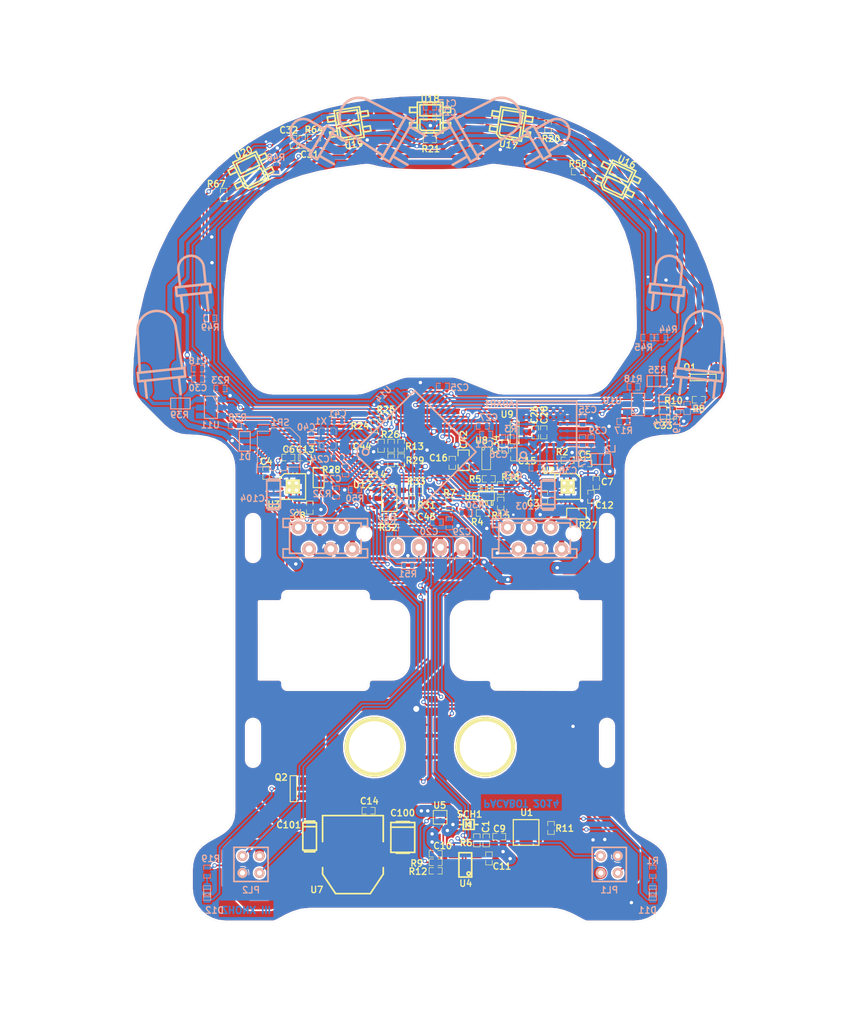
<source format=kicad_pcb>
(kicad_pcb (version 4) (host pcbnew "(2014-11-26 BZR 4805)-product")
  (title_block (title "ZHONX III") (rev "Aout 2014") (company PACABOT) (comment 1 "PLF 2014"))
  (layers (0 F.Cu signal) (31 B.Cu signal hide) (34 B.Paste user) (35 F.Paste user) (36 B.SilkS user) (37 F.SilkS user) (38 B.Mask user) (39 F.Mask user) (44 Edge.Cuts user))
  (net 0 "")
  (net 1 +3.3V)
  (net 2 +3.3VADC)
  (net 3 +5V)
  (net 4 +5VA)
  (net 5 +8V)
  (net 6 +9V)
  (net 7 +BATT)
  (net 8 Diag_TX)
  (net 9 Enable_IR_Line)
  (net 10 FL)
  (net 11 GET_BAT_ADC)
  (net 12 GND)
  (net 13 GPIO_BASE)
  (net 14 GYRO_RATE)
  (net 15 GYRO_TEMP)
  (net 16 I2C_SCL)
  (net 17 I2C_SDA)
  (net 18 LDiag_RX)
  (net 19 LFront_RX)
  (net 20 LFront_TX)
  (net 21 L_ENC_A)
  (net 22 L_ENC_B)
  (net 23 L_IN1)
  (net 24 L_IN2)
  (net 25 Line_IR_F)
  (net 26 Line_IR_L1)
  (net 27 Line_IR_L2)
  (net 28 Line_IR_R1)
  (net 29 Line_IR_R2)
  (net 30 N-000001)
  (net 31 N-00000100)
  (net 32 N-00000101)
  (net 33 N-00000102)
  (net 34 N-00000103)
  (net 35 N-0000011)
  (net 36 N-0000012)
  (net 37 N-0000013)
  (net 38 N-0000014)
  (net 39 N-0000015)
  (net 40 N-000002)
  (net 41 N-000003)
  (net 42 N-0000037)
  (net 43 N-0000045)
  (net 44 N-0000047)
  (net 45 N-0000048)
  (net 46 N-0000049)
  (net 47 N-000005)
  (net 48 N-0000052)
  (net 49 N-0000053)
  (net 50 N-0000055)
  (net 51 N-0000056)
  (net 52 N-0000057)
  (net 53 N-0000058)
  (net 54 N-0000059)
  (net 55 N-000006)
  (net 56 N-0000060)
  (net 57 N-0000061)
  (net 58 N-0000063)
  (net 59 N-0000064)
  (net 60 N-0000065)
  (net 61 N-0000067)
  (net 62 N-0000068)
  (net 63 N-0000069)
  (net 64 N-0000071)
  (net 65 N-0000072)
  (net 66 N-0000073)
  (net 67 N-0000074)
  (net 68 N-0000075)
  (net 69 N-0000076)
  (net 70 N-0000079)
  (net 71 N-000008)
  (net 72 N-0000080)
  (net 73 N-0000082)
  (net 74 N-0000083)
  (net 75 N-0000084)
  (net 76 N-0000085)
  (net 77 N-0000086)
  (net 78 N-0000087)
  (net 79 N-0000088)
  (net 80 N-0000093)
  (net 81 N-0000094)
  (net 82 N-0000097)
  (net 83 N-0000098)
  (net 84 N-0000099)
  (net 85 NSRST)
  (net 86 ON/OFF)
  (net 87 PA13/JTMS-SWDAT)
  (net 88 PA14/JTCK-SWCLK)
  (net 89 PIEZZO)
  (net 90 POWER_KILL)
  (net 91 PW_LED)
  (net 92 RDiag_RX)
  (net 93 RFront_RX)
  (net 94 RFront_TX)
  (net 95 R_ENC_A)
  (net 96 R_ENC_B)
  (net 97 R_IN1)
  (net 98 R_IN2)
  (net 99 SLEEP)
  (net 100 TEST_BAT)
  (net 101 USART_RX)
  (net 102 USART_TX)
  (net 103 WKUP)
  (net 104 WP_EEPROM)
  (module SOT23-5 (layer F.Cu) (at 117.39 139.74 270)
    (fp_text reference U12 (at -1.59 3.14 540) (layer F.SilkS) (effects (font (size 0.75 0.75))))
    (fp_text value 24LC64T hide)
    (pad 1 smd rect (at -0.95 1.4 270) (size 0.6 1.1) (layers F.Cu F.Paste F.Mask) (net 16 I2C_SCL))
    (pad 3 smd rect (at 0.95 1.4 270) (size 0.6 1.1) (layers F.Cu F.Paste F.Mask) (net 17 I2C_SDA))
    (pad 5 smd rect (at -0.95 -1.4 270) (size 0.6 1.1) (layers F.Cu F.Paste F.Mask) (net 104 WP_EEPROM))
    (pad 2 smd rect (at 0 1.4 270) (size 0.6 1.1) (layers F.Cu F.Paste F.Mask) (net 12 GND))
    (pad 4 smd rect (at 0.95 -1.4 270) (size 0.6 1.1) (layers F.Cu F.Paste F.Mask) (net 1 +3.3V))
  )
  (module QFN16_Termal_Pad (layer F.Cu) (at 138.3 138.35 270)
    (fp_text reference U2 (at -1.87 2.24 540) (layer F.SilkS) (effects (font (size 0.75 0.75))))
    (fp_text value A3918 hide)
    (pad 1 smd oval (at -1.55 -0.75 270) (size 0.9 0.3) (layers F.Cu F.Paste F.Mask) (net 53 N-0000058))
    (pad 2 smd oval (at -1.55 -0.25 270) (size 0.9 0.3) (layers F.Cu F.Paste F.Mask) (net 12 GND))
    (pad 3 smd oval (at -1.55 0.25 270) (size 0.9 0.3) (layers F.Cu F.Paste F.Mask) (net 99 SLEEP))
    (pad 4 smd oval (at -1.55 0.75 270) (size 0.9 0.3) (layers F.Cu F.Paste F.Mask) (net 23 L_IN1))
    (pad 5 smd oval (at -0.75 1.55) (size 0.9 0.3) (layers F.Cu F.Paste F.Mask) (net 24 L_IN2))
    (pad 6 smd oval (at -0.25 1.55) (size 0.9 0.3) (layers F.Cu F.Paste F.Mask) (net 12 GND))
    (pad 7 smd oval (at 0.25 1.55) (size 0.9 0.3) (layers F.Cu F.Paste F.Mask) (net 10 FL))
    (pad 8 smd oval (at 0.75 1.55) (size 0.9 0.3) (layers F.Cu F.Paste F.Mask) (net 12 GND))
    (pad 9 smd oval (at 1.55 0.75 90) (size 0.9 0.3) (layers F.Cu F.Paste F.Mask) (net 5 +8V))
    (pad 10 smd oval (at 1.55 0.25 90) (size 0.9 0.3) (layers F.Cu F.Paste F.Mask) (net 51 N-0000056))
    (pad 11 smd oval (at 1.55 -0.25 90) (size 0.9 0.3) (layers F.Cu F.Paste F.Mask) (net 56 N-0000060))
    (pad 12 smd oval (at 1.55 -0.75 90) (size 0.9 0.3) (layers F.Cu F.Paste F.Mask) (net 50 N-0000055))
    (pad 13 smd oval (at 0.75 -1.55 180) (size 0.9 0.3) (layers F.Cu F.Paste F.Mask) (net 52 N-0000057))
    (pad 14 smd oval (at 0.25 -1.55 180) (size 0.9 0.3) (layers F.Cu F.Paste F.Mask) (net 59 N-0000064))
    (pad 15 smd oval (at -0.25 -1.55 180) (size 0.9 0.3) (layers F.Cu F.Paste F.Mask) (net 58 N-0000063))
    (pad 16 smd oval (at -0.75 -1.55 180) (size 0.9 0.3) (layers F.Cu F.Paste F.Mask) (net 57 N-0000061))
    (pad 17 thru_hole rect (at 0.42 -0.42 180) (size 0.85 0.85) (drill 0.4) (layers *.Cu F.Paste F.SilkS F.Mask) (net 12 GND))
    (pad 17 thru_hole rect (at -0.42 0.42 180) (size 0.85 0.85) (drill 0.4) (layers *.Cu F.Paste F.SilkS F.Mask) (net 12 GND))
    (pad 17 thru_hole rect (at -0.42 -0.42 180) (size 0.85 0.85) (drill 0.4) (layers *.Cu F.Paste F.SilkS F.Mask) (net 12 GND))
    (pad 17 thru_hole rect (at 0.42 0.42 180) (size 0.85 0.85) (drill 0.4) (layers *.Cu F.Paste F.SilkS F.Mask) (net 12 GND))
  )
  (module QFN16_Termal_Pad (layer F.Cu) (at 106.08 138.35)
    (fp_text reference U3 (at -2.23 2.1) (layer F.SilkS) (effects (font (size 0.75 0.75))))
    (fp_text value A3918 hide)
    (pad 1 smd oval (at -1.55 -0.75) (size 0.9 0.3) (layers F.Cu F.Paste F.Mask) (net 45 N-0000048))
    (pad 2 smd oval (at -1.55 -0.25) (size 0.9 0.3) (layers F.Cu F.Paste F.Mask) (net 12 GND))
    (pad 3 smd oval (at -1.55 0.25) (size 0.9 0.3) (layers F.Cu F.Paste F.Mask) (net 99 SLEEP))
    (pad 4 smd oval (at -1.55 0.75) (size 0.9 0.3) (layers F.Cu F.Paste F.Mask) (net 97 R_IN1))
    (pad 5 smd oval (at -0.75 1.55 90) (size 0.9 0.3) (layers F.Cu F.Paste F.Mask) (net 98 R_IN2))
    (pad 6 smd oval (at -0.25 1.55 90) (size 0.9 0.3) (layers F.Cu F.Paste F.Mask) (net 12 GND))
    (pad 7 smd oval (at 0.25 1.55 90) (size 0.9 0.3) (layers F.Cu F.Paste F.Mask) (net 10 FL))
    (pad 8 smd oval (at 0.75 1.55 90) (size 0.9 0.3) (layers F.Cu F.Paste F.Mask) (net 12 GND))
    (pad 9 smd oval (at 1.55 0.75 180) (size 0.9 0.3) (layers F.Cu F.Paste F.Mask) (net 5 +8V))
    (pad 10 smd oval (at 1.55 0.25 180) (size 0.9 0.3) (layers F.Cu F.Paste F.Mask) (net 43 N-0000045))
    (pad 11 smd oval (at 1.55 -0.25 180) (size 0.9 0.3) (layers F.Cu F.Paste F.Mask) (net 46 N-0000049))
    (pad 12 smd oval (at 1.55 -0.75 180) (size 0.9 0.3) (layers F.Cu F.Paste F.Mask) (net 44 N-0000047))
    (pad 13 smd oval (at 0.75 -1.55 270) (size 0.9 0.3) (layers F.Cu F.Paste F.Mask) (net 49 N-0000053))
    (pad 14 smd oval (at 0.25 -1.55 270) (size 0.9 0.3) (layers F.Cu F.Paste F.Mask) (net 63 N-0000069))
    (pad 15 smd oval (at -0.25 -1.55 270) (size 0.9 0.3) (layers F.Cu F.Paste F.Mask) (net 65 N-0000072))
    (pad 16 smd oval (at -0.75 -1.55 270) (size 0.9 0.3) (layers F.Cu F.Paste F.Mask) (net 48 N-0000052))
    (pad 17 thru_hole rect (at 0.42 -0.42 270) (size 0.85 0.85) (drill 0.4) (layers *.Cu F.Paste F.SilkS F.Mask) (net 12 GND))
    (pad 17 thru_hole rect (at -0.42 0.42 270) (size 0.85 0.85) (drill 0.4) (layers *.Cu F.Paste F.SilkS F.Mask) (net 12 GND))
    (pad 17 thru_hole rect (at -0.42 -0.42 270) (size 0.85 0.85) (drill 0.4) (layers *.Cu F.Paste F.SilkS F.Mask) (net 12 GND))
    (pad 17 thru_hole rect (at 0.42 0.42 270) (size 0.85 0.85) (drill 0.4) (layers *.Cu F.Paste F.SilkS F.Mask) (net 12 GND))
  )
  (module IR_RF (layer B.Cu) (at 94.674 117.7893 186)
    (fp_text reference IR4 hide)
    (fp_text value R_Front hide)
    (pad 1 smd oval (at 2.75 -7.5 186) (size 1.6 4) (layers B.Cu B.Mask) (net 3 +5V))
    (pad 2 smd oval (at 6.75 -7.5 186) (size 1.6 4) (layers B.Cu B.Mask) (net 68 N-0000075))
    (pad 3 smd oval (at -1.5 1.5 186) (size 1.6 3) (layers B.Cu B.Mask) (net 93 RFront_RX))
    (pad 4 smd oval (at 1.5 1.5 186) (size 1.6 3) (layers B.Cu B.Mask) (net 2 +3.3VADC))
  )
  (module IR_RD (layer B.Cu) (at 109.924 98.2893 240)
    (fp_text reference IR3 hide)
    (fp_text value R_Diag hide)
    (pad 1 smd oval (at -6.75 -7.5 240) (size 1.6 4) (layers B.Cu B.Mask) (net 3 +5V))
    (pad 2 smd oval (at -2.75 -7.5 240) (size 1.6 4) (layers B.Cu B.Mask) (net 66 N-0000073))
    (pad 3 smd oval (at -1.5 -0.5 240) (size 1.6 3) (layers B.Cu B.Mask) (net 92 RDiag_RX))
    (pad 4 smd oval (at 1.5 -0.5 240) (size 1.6 3) (layers B.Cu B.Mask) (net 2 +3.3VADC))
  )
  (module IR_LD (layer B.Cu) (at 134.424 98.2893 120)
    (fp_text reference IR2 hide)
    (fp_text value L_Diag hide)
    (pad 1 smd oval (at 2.75 -7.5 120) (size 1.6 4) (layers B.Cu B.Mask) (net 66 N-0000073))
    (pad 2 smd oval (at 6.75 -7.5 120) (size 1.6 4) (layers B.Cu B.Mask) (net 69 N-0000076))
    (pad 3 smd oval (at -1.5 -0.5 120) (size 1.6 3) (layers B.Cu B.Mask) (net 18 LDiag_RX))
    (pad 4 smd oval (at 1.5 -0.5 120) (size 1.6 3) (layers B.Cu B.Mask) (net 2 +3.3VADC))
  )
  (module IR_LF (layer B.Cu) (at 149.674 117.7893 174)
    (fp_text reference IR1 hide)
    (fp_text value L_Front hide)
    (pad 1 smd oval (at -6.75 -7.5 174) (size 1.6 4) (layers B.Cu B.Mask) (net 3 +5V))
    (pad 2 smd oval (at -2.75 -7.5 174) (size 1.6 4) (layers B.Cu B.Mask) (net 72 N-0000080))
    (pad 3 smd oval (at -1.5 1.5 174) (size 1.6 3) (layers B.Cu B.Mask) (net 19 LFront_RX))
    (pad 4 smd oval (at 1.5 1.5 174) (size 1.6 3) (layers B.Cu B.Mask) (net 2 +3.3VADC))
  )
  (module Connecteur_Moteur_Zhonx (layer B.Cu) (at 110.525 144.4)
    (fp_text reference K2 (at -4.125 -2.95) (layer B.SilkS) (effects (font (size 0.75 0.75)) (justify mirror)))
    (fp_text value R_Motor hide)
    (pad 6 thru_hole circle (at -3.81 -1.27) (size 1.6 1.6) (drill 0.8) (layers *.Cu *.Mask B.SilkS) (net 96 R_ENC_B))
    (pad 5 thru_hole circle (at -2.54 1.27) (size 1.6 1.6) (drill 0.8) (layers *.Cu *.Mask B.SilkS) (net 95 R_ENC_A))
    (pad 4 thru_hole circle (at -1.27 -1.27) (size 1.6 1.6) (drill 0.8) (layers *.Cu *.Mask B.SilkS) (net 3 +5V))
    (pad 3 thru_hole circle (at 0 1.27) (size 1.6 1.6) (drill 0.8) (layers *.Cu *.Mask B.SilkS) (net 12 GND))
    (pad 2 thru_hole circle (at 1.27 -1.27) (size 1.6 1.6) (drill 0.8) (layers *.Cu *.Mask B.SilkS) (net 43 N-0000045))
    (pad 1 thru_hole circle (at 2.54 1.27) (size 1.6 1.6) (drill 0.8) (layers *.Cu *.Mask B.SilkS) (net 44 N-0000047))
    (pad "" np_thru_hole circle (at 3.937 -0.5334) (size 1.5 1.5) (drill 1.5) (layers *.Cu *.Mask B.SilkS))
  )
  (module Connecteur_Moteur_Zhonx (layer B.Cu) (at 135.05 144.4)
    (fp_text reference K1 (at -4.45 -2.95) (layer B.SilkS) (effects (font (size 0.75 0.75)) (justify mirror)))
    (fp_text value L_Motor hide)
    (pad 6 thru_hole circle (at -3.81 -1.27) (size 1.6 1.6) (drill 0.8) (layers *.Cu *.Mask B.SilkS) (net 21 L_ENC_A))
    (pad 5 thru_hole circle (at -2.54 1.27) (size 1.6 1.6) (drill 0.8) (layers *.Cu *.Mask B.SilkS) (net 22 L_ENC_B))
    (pad 4 thru_hole circle (at -1.27 -1.27) (size 1.6 1.6) (drill 0.8) (layers *.Cu *.Mask B.SilkS) (net 3 +5V))
    (pad 3 thru_hole circle (at 0 1.27) (size 1.6 1.6) (drill 0.8) (layers *.Cu *.Mask B.SilkS) (net 12 GND))
    (pad 2 thru_hole circle (at 1.27 -1.27) (size 1.6 1.6) (drill 0.8) (layers *.Cu *.Mask B.SilkS) (net 51 N-0000056))
    (pad 1 thru_hole circle (at 2.54 1.27) (size 1.6 1.6) (drill 0.8) (layers *.Cu *.Mask B.SilkS) (net 50 N-0000055))
    (pad "" np_thru_hole circle (at 3.937 -0.5334) (size 1.5 1.5) (drill 1.5) (layers *.Cu *.Mask B.SilkS))
  )
  (module Platine_Zhonx_III (layer B.Cu) (at 122.175 183.625 180)
    (fp_text reference PL1 (at -21 -2 180) (layer B.SilkS) (effects (font (size 0.75 0.75)) (justify mirror)))
    (fp_text value PLATINE_ZHONX_III hide)
    (fp_text user PL2 (at 21 -2 180) (layer B.SilkS) (effects (font (size 0.75 0.75)) (justify mirror)))
    (pad 1 thru_hole circle (at -22 2 180) (size 1.2 1.2) (drill 0.6) (layers *.Cu *.Mask B.SilkS) (net 12 GND))
    (pad 3 thru_hole circle (at -22 0 180) (size 1.2 1.2) (drill 0.6) (layers *.Cu *.Mask B.SilkS) (net 85 NSRST))
    (pad 4 thru_hole circle (at -20 0 180) (size 1.2 1.2) (drill 0.6) (layers *.Cu *.Mask B.SilkS) (net 7 +BATT))
    (pad 2 thru_hole circle (at -20 2 180) (size 1.2 1.2) (drill 0.6) (layers *.Cu *.Mask B.SilkS) (net 86 ON/OFF))
    (pad 5 thru_hole circle (at 20 2 180) (size 1.2 1.2) (drill 0.6) (layers *.Cu *.Mask B.SilkS) (net 3 +5V))
    (pad 7 thru_hole circle (at 20 0 180) (size 1.2 1.2) (drill 0.6) (layers *.Cu *.Mask B.SilkS) (net 16 I2C_SCL))
    (pad 8 thru_hole circle (at 22 0 180) (size 1.2 1.2) (drill 0.6) (layers *.Cu *.Mask B.SilkS) (net 12 GND))
    (pad 6 thru_hole circle (at 22 2 180) (size 1.2 1.2) (drill 0.6) (layers *.Cu *.Mask B.SilkS) (net 17 I2C_SDA))
  )
  (module Conn_Serial_Zhonx (layer B.Cu) (at 122.125 145.475)
    (fp_text reference K3 hide)
    (fp_text value USART hide)
    (pad 1 thru_hole oval (at -3.81 0) (size 1.5 2) (drill 0.8) (layers *.Cu *.Mask B.SilkS) (net 71 N-000008))
    (pad 2 thru_hole oval (at -1.27 0) (size 1.5 2) (drill 0.8) (layers *.Cu *.Mask B.SilkS) (net 55 N-000006))
    (pad 4 thru_hole oval (at 3.81 0) (size 1.5 2) (drill 0.8) (layers *.Cu *.Mask B.SilkS) (net 3 +5V))
    (pad 3 thru_hole oval (at 1.27 0) (size 1.5 2) (drill 0.8) (layers *.Cu *.Mask B.SilkS) (net 12 GND))
  )
  (module Zhonx_III_JTAG (layer F.Cu) (at 122.15 168.85 270)
    (fp_text reference P1 hide)
    (fp_text value JTAG hide)
    (pad 1 smd rect (at -2.58 1.27 270) (size 1.69926 1.69926) (layers F.Cu F.Paste F.Mask) (net 12 GND))
    (pad 2 smd rect (at -2.58 -1.27 270) (size 1.69926 1.69926) (layers F.Cu F.Paste F.Mask) (net 13 GPIO_BASE))
    (pad 3 smd rect (at -0.04 1.27 270) (size 1.69926 1.69926) (layers F.Cu F.Paste F.Mask) (net 87 PA13/JTMS-SWDAT))
    (pad 4 smd rect (at -0.04 -1.27 270) (size 1.69926 1.69926) (layers F.Cu F.Paste F.Mask) (net 85 NSRST))
    (pad 5 smd rect (at 2.5 1.27 270) (size 1.69926 1.69926) (layers F.Cu F.Paste F.Mask) (net 88 PA14/JTCK-SWCLK))
    (pad 6 smd rect (at 2.5 -1.27 270) (size 1.69926 1.69926) (layers F.Cu F.Paste F.Mask) (net 6 +9V))
    (pad "" thru_hole circle (at 0 -6.5 270) (size 7 7) (drill 6) (layers *.Cu *.Mask F.SilkS))
    (pad "" thru_hole circle (at 0 6.5 270) (size 7 7) (drill 6) (layers *.Cu *.Mask F.SilkS))
  )
  (module QRE1113GR (layer F.Cu) (at 122.175 95.125)
    (fp_text reference U18 (at -0.005 -2.205) (layer F.SilkS) (effects (font (size 0.75 0.75))))
    (fp_text value Line_3 hide)
    (pad 1 smd rect (at -2.30124 0.89916) (size 1.30048 0.89916) (layers F.Cu F.Paste F.Mask) (net 30 N-000001))
    (pad 2 smd rect (at 2.30124 0.89916) (size 1.30048 0.89916) (layers F.Cu F.Paste F.Mask) (net 35 N-0000011))
    (pad 3 smd rect (at 2.30124 -0.89916) (size 1.30048 0.89916) (layers F.Cu F.Paste F.Mask) (net 25 Line_IR_F))
    (pad 4 smd rect (at -2.30124 -0.89916) (size 1.30048 0.89916) (layers F.Cu F.Paste F.Mask) (net 12 GND))
  )
  (module Quartz_8Z-16MHz (layer B.Cu) (at 110.15 132.75 270)
    (fp_text reference X1 (at -2.05 0.8 540) (layer B.SilkS) (effects (font (size 0.75 0.75)) (justify mirror)))
    (fp_text value 16MHz hide)
    (pad 1 smd rect (at -0.92456 -0.7747 270) (size 1.00076 0.89916) (layers B.Cu B.Paste B.Mask) (net 70 N-0000079))
    (pad 2 smd rect (at 0.92456 -0.7747 270) (size 1.00076 0.89916) (layers B.Cu B.Paste B.Mask) (net 12 GND))
    (pad 3 smd rect (at 0.92456 0.7747 270) (size 1.00076 0.89916) (layers B.Cu B.Paste B.Mask) (net 39 N-0000015))
    (pad 4 smd rect (at -0.92456 0.7747 270) (size 1.00076 0.89916) (layers B.Cu B.Paste B.Mask) (net 12 GND))
  )
  (module QRE1113GR (layer F.Cu) (at 144.175 102.375 335)
    (fp_text reference U16 (at 0.09906 -2.30124 335) (layer F.SilkS) (effects (font (size 0.75 0.75))))
    (fp_text value Line_1 hide)
    (pad 1 smd rect (at -2.30124 0.89916 335) (size 1.30048 0.89916) (layers F.Cu F.Paste F.Mask) (net 77 N-0000086))
    (pad 2 smd rect (at 2.30124 0.89916 335) (size 1.30048 0.89916) (layers F.Cu F.Paste F.Mask) (net 67 N-0000074))
    (pad 3 smd rect (at 2.30124 -0.89916 335) (size 1.30048 0.89916) (layers F.Cu F.Paste F.Mask) (net 27 Line_IR_L2))
    (pad 4 smd rect (at -2.30124 -0.89916 335) (size 1.30048 0.89916) (layers F.Cu F.Paste F.Mask) (net 12 GND))
  )
  (module QRE1113GR (layer F.Cu) (at 101.175 101.375 25)
    (fp_text reference U20 (at 0.09906 -2.30124 25) (layer F.SilkS) (effects (font (size 0.75 0.75))))
    (fp_text value Line_5 hide)
    (pad 1 smd rect (at -2.30124 0.89916 25) (size 1.30048 0.89916) (layers F.Cu F.Paste F.Mask) (net 79 N-0000088))
    (pad 2 smd rect (at 2.30124 0.89916 25) (size 1.30048 0.89916) (layers F.Cu F.Paste F.Mask) (net 67 N-0000074))
    (pad 3 smd rect (at 2.30124 -0.89916 25) (size 1.30048 0.89916) (layers F.Cu F.Paste F.Mask) (net 29 Line_IR_R2))
    (pad 4 smd rect (at -2.30124 -0.89916 25) (size 1.30048 0.89916) (layers F.Cu F.Paste F.Mask) (net 12 GND))
  )
  (module QRE1113GR (layer F.Cu) (at 112.675 95.875 9)
    (fp_text reference U19 (at 0.183383 2.453899 9) (layer F.SilkS) (effects (font (size 0.75 0.75))))
    (fp_text value Line_4 hide)
    (pad 1 smd rect (at -2.30124 0.89916 9) (size 1.30048 0.89916) (layers F.Cu F.Paste F.Mask) (net 78 N-0000087))
    (pad 2 smd rect (at 2.30124 0.89916 9) (size 1.30048 0.89916) (layers F.Cu F.Paste F.Mask) (net 30 N-000001))
    (pad 3 smd rect (at 2.30124 -0.89916 9) (size 1.30048 0.89916) (layers F.Cu F.Paste F.Mask) (net 28 Line_IR_R1))
    (pad 4 smd rect (at -2.30124 -0.89916 9) (size 1.30048 0.89916) (layers F.Cu F.Paste F.Mask) (net 12 GND))
  )
  (module LTC2955 (layer F.Cu) (at 126.3 183 90)
    (fp_text reference U4 (at -1.85 0.05 180) (layer F.SilkS) (effects (font (size 0.75 0.75))))
    (fp_text value LTC2955CTS8-2 hide)
    (pad 1 smd rect (at -0.65 1.31 90) (size 0.4 1.22) (layers F.Cu F.Paste F.Mask) (net 12 GND))
    (pad 2 smd rect (at 0 1.31 90) (size 0.4 1.22) (layers F.Cu F.Paste F.Mask) (net 90 POWER_KILL))
    (pad 3 smd rect (at 0.65 1.31 90) (size 0.4 1.22) (layers F.Cu F.Paste F.Mask) (net 82 N-0000097))
    (pad 4 smd rect (at 1.3 1.31 90) (size 0.4 1.22) (layers F.Cu F.Paste F.Mask) (net 12 GND))
    (pad 5 smd rect (at 1.3 -1.31 90) (size 0.4 1.22) (layers F.Cu F.Paste F.Mask) (net 86 ON/OFF))
    (pad 6 smd rect (at 0.65 -1.31 90) (size 0.4 1.22) (layers F.Cu F.Paste F.Mask) (net 41 N-000003))
    (pad 7 smd rect (at 0 -1.31 90) (size 0.4 1.22) (layers F.Cu F.Paste F.Mask) (net 36 N-0000012))
    (pad 8 smd rect (at -0.65 -1.31 90) (size 0.4 1.22) (layers F.Cu F.Paste F.Mask) (net 103 WKUP))
  )
  (module LED-0603 (layer B.Cu) (at 148.275 185.975 270)
    (fp_text reference D11 (at 2.025 0.625 540) (layer B.SilkS) (effects (font (size 0.75 0.75)) (justify mirror)))
    (fp_text value Bleue hide)
    (pad 1 smd rect (at -0.7493 0 270) (size 0.79756 0.79756) (layers B.Cu B.Paste B.Mask) (net 83 N-0000098))
    (pad 2 smd rect (at 0.7493 0 270) (size 0.79756 0.79756) (layers B.Cu B.Paste B.Mask) (net 37 N-0000013))
  )
  (module SOD323 (layer F.Cu) (at 126.7 177.95 180)
    (fp_text reference SCH1 (at -0.1 1.2 180) (layer F.SilkS) (effects (font (size 0.75 0.75))))
    (fp_text value BAT60 hide)
    (pad 1 smd rect (at -0.9525 0 180) (size 0.6 0.45) (layers F.Cu F.Paste F.Mask) (net 6 +9V))
    (pad 2 smd rect (at 0.9525 0 180) (size 0.6 0.45) (layers F.Cu F.Paste F.Mask) (net 41 N-000003))
  )
  (module SOT223 (layer F.Cu) (at 113.125 181.475 180)
    (fp_text reference U7 (at 4.235 -4.115 180) (layer F.SilkS) (effects (font (size 0.75 0.75))))
    (fp_text value LM2940 hide)
    (pad 4 smd rect (at 0 -3.302 180) (size 3.6576 2.032) (layers F.Cu F.Paste F.Mask) (net 12 GND))
    (pad 2 smd rect (at 0 3.302 180) (size 1.016 2.032) (layers F.Cu F.Paste F.Mask) (net 12 GND))
    (pad 3 smd rect (at 2.286 3.302 180) (size 1.016 2.032) (layers F.Cu F.Paste F.Mask) (net 3 +5V))
    (pad 1 smd rect (at -2.286 3.302 180) (size 1.016 2.032) (layers F.Cu F.Paste F.Mask) (net 5 +8V))
  )
  (module SM0603_Capa (layer F.Cu) (at 126.1 135.275 90)
    (fp_text reference C42 (at 2.425 0 90) (layer F.SilkS) (effects (font (size 0.75 0.75))))
    (fp_text value 10uF hide)
    (pad 1 smd rect (at -0.762 0 90) (size 0.635 1.143) (layers F.Cu F.Paste F.Mask) (net 1 +3.3V))
    (pad 2 smd rect (at 0.762 0 90) (size 0.635 1.143) (layers F.Cu F.Paste F.Mask) (net 12 GND))
  )
  (module LED-0603 (layer B.Cu) (at 96.025 185.975 270)
    (fp_text reference D12 (at 2.025 -0.875 540) (layer B.SilkS) (effects (font (size 0.75 0.75)) (justify mirror)))
    (fp_text value Blanc hide)
    (pad 1 smd rect (at -0.7493 0 270) (size 0.79756 0.79756) (layers B.Cu B.Paste B.Mask) (net 81 N-0000094))
    (pad 2 smd rect (at 0.7493 0 270) (size 0.79756 0.79756) (layers B.Cu B.Paste B.Mask) (net 54 N-0000059))
  )
  (module TQFP_64 (layer B.Cu) (at 120.25 134.3 45)
    (fp_text reference U14 (at 2.262742 -7.2832 45) (layer B.SilkS) (effects (font (size 0.75 0.75)) (justify mirror)))
    (fp_text value STM32F405RGT6 hide)
    (pad 1 smd rect (at -3.74904 -5.86994 45) (size 0.24892 1.524) (layers B.Cu B.Paste B.Mask) (net 1 +3.3V))
    (pad 2 smd oval (at -3.24866 -5.86994 45) (size 0.24892 1.524) (layers B.Cu B.Paste B.Mask))
    (pad 3 smd oval (at -2.74828 -5.86994 45) (size 0.24892 1.524) (layers B.Cu B.Paste B.Mask))
    (pad 4 smd oval (at -2.2479 -5.86994 45) (size 0.24892 1.524) (layers B.Cu B.Paste B.Mask))
    (pad 5 smd oval (at -1.74752 -5.86994 45) (size 0.24892 1.524) (layers B.Cu B.Paste B.Mask) (net 39 N-0000015))
    (pad 6 smd oval (at -1.24968 -5.86994 45) (size 0.24892 1.524) (layers B.Cu B.Paste B.Mask) (net 70 N-0000079))
    (pad 7 smd oval (at -0.7493 -5.86994 45) (size 0.24892 1.524) (layers B.Cu B.Paste B.Mask) (net 85 NSRST))
    (pad 8 smd oval (at -0.24892 -5.86994 45) (size 0.24892 1.524) (layers B.Cu B.Paste B.Mask) (net 92 RDiag_RX))
    (pad 9 smd oval (at 0.25146 -5.86994 45) (size 0.24892 1.524) (layers B.Cu B.Paste B.Mask) (net 93 RFront_RX))
    (pad 10 smd oval (at 0.75184 -5.86994 45) (size 0.24892 1.524) (layers B.Cu B.Paste B.Mask) (net 29 Line_IR_R2))
    (pad 11 smd oval (at 1.25222 -5.86994 45) (size 0.24892 1.524) (layers B.Cu B.Paste B.Mask) (net 28 Line_IR_R1))
    (pad 12 smd oval (at 1.75006 -5.86994 45) (size 0.24892 1.524) (layers B.Cu B.Paste B.Mask) (net 12 GND))
    (pad 13 smd oval (at 2.25044 -5.86994 45) (size 0.24892 1.524) (layers B.Cu B.Paste B.Mask) (net 2 +3.3VADC))
    (pad 14 smd oval (at 2.75082 -5.86994 45) (size 0.24892 1.524) (layers B.Cu B.Paste B.Mask) (net 103 WKUP))
    (pad 15 smd oval (at 3.2512 -5.86994 45) (size 0.24892 1.524) (layers B.Cu B.Paste B.Mask) (net 25 Line_IR_F))
    (pad 16 smd oval (at 3.75158 -5.86994 45) (size 0.24892 1.524) (layers B.Cu B.Paste B.Mask) (net 9 Enable_IR_Line))
    (pad 17 smd oval (at 6.0325 -3.74904 45) (size 1.524 0.24892) (layers B.Cu B.Paste B.Mask) (net 27 Line_IR_L2))
    (pad 18 smd oval (at 6.0325 -3.24866 45) (size 1.524 0.24892) (layers B.Cu B.Paste B.Mask) (net 12 GND))
    (pad 19 smd oval (at 6.0325 -2.74828 45) (size 1.524 0.24892) (layers B.Cu B.Paste B.Mask) (net 1 +3.3V))
    (pad 20 smd oval (at 6.0325 -2.2479 45) (size 1.524 0.24892) (layers B.Cu B.Paste B.Mask) (net 26 Line_IR_L1))
    (pad 21 smd oval (at 6.0325 -1.74752 45) (size 1.524 0.24892) (layers B.Cu B.Paste B.Mask) (net 18 LDiag_RX))
    (pad 22 smd oval (at 6.0325 -1.24968 45) (size 1.524 0.24892) (layers B.Cu B.Paste B.Mask) (net 19 LFront_RX))
    (pad 23 smd oval (at 6.0325 -0.7493 45) (size 1.524 0.24892) (layers B.Cu B.Paste B.Mask) (net 15 GYRO_TEMP))
    (pad 24 smd oval (at 6.0325 -0.24892 45) (size 1.524 0.24892) (layers B.Cu B.Paste B.Mask) (net 14 GYRO_RATE))
    (pad 25 smd oval (at 6.0325 0.25146 45) (size 1.524 0.24892) (layers B.Cu B.Paste B.Mask) (net 100 TEST_BAT))
    (pad 26 smd oval (at 6.0325 0.75184 45) (size 1.524 0.24892) (layers B.Cu B.Paste B.Mask) (net 11 GET_BAT_ADC))
    (pad 27 smd oval (at 6.0325 1.25222 45) (size 1.524 0.24892) (layers B.Cu B.Paste B.Mask) (net 20 LFront_TX))
    (pad 28 smd oval (at 6.0325 1.75006 45) (size 1.524 0.24892) (layers B.Cu B.Paste B.Mask))
    (pad 29 smd oval (at 6.0325 2.25044 45) (size 1.524 0.24892) (layers B.Cu B.Paste B.Mask) (net 94 RFront_TX))
    (pad 30 smd oval (at 6.0325 2.75082 45) (size 1.524 0.24892) (layers B.Cu B.Paste B.Mask) (net 8 Diag_TX))
    (pad 31 smd oval (at 6.0325 3.2512 45) (size 1.524 0.24892) (layers B.Cu B.Paste B.Mask) (net 38 N-0000014))
    (pad 32 smd oval (at 6.0325 3.75158 45) (size 1.524 0.24892) (layers B.Cu B.Paste B.Mask) (net 1 +3.3V))
    (pad 33 smd oval (at 3.75158 6.0325 45) (size 0.24892 1.524) (layers B.Cu B.Paste B.Mask))
    (pad 34 smd oval (at 3.2512 6.0325 45) (size 0.24892 1.524) (layers B.Cu B.Paste B.Mask))
    (pad 35 smd oval (at 2.75082 6.0325 45) (size 0.24892 1.524) (layers B.Cu B.Paste B.Mask))
    (pad 36 smd oval (at 2.25044 6.0325 45) (size 0.24892 1.524) (layers B.Cu B.Paste B.Mask))
    (pad 37 smd oval (at 1.75006 6.0325 45) (size 0.24892 1.524) (layers B.Cu B.Paste B.Mask) (net 23 L_IN1))
    (pad 38 smd oval (at 1.25222 6.0325 45) (size 0.24892 1.524) (layers B.Cu B.Paste B.Mask) (net 24 L_IN2))
    (pad 39 smd oval (at 0.75184 6.0325 45) (size 0.24892 1.524) (layers B.Cu B.Paste B.Mask) (net 97 R_IN1))
    (pad 40 smd oval (at 0.25146 6.0325 45) (size 0.24892 1.524) (layers B.Cu B.Paste B.Mask) (net 98 R_IN2))
    (pad 41 smd oval (at -0.24892 6.0325 45) (size 0.24892 1.524) (layers B.Cu B.Paste B.Mask) (net 21 L_ENC_A))
    (pad 42 smd oval (at -0.7493 6.0325 45) (size 0.24892 1.524) (layers B.Cu B.Paste B.Mask) (net 22 L_ENC_B))
    (pad 43 smd oval (at -1.24968 6.0325 45) (size 0.24892 1.524) (layers B.Cu B.Paste B.Mask) (net 10 FL))
    (pad 44 smd oval (at -1.74752 6.0325 45) (size 0.24892 1.524) (layers B.Cu B.Paste B.Mask) (net 99 SLEEP))
    (pad 45 smd oval (at -2.2479 6.0325 45) (size 0.24892 1.524) (layers B.Cu B.Paste B.Mask) (net 13 GPIO_BASE))
    (pad 46 smd oval (at -2.74828 6.0325 45) (size 0.24892 1.524) (layers B.Cu B.Paste B.Mask) (net 87 PA13/JTMS-SWDAT))
    (pad 47 smd oval (at -3.24866 6.0325 45) (size 0.24892 1.524) (layers B.Cu B.Paste B.Mask) (net 40 N-000002))
    (pad 48 smd oval (at -3.74904 6.0325 45) (size 0.24892 1.524) (layers B.Cu B.Paste B.Mask) (net 1 +3.3V))
    (pad 49 smd oval (at -5.86994 3.75158 45) (size 1.524 0.24892) (layers B.Cu B.Paste B.Mask) (net 88 PA14/JTCK-SWCLK))
    (pad 50 smd oval (at -5.86994 3.2512 45) (size 1.524 0.24892) (layers B.Cu B.Paste B.Mask) (net 91 PW_LED))
    (pad 52 smd oval (at -5.86994 2.25044 45) (size 1.524 0.24892) (layers B.Cu B.Paste B.Mask) (net 101 USART_RX))
    (pad 51 smd oval (at -5.88772 2.75082 45) (size 1.524 0.24892) (layers B.Cu B.Paste B.Mask) (net 102 USART_TX))
    (pad 53 smd oval (at -5.86994 1.75006 45) (size 1.524 0.24892) (layers B.Cu B.Paste B.Mask))
    (pad 54 smd oval (at -5.86994 1.25222 45) (size 1.524 0.24892) (layers B.Cu B.Paste B.Mask))
    (pad 55 smd oval (at -5.86994 0.75184 45) (size 1.524 0.24892) (layers B.Cu B.Paste B.Mask) (net 104 WP_EEPROM))
    (pad 56 smd oval (at -5.86994 0.25146 45) (size 1.524 0.24892) (layers B.Cu B.Paste B.Mask) (net 95 R_ENC_A))
    (pad 57 smd oval (at -5.86994 -0.24892 45) (size 1.524 0.24892) (layers B.Cu B.Paste B.Mask) (net 96 R_ENC_B))
    (pad 58 smd oval (at -5.86994 -0.7493 45) (size 1.524 0.24892) (layers B.Cu B.Paste B.Mask) (net 16 I2C_SCL))
    (pad 59 smd oval (at -5.86994 -1.24206 45) (size 1.524 0.24892) (layers B.Cu B.Paste B.Mask) (net 17 I2C_SDA))
    (pad 60 smd oval (at -5.86994 -1.74244 45) (size 1.524 0.24892) (layers B.Cu B.Paste B.Mask) (net 42 N-0000037))
    (pad 61 smd oval (at -5.86994 -2.24282 45) (size 1.524 0.24892) (layers B.Cu B.Paste B.Mask) (net 90 POWER_KILL))
    (pad 62 smd oval (at -5.86994 -2.7432 45) (size 1.524 0.24892) (layers B.Cu B.Paste B.Mask) (net 89 PIEZZO))
    (pad 63 smd oval (at -5.86994 -3.24104 45) (size 1.524 0.24892) (layers B.Cu B.Paste B.Mask) (net 12 GND))
    (pad 64 smd oval (at -5.86994 -3.74142 45) (size 1.524 0.24892) (layers B.Cu B.Paste B.Mask) (net 1 +3.3V))
  )
  (module SOT23_6 (layer B.Cu) (at 96.48 129.1 270)
    (fp_text reference U11 (at 2.05 0.08 540) (layer B.SilkS) (effects (font (size 0.75 0.75)) (justify mirror)))
    (fp_text value BSL214N hide)
    (pad 6 smd rect (at -0.9525 1.27 270) (size 0.70104 1.00076) (layers B.Cu B.Paste B.Mask) (net 31 N-00000100))
    (pad 5 smd rect (at 0 1.27 270) (size 0.70104 1.00076) (layers B.Cu B.Paste B.Mask) (net 12 GND))
    (pad 4 smd rect (at 0.9525 1.27 270) (size 0.70104 1.00076) (layers B.Cu B.Paste B.Mask) (net 32 N-00000101))
    (pad 3 smd rect (at 0.9525 -1.27 270) (size 0.70104 1.00076) (layers B.Cu B.Paste B.Mask) (net 89 PIEZZO))
    (pad 2 smd rect (at 0 -1.27 270) (size 0.70104 1.00076) (layers B.Cu B.Paste B.Mask) (net 12 GND))
    (pad 1 smd rect (at -0.9525 -1.27 270) (size 0.70104 1.00076) (layers B.Cu B.Paste B.Mask) (net 94 RFront_TX))
  )
  (module SOT23_6 (layer B.Cu) (at 146.55 128.7 90)
    (fp_text reference U10 (at 0.4 -3 360) (layer B.SilkS) (effects (font (size 0.75 0.75)) (justify mirror)))
    (fp_text value BSL214N hide)
    (pad 6 smd rect (at -0.9525 1.27 90) (size 0.70104 1.00076) (layers B.Cu B.Paste B.Mask) (net 33 N-00000102))
    (pad 5 smd rect (at 0 1.27 90) (size 0.70104 1.00076) (layers B.Cu B.Paste B.Mask) (net 12 GND))
    (pad 4 smd rect (at 0.9525 1.27 90) (size 0.70104 1.00076) (layers B.Cu B.Paste B.Mask) (net 84 N-0000099))
    (pad 3 smd rect (at 0.9525 -1.27 90) (size 0.70104 1.00076) (layers B.Cu B.Paste B.Mask) (net 8 Diag_TX))
    (pad 2 smd rect (at 0 -1.27 90) (size 0.70104 1.00076) (layers B.Cu B.Paste B.Mask) (net 12 GND))
    (pad 1 smd rect (at -0.9525 -1.27 90) (size 0.70104 1.00076) (layers B.Cu B.Paste B.Mask) (net 20 LFront_TX))
  )
  (module SOT23 (layer F.Cu) (at 128.75 135.1 270)
    (fp_text reference U8 (at -2.15 0.55 540) (layer F.SilkS) (effects (font (size 0.75 0.75))))
    (fp_text value MCP1700 hide)
    (pad 3 smd rect (at 0 -1.09982 270) (size 0.8001 1.00076) (layers F.Cu F.Paste F.Mask) (net 3 +5V))
    (pad 2 smd rect (at 0.9525 1.09982 270) (size 0.8001 1.00076) (layers F.Cu F.Paste F.Mask) (net 1 +3.3V))
    (pad 1 smd rect (at -0.9525 1.09982 270) (size 0.8001 1.00076) (layers F.Cu F.Paste F.Mask) (net 12 GND))
  )
  (module QRE1113GR (layer F.Cu) (at 131.675 95.875 351)
    (fp_text reference U17 (at 0.069796 2.454298 351) (layer F.SilkS) (effects (font (size 0.75 0.75))))
    (fp_text value Line_2 hide)
    (pad 1 smd rect (at -2.30124 0.89916 351) (size 1.30048 0.89916) (layers F.Cu F.Paste F.Mask) (net 35 N-0000011))
    (pad 2 smd rect (at 2.30124 0.89916 351) (size 1.30048 0.89916) (layers F.Cu F.Paste F.Mask) (net 67 N-0000074))
    (pad 3 smd rect (at 2.30124 -0.89916 351) (size 1.30048 0.89916) (layers F.Cu F.Paste F.Mask) (net 26 Line_IR_L1))
    (pad 4 smd rect (at -2.30124 -0.89916 351) (size 1.30048 0.89916) (layers F.Cu F.Paste F.Mask) (net 12 GND))
  )
  (module MCP73213 (layer F.Cu) (at 133.425 178.875 270)
    (fp_text reference U1 (at -2.325 -0.075 360) (layer F.SilkS) (effects (font (size 0.75 0.75))))
    (fp_text value MCP73213 hide)
    (pad 10 smd oval (at -1 -1.55 270) (size 0.25 0.65) (layers F.Cu F.Paste F.Mask) (net 34 N-00000103))
    (pad 9 smd oval (at -0.5 -1.55 270) (size 0.25 0.65) (layers F.Cu F.Paste F.Mask) (net 12 GND))
    (pad 8 smd oval (at 0 -1.55 270) (size 0.25 0.65) (layers F.Cu F.Paste F.Mask) (net 12 GND))
    (pad 7 smd oval (at 0.5 -1.55 270) (size 0.25 0.65) (layers F.Cu F.Paste F.Mask) (net 37 N-0000013))
    (pad 6 smd oval (at 1 -1.55 270) (size 0.25 0.65) (layers F.Cu F.Paste F.Mask))
    (pad 5 smd oval (at 1 1.55 270) (size 0.25 0.65) (layers F.Cu F.Paste F.Mask))
    (pad 4 smd oval (at 0.5 1.55 270) (size 0.25 0.65) (layers F.Cu F.Paste F.Mask) (net 7 +BATT))
    (pad 3 smd oval (at 0 1.55 270) (size 0.25 0.65) (layers F.Cu F.Paste F.Mask) (net 7 +BATT))
    (pad 2 smd oval (at -0.5 1.55 270) (size 0.25 0.65) (layers F.Cu F.Paste F.Mask) (net 6 +9V))
    (pad 1 smd oval (at -1 1.55 270) (size 0.25 0.65) (layers F.Cu F.Paste F.Mask) (net 6 +9V))
    (pad 8 smd rect (at 0 0 270) (size 2.48 1.55) (layers F.Cu F.Paste F.Mask) (net 12 GND))
  )
  (module SM0603 (layer B.Cu) (at 142.175 135.125 180)
    (fp_text reference L2 (at -1.185 1.165 180) (layer B.SilkS) (effects (font (size 0.75 0.75)) (justify mirror)))
    (fp_text value 10uH hide)
    (pad 1 smd rect (at -0.762 0 180) (size 0.635 1.143) (layers B.Cu B.Paste B.Mask) (net 3 +5V))
    (pad 2 smd rect (at 0.762 0 180) (size 0.635 1.143) (layers B.Cu B.Paste B.Mask) (net 4 +5VA))
  )
  (module SM0603 (layer B.Cu) (at 100.45 133.05 270)
    (fp_text reference D1 (at 1.8 0 540) (layer B.SilkS) (effects (font (size 0.75 0.75)) (justify mirror)))
    (fp_text value 4148 hide)
    (pad 1 smd rect (at -0.762 0 270) (size 0.635 1.143) (layers B.Cu B.Paste B.Mask) (net 76 N-0000085))
    (pad 2 smd rect (at 0.762 0 270) (size 0.635 1.143) (layers B.Cu B.Paste B.Mask) (net 3 +5V))
  )
  (module SOT23 (layer F.Cu) (at 132.08 132.01 90)
    (fp_text reference U9 (at 2.11 -0.88 360) (layer F.SilkS) (effects (font (size 0.75 0.75))))
    (fp_text value MCP1700 hide)
    (pad 3 smd rect (at 0 -1.09982 90) (size 0.8001 1.00076) (layers F.Cu F.Paste F.Mask) (net 3 +5V))
    (pad 2 smd rect (at 0.9525 1.09982 90) (size 0.8001 1.00076) (layers F.Cu F.Paste F.Mask) (net 2 +3.3VADC))
    (pad 1 smd rect (at -0.9525 1.09982 90) (size 0.8001 1.00076) (layers F.Cu F.Paste F.Mask) (net 12 GND))
  )
  (module SC75-6L (layer F.Cu) (at 123.35 177.1 270)
    (fp_text reference U5 (at -1.4 0.05 360) (layer F.SilkS) (effects (font (size 0.75 0.75))))
    (fp_text value SIB911DK hide)
    (pad 1 smd rect (at -0.5 0.675 270) (size 0.25 0.25) (layers F.Cu F.Paste F.Mask) (net 41 N-000003))
    (pad 2 smd rect (at 0 0.675 270) (size 0.25 0.25) (layers F.Cu F.Paste F.Mask) (net 47 N-000005))
    (pad 3 smd rect (at 0.5 0.675 270) (size 0.25 0.25) (layers F.Cu F.Paste F.Mask) (net 7 +BATT))
    (pad 4 smd rect (at 0.5 -0.675 270) (size 0.25 0.25) (layers F.Cu F.Paste F.Mask) (net 41 N-000003))
    (pad 5 smd rect (at 0 -0.675 270) (size 0.25 0.25) (layers F.Cu F.Paste F.Mask) (net 6 +9V))
    (pad 6 smd rect (at -0.5 -0.675 270) (size 0.25 0.25) (layers F.Cu F.Paste F.Mask) (net 5 +8V))
    (pad 6 smd rect (at -0.375 0 270) (size 0.44 0.61) (layers F.Cu F.Paste F.Mask) (net 5 +8V))
    (pad 3 smd rect (at 0.375 0 270) (size 0.44 0.61) (layers F.Cu F.Paste F.Mask) (net 7 +BATT))
  )
  (module Buzzer_KSSG13J12 (layer B.Cu) (at 102.675 133.975 90)
    (fp_text reference SP1 (at 3.125 1.925 360) (layer B.SilkS) (effects (font (size 0.75 0.75)) (justify mirror)))
    (fp_text value KSSG13J12 hide)
    (pad 1 smd rect (at -2.25 0 90) (size 1 1.3) (layers B.Cu B.Paste B.Mask) (net 3 +5V))
    (pad 2 smd rect (at 2.25 0 90) (size 1 1.2) (layers B.Cu B.Paste B.Mask) (net 76 N-0000085))
    (pad 3 smd rect (at -2.25 3.5 90) (size 1 1.2) (layers B.Cu B.Paste B.Mask))
  )
  (module SOT23GDS (layer F.Cu) (at 154.175 125.575 180)
    (fp_text reference Q1 (at 1.545 1.195 180) (layer F.SilkS) (effects (font (size 0.75 0.75))))
    (fp_text value FDV301N hide)
    (pad S smd rect (at -0.889 -1.016 180) (size 0.9144 0.9144) (layers F.Cu F.Paste F.Mask) (net 12 GND))
    (pad G smd rect (at 0.889 -1.016 180) (size 0.9144 0.9144) (layers F.Cu F.Paste F.Mask) (net 9 Enable_IR_Line))
    (pad D smd rect (at 0 1.016 180) (size 0.9144 0.9144) (layers F.Cu F.Paste F.Mask) (net 67 N-0000074))
  )
  (module SC70 (layer F.Cu) (at 128.8 139.45)
    (fp_text reference U6 (at -1.85 0.05) (layer F.SilkS) (effects (font (size 0.75 0.75))))
    (fp_text value SI1551DL hide)
    (pad 1 smd rect (at -0.65 0.9) (size 0.406 0.648) (layers F.Cu F.Paste F.Mask) (net 12 GND))
    (pad 2 smd rect (at 0 0.9) (size 0.406 0.648) (layers F.Cu F.Paste F.Mask) (net 11 GET_BAT_ADC))
    (pad 3 smd rect (at 0.65 0.9) (size 0.406 0.648) (layers F.Cu F.Paste F.Mask) (net 80 N-0000093))
    (pad 4 smd rect (at 0.65 -0.9) (size 0.406 0.648) (layers F.Cu F.Paste F.Mask) (net 5 +8V))
    (pad 5 smd rect (at 0 -0.9) (size 0.406 0.648) (layers F.Cu F.Paste F.Mask) (net 61 N-0000067))
    (pad 6 smd rect (at -0.65 -0.9) (size 0.406 0.648) (layers F.Cu F.Paste F.Mask) (net 61 N-0000067))
  )
  (module SM0402_ZHONX (layer F.Cu) (at 108.07 140.82 90)
    (fp_text reference C8 (at -0.93 -1.22 360) (layer F.SilkS) (effects (font (size 0.75 0.75))))
    (fp_text value 0,1uF hide)
    (pad 1 smd rect (at -0.44958 0 90) (size 0.39878 0.59944) (layers F.Cu F.Paste F.Mask) (net 12 GND))
    (pad 2 smd rect (at 0.44958 0 90) (size 0.39878 0.59944) (layers F.Cu F.Paste F.Mask) (net 5 +8V))
  )
  (module SM0402_ZHONX (layer F.Cu) (at 107.5 134.95 180)
    (fp_text reference C13 (at -0.05 0.95 180) (layer F.SilkS) (effects (font (size 0.75 0.75))))
    (fp_text value 0,1uF hide)
    (pad 1 smd rect (at -0.44958 0 180) (size 0.39878 0.59944) (layers F.Cu F.Paste F.Mask) (net 5 +8V))
    (pad 2 smd rect (at 0.44958 0 180) (size 0.39878 0.59944) (layers F.Cu F.Paste F.Mask) (net 49 N-0000053))
  )
  (module SM0402_ZHONX (layer F.Cu) (at 128.75 179.8 270)
    (fp_text reference C1 (at -1.6 0.05 270) (layer F.SilkS) (effects (font (size 0.75 0.75))))
    (fp_text value 2,2uF hide)
    (pad 1 smd rect (at -0.44958 0 270) (size 0.39878 0.59944) (layers F.Cu F.Paste F.Mask) (net 6 +9V))
    (pad 2 smd rect (at 0.44958 0 270) (size 0.39878 0.59944) (layers F.Cu F.Paste F.Mask) (net 12 GND))
  )
  (module SM0402_ZHONX (layer F.Cu) (at 105.55 134.95)
    (fp_text reference C6 (at 0.05 -0.95) (layer F.SilkS) (effects (font (size 0.75 0.75))))
    (fp_text value 0,1uF hide)
    (pad 1 smd rect (at -0.44958 0) (size 0.39878 0.59944) (layers F.Cu F.Paste F.Mask) (net 48 N-0000052))
    (pad 2 smd rect (at 0.44958 0) (size 0.39878 0.59944) (layers F.Cu F.Paste F.Mask) (net 63 N-0000069))
  )
  (module SM0402_ZHONX (layer B.Cu) (at 94.95 125.75)
    (fp_text reference C30 (at 0 1.05) (layer B.SilkS) (effects (font (size 0.75 0.75)) (justify mirror)))
    (fp_text value 0,1uF hide)
    (pad 1 smd rect (at -0.44958 0) (size 0.39878 0.59944) (layers B.Cu B.Paste B.Mask) (net 3 +5V))
    (pad 2 smd rect (at 0.44958 0) (size 0.39878 0.59944) (layers B.Cu B.Paste B.Mask) (net 12 GND))
  )
  (module SM0402_ZHONX (layer B.Cu) (at 123.68 126.63)
    (fp_text reference C25 (at 1.97 0.12) (layer B.SilkS) (effects (font (size 0.75 0.75)) (justify mirror)))
    (fp_text value 0,1uF hide)
    (pad 1 smd rect (at -0.44958 0) (size 0.39878 0.59944) (layers B.Cu B.Paste B.Mask) (net 12 GND))
    (pad 2 smd rect (at 0.44958 0) (size 0.39878 0.59944) (layers B.Cu B.Paste B.Mask) (net 1 +3.3V))
  )
  (module SM0402_ZHONX (layer F.Cu) (at 134.5 132 270)
    (fp_text reference C26 (at -2.05 0.1 270) (layer F.SilkS) (effects (font (size 0.75 0.75))))
    (fp_text value 1uF hide)
    (pad 1 smd rect (at -0.44958 0 270) (size 0.39878 0.59944) (layers F.Cu F.Paste F.Mask) (net 2 +3.3VADC))
    (pad 2 smd rect (at 0.44958 0 270) (size 0.39878 0.59944) (layers F.Cu F.Paste F.Mask) (net 12 GND))
  )
  (module SM0402_ZHONX (layer B.Cu) (at 124.425 142.65 90)
    (fp_text reference C29 (at -1 1.475 360) (layer B.SilkS) (effects (font (size 0.75 0.75)) (justify mirror)))
    (fp_text value 2,2uF hide)
    (pad 1 smd rect (at -0.44958 0 90) (size 0.39878 0.59944) (layers B.Cu B.Paste B.Mask) (net 12 GND))
    (pad 2 smd rect (at 0.44958 0 90) (size 0.39878 0.59944) (layers B.Cu B.Paste B.Mask) (net 40 N-000002))
  )
  (module SM0402_ZHONX (layer F.Cu) (at 102.95 136.75 270)
    (fp_text reference C4 (at -1.32 -0.02 540) (layer F.SilkS) (effects (font (size 0.75 0.75))))
    (fp_text value 0,1uF hide)
    (pad 1 smd rect (at -0.44958 0 270) (size 0.39878 0.59944) (layers F.Cu F.Paste F.Mask) (net 65 N-0000072))
    (pad 2 smd rect (at 0.44958 0 270) (size 0.39878 0.59944) (layers F.Cu F.Paste F.Mask) (net 45 N-0000048))
  )
  (module SM0402_ZHONX (layer F.Cu) (at 140.375 135.65 180)
    (fp_text reference C5 (at 0.025 1.02 180) (layer F.SilkS) (effects (font (size 0.75 0.75))))
    (fp_text value 0,1uF hide)
    (pad 1 smd rect (at -0.44958 0 180) (size 0.39878 0.59944) (layers F.Cu F.Paste F.Mask) (net 58 N-0000063))
    (pad 2 smd rect (at 0.44958 0 180) (size 0.39878 0.59944) (layers F.Cu F.Paste F.Mask) (net 53 N-0000058))
  )
  (module SM0402_ZHONX (layer F.Cu) (at 114.96 176.33 180)
    (fp_text reference C14 (at -0.09 1.13 180) (layer F.SilkS) (effects (font (size 0.75 0.75))))
    (fp_text value 0,1uF hide)
    (pad 1 smd rect (at -0.44958 0 180) (size 0.39878 0.59944) (layers F.Cu F.Paste F.Mask) (net 5 +8V))
    (pad 2 smd rect (at 0.44958 0 180) (size 0.39878 0.59944) (layers F.Cu F.Paste F.Mask) (net 12 GND))
  )
  (module SM0402_ZHONX (layer F.Cu) (at 141.65 137.92 270)
    (fp_text reference C7 (at -0.12 -1.3 540) (layer F.SilkS) (effects (font (size 0.75 0.75))))
    (fp_text value 0,1uF hide)
    (pad 1 smd rect (at -0.44958 0 270) (size 0.39878 0.59944) (layers F.Cu F.Paste F.Mask) (net 57 N-0000061))
    (pad 2 smd rect (at 0.44958 0 270) (size 0.39878 0.59944) (layers F.Cu F.Paste F.Mask) (net 59 N-0000064))
  )
  (module SM0402_ZHONX (layer F.Cu) (at 135.56 139.58 270)
    (fp_text reference C3 (at 0.72 1.31 540) (layer F.SilkS) (effects (font (size 0.75 0.75))))
    (fp_text value 0,1uF hide)
    (pad 1 smd rect (at -0.44958 0 270) (size 0.39878 0.59944) (layers F.Cu F.Paste F.Mask) (net 12 GND))
    (pad 2 smd rect (at 0.44958 0 270) (size 0.39878 0.59944) (layers F.Cu F.Paste F.Mask) (net 5 +8V))
  )
  (module SM0402_ZHONX (layer B.Cu) (at 111.35 134.95)
    (fp_text reference C24 (at -2.05 0.2) (layer B.SilkS) (effects (font (size 0.75 0.75)) (justify mirror)))
    (fp_text value 0,1uF hide)
    (pad 1 smd rect (at -0.44958 0) (size 0.39878 0.59944) (layers B.Cu B.Paste B.Mask) (net 12 GND))
    (pad 2 smd rect (at 0.44958 0) (size 0.39878 0.59944) (layers B.Cu B.Paste B.Mask) (net 1 +3.3V))
  )
  (module SM0402_ZHONX (layer B.Cu) (at 128.75 132.25 180)
    (fp_text reference C21 (at 0.2 -1.15 180) (layer B.SilkS) (effects (font (size 0.75 0.75)) (justify mirror)))
    (fp_text value 0,1uF hide)
    (pad 1 smd rect (at -0.44958 0 180) (size 0.39878 0.59944) (layers B.Cu B.Paste B.Mask) (net 12 GND))
    (pad 2 smd rect (at 0.44958 0 180) (size 0.39878 0.59944) (layers B.Cu B.Paste B.Mask) (net 1 +3.3V))
  )
  (module SM0402_ZHONX (layer F.Cu) (at 124.775 135.575 90)
    (fp_text reference C16 (at 0.575 -1.625 360) (layer F.SilkS) (effects (font (size 0.75 0.75))))
    (fp_text value 0,1uF hide)
    (pad 1 smd rect (at -0.44958 0 90) (size 0.39878 0.59944) (layers F.Cu F.Paste F.Mask) (net 1 +3.3V))
    (pad 2 smd rect (at 0.44958 0 90) (size 0.39878 0.59944) (layers F.Cu F.Paste F.Mask) (net 12 GND))
  )
  (module SM0402_ZHONX (layer F.Cu) (at 135.49 132 270)
    (fp_text reference C28 (at -2.05 -0.06 270) (layer F.SilkS) (effects (font (size 0.75 0.75))))
    (fp_text value 10nF hide)
    (pad 1 smd rect (at -0.44958 0 270) (size 0.39878 0.59944) (layers F.Cu F.Paste F.Mask) (net 2 +3.3VADC))
    (pad 2 smd rect (at 0.44958 0 270) (size 0.39878 0.59944) (layers F.Cu F.Paste F.Mask) (net 12 GND))
  )
  (module SM0402_ZHONX (layer B.Cu) (at 130.65 133.05 90)
    (fp_text reference C36 (at -1.55 -0.45 360) (layer B.SilkS) (effects (font (size 0.75 0.75)) (justify mirror)))
    (fp_text value 22nF hide)
    (pad 1 smd rect (at -0.44958 0 90) (size 0.39878 0.59944) (layers B.Cu B.Paste B.Mask) (net 14 GYRO_RATE))
    (pad 2 smd rect (at 0.44958 0 90) (size 0.39878 0.59944) (layers B.Cu B.Paste B.Mask) (net 62 N-0000068))
  )
  (module SM0402_ZHONX (layer B.Cu) (at 140.05 130.65 270)
    (fp_text reference C35 (at -1.3 -0.6 540) (layer B.SilkS) (effects (font (size 0.75 0.75)) (justify mirror)))
    (fp_text value 0,1uF hide)
    (pad 1 smd rect (at -0.44958 0 270) (size 0.39878 0.59944) (layers B.Cu B.Paste B.Mask) (net 12 GND))
    (pad 2 smd rect (at 0.44958 0 270) (size 0.39878 0.59944) (layers B.Cu B.Paste B.Mask) (net 3 +5V))
  )
  (module SM0402_ZHONX (layer B.Cu) (at 141.05 133.05 270)
    (fp_text reference C39 (at -1.25 -0.8 540) (layer B.SilkS) (effects (font (size 0.75 0.75)) (justify mirror)))
    (fp_text value 0,1uF hide)
    (pad 1 smd rect (at -0.44958 0 270) (size 0.39878 0.59944) (layers B.Cu B.Paste B.Mask) (net 60 N-0000065))
    (pad 2 smd rect (at 0.44958 0 270) (size 0.39878 0.59944) (layers B.Cu B.Paste B.Mask) (net 12 GND))
  )
  (module SM0402_ZHONX (layer B.Cu) (at 122.95 142.525)
    (fp_text reference C20 (at -0.9 1.125) (layer B.SilkS) (effects (font (size 0.75 0.75)) (justify mirror)))
    (fp_text value 4,7uF hide)
    (pad 1 smd rect (at -0.44958 0) (size 0.39878 0.59944) (layers B.Cu B.Paste B.Mask) (net 12 GND))
    (pad 2 smd rect (at 0.44958 0) (size 0.39878 0.59944) (layers B.Cu B.Paste B.Mask) (net 1 +3.3V))
  )
  (module SM0402_ZHONX (layer F.Cu) (at 130.275 179.375 180)
    (fp_text reference C9 (at -0.025 0.925 180) (layer F.SilkS) (effects (font (size 0.75 0.75))))
    (fp_text value 2,2uF hide)
    (pad 1 smd rect (at -0.44958 0 180) (size 0.39878 0.59944) (layers F.Cu F.Paste F.Mask) (net 7 +BATT))
    (pad 2 smd rect (at 0.44958 0 180) (size 0.39878 0.59944) (layers F.Cu F.Paste F.Mask) (net 12 GND))
  )
  (module SM0402_ZHONX (layer B.Cu) (at 140.05 133.05 90)
    (fp_text reference C37 (at -2 -0.05 90) (layer B.SilkS) (effects (font (size 0.75 0.75)) (justify mirror)))
    (fp_text value 22nF hide)
    (pad 1 smd rect (at -0.44958 0 90) (size 0.39878 0.59944) (layers B.Cu B.Paste B.Mask) (net 64 N-0000071))
    (pad 2 smd rect (at 0.44958 0 90) (size 0.39878 0.59944) (layers B.Cu B.Paste B.Mask) (net 75 N-0000084))
  )
  (module SM0402_ZHONX (layer F.Cu) (at 141.04 139.55 90)
    (fp_text reference C12 (at -1 1.56 360) (layer F.SilkS) (effects (font (size 0.75 0.75))))
    (fp_text value 0,1uF hide)
    (pad 1 smd rect (at -0.44958 0 90) (size 0.39878 0.59944) (layers F.Cu F.Paste F.Mask) (net 5 +8V))
    (pad 2 smd rect (at 0.44958 0 90) (size 0.39878 0.59944) (layers F.Cu F.Paste F.Mask) (net 52 N-0000057))
  )
  (module SM0402_ZHONX (layer B.Cu) (at 108.25 132.65 90)
    (fp_text reference C40 (at 1.25 -0.6 360) (layer B.SilkS) (effects (font (size 0.75 0.75)) (justify mirror)))
    (fp_text value 18pF hide)
    (pad 1 smd rect (at -0.44958 0 90) (size 0.39878 0.59944) (layers B.Cu B.Paste B.Mask) (net 39 N-0000015))
    (pad 2 smd rect (at 0.44958 0 90) (size 0.39878 0.59944) (layers B.Cu B.Paste B.Mask) (net 12 GND))
  )
  (module SM0402_ZHONX (layer B.Cu) (at 111.38 130.71)
    (fp_text reference C41 (at -0.08 -0.91) (layer B.SilkS) (effects (font (size 0.75 0.75)) (justify mirror)))
    (fp_text value 18pF hide)
    (pad 1 smd rect (at -0.44958 0) (size 0.39878 0.59944) (layers B.Cu B.Paste B.Mask) (net 70 N-0000079))
    (pad 2 smd rect (at 0.44958 0) (size 0.39878 0.59944) (layers B.Cu B.Paste B.Mask) (net 12 GND))
  )
  (module SM0402_ZHONX (layer F.Cu) (at 130.975 133.675 270)
    (fp_text reference C34 (at -0.275 1.125 270) (layer F.SilkS) (effects (font (size 0.75 0.75))))
    (fp_text value 1uF hide)
    (pad 1 smd rect (at -0.44958 0 270) (size 0.39878 0.59944) (layers F.Cu F.Paste F.Mask) (net 3 +5V))
    (pad 2 smd rect (at 0.44958 0 270) (size 0.39878 0.59944) (layers F.Cu F.Paste F.Mask) (net 12 GND))
  )
  (module SM0402_ZHONX (layer F.Cu) (at 149.52 129.68 270)
    (fp_text reference C33 (at 1.52 0.02 540) (layer F.SilkS) (effects (font (size 0.75 0.75))))
    (fp_text value 0,1uF hide)
    (pad 1 smd rect (at -0.44958 0 270) (size 0.39878 0.59944) (layers F.Cu F.Paste F.Mask) (net 2 +3.3VADC))
    (pad 2 smd rect (at 0.44958 0 270) (size 0.39878 0.59944) (layers F.Cu F.Paste F.Mask) (net 12 GND))
  )
  (module SM0402_ZHONX (layer B.Cu) (at 128.35 131.25 180)
    (fp_text reference C27 (at -0.7 1 180) (layer B.SilkS) (effects (font (size 0.75 0.75)) (justify mirror)))
    (fp_text value 2,2uF hide)
    (pad 1 smd rect (at -0.44958 0 180) (size 0.39878 0.59944) (layers B.Cu B.Paste B.Mask) (net 12 GND))
    (pad 2 smd rect (at 0.44958 0 180) (size 0.39878 0.59944) (layers B.Cu B.Paste B.Mask) (net 38 N-0000014))
  )
  (module SM0402_ZHONX (layer B.Cu) (at 119.59 147.62)
    (fp_text reference R51 (at -0.04 0.98) (layer B.SilkS) (effects (font (size 0.75 0.75)) (justify mirror)))
    (fp_text value 510 hide)
    (pad 1 smd rect (at -0.44958 0) (size 0.39878 0.59944) (layers B.Cu B.Paste B.Mask) (net 101 USART_RX))
    (pad 2 smd rect (at 0.44958 0) (size 0.39878 0.59944) (layers B.Cu B.Paste B.Mask) (net 55 N-000006))
  )
  (module SM0402_ZHONX (layer F.Cu) (at 130.45 138.55 270)
    (fp_text reference R16 (at -1.3 -1.15 540) (layer F.SilkS) (effects (font (size 0.75 0.75))))
    (fp_text value 10K hide)
    (pad 1 smd rect (at -0.44958 0 270) (size 0.39878 0.59944) (layers F.Cu F.Paste F.Mask) (net 12 GND))
    (pad 2 smd rect (at 0.44958 0 270) (size 0.39878 0.59944) (layers F.Cu F.Paste F.Mask) (net 100 TEST_BAT))
  )
  (module SM0402_ZHONX (layer B.Cu) (at 104.16 101.07 270)
    (fp_text reference R48 (at -1.27 0.06 540) (layer B.SilkS) (effects (font (size 0.75 0.75)) (justify mirror)))
    (fp_text value 1,8K hide)
    (pad 1 smd rect (at -0.44958 0 270) (size 0.39878 0.59944) (layers B.Cu B.Paste B.Mask) (net 92 RDiag_RX))
    (pad 2 smd rect (at 0.44958 0 270) (size 0.39878 0.59944) (layers B.Cu B.Paste B.Mask) (net 12 GND))
  )
  (module SM0402_ZHONX (layer F.Cu) (at 130.45 140.35 270)
    (fp_text reference R15 (at 1.4 0 540) (layer F.SilkS) (effects (font (size 0.75 0.75))))
    (fp_text value 20K hide)
    (pad 1 smd rect (at -0.44958 0 270) (size 0.39878 0.59944) (layers F.Cu F.Paste F.Mask) (net 100 TEST_BAT))
    (pad 2 smd rect (at 0.44958 0 270) (size 0.39878 0.59944) (layers F.Cu F.Paste F.Mask) (net 80 N-0000093))
  )
  (module SM0402_ZHONX (layer F.Cu) (at 117.6 135.275 90)
    (fp_text reference R14 (at -1.675 -1.65 360) (layer F.SilkS) (effects (font (size 0.75 0.75))))
    (fp_text value 47K hide)
    (pad 1 smd rect (at -0.44958 0 90) (size 0.39878 0.59944) (layers F.Cu F.Paste F.Mask) (net 90 POWER_KILL))
    (pad 2 smd rect (at 0.44958 0 90) (size 0.39878 0.59944) (layers F.Cu F.Paste F.Mask) (net 1 +3.3V))
  )
  (module SM0402_ZHONX (layer B.Cu) (at 144.84 130.74 180)
    (fp_text reference R17 (at -0.01 -1.06 180) (layer B.SilkS) (effects (font (size 0.75 0.75)) (justify mirror)))
    (fp_text value 47K hide)
    (pad 1 smd rect (at -0.44958 0 180) (size 0.39878 0.59944) (layers B.Cu B.Paste B.Mask) (net 20 LFront_TX))
    (pad 2 smd rect (at 0.44958 0 180) (size 0.39878 0.59944) (layers B.Cu B.Paste B.Mask) (net 12 GND))
  )
  (module SM0402_ZHONX (layer F.Cu) (at 122.825 182.375 180)
    (fp_text reference R9 (at 2.225 -0.125 180) (layer F.SilkS) (effects (font (size 0.75 0.75))))
    (fp_text value 100K hide)
    (pad 1 smd rect (at -0.44958 0 180) (size 0.39878 0.59944) (layers F.Cu F.Paste F.Mask) (net 41 N-000003))
    (pad 2 smd rect (at 0.44958 0 180) (size 0.39878 0.59944) (layers F.Cu F.Paste F.Mask) (net 47 N-000005))
  )
  (module SM0402_ZHONX (layer F.Cu) (at 127.65 179.8 270)
    (fp_text reference R6 (at 0.3 1.25 540) (layer F.SilkS) (effects (font (size 0.75 0.75))))
    (fp_text value 100K hide)
    (pad 1 smd rect (at -0.44958 0 270) (size 0.39878 0.59944) (layers F.Cu F.Paste F.Mask) (net 6 +9V))
    (pad 2 smd rect (at 0.44958 0 270) (size 0.39878 0.59944) (layers F.Cu F.Paste F.Mask) (net 12 GND))
  )
  (module SM0402_ZHONX (layer F.Cu) (at 128.35 141.45)
    (fp_text reference R4 (at -0.65 1.05) (layer F.SilkS) (effects (font (size 0.75 0.75))))
    (fp_text value 1M hide)
    (pad 1 smd rect (at -0.44958 0) (size 0.39878 0.59944) (layers F.Cu F.Paste F.Mask) (net 12 GND))
    (pad 2 smd rect (at 0.44958 0) (size 0.39878 0.59944) (layers F.Cu F.Paste F.Mask) (net 11 GET_BAT_ADC))
  )
  (module SM0402_ZHONX (layer B.Cu) (at 149.28 120.9)
    (fp_text reference R44 (at 0.82 -0.95) (layer B.SilkS) (effects (font (size 0.75 0.75)) (justify mirror)))
    (fp_text value 1,8K hide)
    (pad 1 smd rect (at -0.44958 0) (size 0.39878 0.59944) (layers B.Cu B.Paste B.Mask) (net 12 GND))
    (pad 2 smd rect (at 0.44958 0) (size 0.39878 0.59944) (layers B.Cu B.Paste B.Mask) (net 19 LFront_RX))
  )
  (module SM0402_ZHONX (layer F.Cu) (at 150.67 129.68 90)
    (fp_text reference R10 (at 1.38 0.03 360) (layer F.SilkS) (effects (font (size 0.75 0.75))))
    (fp_text value 47K hide)
    (pad 1 smd rect (at -0.44958 0 90) (size 0.39878 0.59944) (layers F.Cu F.Paste F.Mask) (net 2 +3.3VADC))
    (pad 2 smd rect (at 0.44958 0 90) (size 0.39878 0.59944) (layers F.Cu F.Paste F.Mask) (net 27 Line_IR_L2))
  )
  (module SM0402_ZHONX (layer F.Cu) (at 129.05 137.45 180)
    (fp_text reference R5 (at 1.6 -0.05 180) (layer F.SilkS) (effects (font (size 0.75 0.75))))
    (fp_text value 1M hide)
    (pad 1 smd rect (at -0.44958 0 180) (size 0.39878 0.59944) (layers F.Cu F.Paste F.Mask) (net 5 +8V))
    (pad 2 smd rect (at 0.44958 0 180) (size 0.39878 0.59944) (layers F.Cu F.Paste F.Mask) (net 61 N-0000067))
  )
  (module SM0402_ZHONX (layer B.Cu) (at 113.35 138.7)
    (fp_text reference R50 (at 0 1.05) (layer B.SilkS) (effects (font (size 0.75 0.75)) (justify mirror)))
    (fp_text value 100K hide)
    (pad 1 smd rect (at -0.44958 0) (size 0.39878 0.59944) (layers B.Cu B.Paste B.Mask) (net 12 GND))
    (pad 2 smd rect (at 0.44958 0) (size 0.39878 0.59944) (layers B.Cu B.Paste B.Mask) (net 42 N-0000037))
  )
  (module SM0402_ZHONX (layer F.Cu) (at 117 130.25 180)
    (fp_text reference R25 (at 0.01 0.92 180) (layer F.SilkS) (effects (font (size 0.75 0.75))))
    (fp_text value 47K hide)
    (pad 1 smd rect (at -0.44958 0 180) (size 0.39878 0.59944) (layers F.Cu F.Paste F.Mask) (net 2 +3.3VADC))
    (pad 2 smd rect (at 0.44958 0 180) (size 0.39878 0.59944) (layers F.Cu F.Paste F.Mask) (net 29 Line_IR_R2))
  )
  (module SM0402_ZHONX (layer F.Cu) (at 115.65 131.275 90)
    (fp_text reference R24 (at 0.025 -1.7 360) (layer F.SilkS) (effects (font (size 0.75 0.75))))
    (fp_text value 47K hide)
    (pad 1 smd rect (at -0.44958 0 90) (size 0.39878 0.59944) (layers F.Cu F.Paste F.Mask) (net 2 +3.3VADC))
    (pad 2 smd rect (at 0.44958 0 90) (size 0.39878 0.59944) (layers F.Cu F.Paste F.Mask) (net 28 Line_IR_R1))
  )
  (module SM0402_ZHONX (layer B.Cu) (at 97.6 126.86)
    (fp_text reference R23 (at 0 -0.96) (layer B.SilkS) (effects (font (size 0.75 0.75)) (justify mirror)))
    (fp_text value 47K hide)
    (pad 1 smd rect (at -0.44958 0) (size 0.39878 0.59944) (layers B.Cu B.Paste B.Mask) (net 94 RFront_TX))
    (pad 2 smd rect (at 0.44958 0) (size 0.39878 0.59944) (layers B.Cu B.Paste B.Mask) (net 12 GND))
  )
  (module SM0402_ZHONX (layer B.Cu) (at 111.15 139.05 270)
    (fp_text reference R22 (at 0.15 1.65 540) (layer B.SilkS) (effects (font (size 0.75 0.75)) (justify mirror)))
    (fp_text value 47K hide)
    (pad 1 smd rect (at -0.44958 0 270) (size 0.39878 0.59944) (layers B.Cu B.Paste B.Mask) (net 89 PIEZZO))
    (pad 2 smd rect (at 0.44958 0 270) (size 0.39878 0.59944) (layers B.Cu B.Paste B.Mask) (net 12 GND))
  )
  (module SM0402_ZHONX (layer B.Cu) (at 148.275 183.475 90)
    (fp_text reference R1 (at 1.275 -0.015 360) (layer B.SilkS) (effects (font (size 0.75 0.75)) (justify mirror)))
    (fp_text value 3,3K hide)
    (pad 1 smd rect (at -0.44958 0 90) (size 0.39878 0.59944) (layers B.Cu B.Paste B.Mask) (net 83 N-0000098))
    (pad 2 smd rect (at 0.44958 0 90) (size 0.39878 0.59944) (layers B.Cu B.Paste B.Mask) (net 6 +9V))
  )
  (module SM0402_ZHONX (layer B.Cu) (at 96.4 118.64 180)
    (fp_text reference R49 (at 0 -1.06 180) (layer B.SilkS) (effects (font (size 0.75 0.75)) (justify mirror)))
    (fp_text value 1,8K hide)
    (pad 1 smd rect (at -0.44958 0 180) (size 0.39878 0.59944) (layers B.Cu B.Paste B.Mask) (net 93 RFront_RX))
    (pad 2 smd rect (at 0.44958 0 180) (size 0.39878 0.59944) (layers B.Cu B.Paste B.Mask) (net 12 GND))
  )
  (module SM0402_ZHONX (layer B.Cu) (at 147.65 120.9)
    (fp_text reference R45 (at -0.45 1.15) (layer B.SilkS) (effects (font (size 0.75 0.75)) (justify mirror)))
    (fp_text value 1,8K hide)
    (pad 1 smd rect (at -0.44958 0) (size 0.39878 0.59944) (layers B.Cu B.Paste B.Mask) (net 18 LDiag_RX))
    (pad 2 smd rect (at 0.44958 0) (size 0.39878 0.59944) (layers B.Cu B.Paste B.Mask) (net 12 GND))
  )
  (module SM0402_ZHONX (layer F.Cu) (at 136.35 178.35 90)
    (fp_text reference R11 (at -0.05 1.6 360) (layer F.SilkS) (effects (font (size 0.75 0.75))))
    (fp_text value 10K hide)
    (pad 1 smd rect (at -0.44958 0 90) (size 0.39878 0.59944) (layers F.Cu F.Paste F.Mask) (net 12 GND))
    (pad 2 smd rect (at 0.44958 0 90) (size 0.39878 0.59944) (layers F.Cu F.Paste F.Mask) (net 34 N-00000103))
  )
  (module SM0402_ZHONX (layer F.Cu) (at 122.825 183.375)
    (fp_text reference R12 (at -2.075 0.075) (layer F.SilkS) (effects (font (size 0.75 0.75))))
    (fp_text value 100K hide)
    (pad 1 smd rect (at -0.44958 0) (size 0.39878 0.59944) (layers F.Cu F.Paste F.Mask) (net 47 N-000005))
    (pad 2 smd rect (at 0.44958 0) (size 0.39878 0.59944) (layers F.Cu F.Paste F.Mask) (net 36 N-0000012))
  )
  (module SM0402_ZHONX (layer B.Cu) (at 117.71 143.16)
    (fp_text reference R52 (at -0.61 -0.91) (layer B.SilkS) (effects (font (size 0.75 0.75)) (justify mirror)))
    (fp_text value 510 hide)
    (pad 1 smd rect (at -0.44958 0) (size 0.39878 0.59944) (layers B.Cu B.Paste B.Mask) (net 102 USART_TX))
    (pad 2 smd rect (at 0.44958 0) (size 0.39878 0.59944) (layers B.Cu B.Paste B.Mask) (net 71 N-000008))
  )
  (module SM0402_ZHONX (layer F.Cu) (at 153.675 128.175)
    (fp_text reference R8 (at -0.025 1.075) (layer F.SilkS) (effects (font (size 0.75 0.75))))
    (fp_text value 47K hide)
    (pad 1 smd rect (at -0.44958 0) (size 0.39878 0.59944) (layers F.Cu F.Paste F.Mask) (net 9 Enable_IR_Line))
    (pad 2 smd rect (at 0.44958 0) (size 0.39878 0.59944) (layers F.Cu F.Paste F.Mask) (net 12 GND))
  )
  (module SM0402_ZHONX (layer F.Cu) (at 118.775 133.575 270)
    (fp_text reference R13 (at 0.075 -1.575 540) (layer F.SilkS) (effects (font (size 0.75 0.75))))
    (fp_text value 47K hide)
    (pad 1 smd rect (at -0.44958 0 270) (size 0.39878 0.59944) (layers F.Cu F.Paste F.Mask) (net 103 WKUP))
    (pad 2 smd rect (at 0.44958 0 270) (size 0.39878 0.59944) (layers F.Cu F.Paste F.Mask) (net 1 +3.3V))
  )
  (module SM0402_ZHONX (layer F.Cu) (at 122.14 97.67)
    (fp_text reference R21 (at 0.11 1.13) (layer F.SilkS) (effects (font (size 0.75 0.75))))
    (fp_text value 47K hide)
    (pad 1 smd rect (at -0.44958 0) (size 0.39878 0.59944) (layers F.Cu F.Paste F.Mask) (net 2 +3.3VADC))
    (pad 2 smd rect (at 0.44958 0) (size 0.39878 0.59944) (layers F.Cu F.Paste F.Mask) (net 25 Line_IR_F))
  )
  (module SM0402_ZHONX (layer F.Cu) (at 136 96.15 90)
    (fp_text reference R20 (at -1.45 0.35 360) (layer F.SilkS) (effects (font (size 0.75 0.75))))
    (fp_text value 47K hide)
    (pad 1 smd rect (at -0.44958 0 90) (size 0.39878 0.59944) (layers F.Cu F.Paste F.Mask) (net 2 +3.3VADC))
    (pad 2 smd rect (at 0.44958 0 90) (size 0.39878 0.59944) (layers F.Cu F.Paste F.Mask) (net 26 Line_IR_L1))
  )
  (module SM0402_ZHONX (layer B.Cu) (at 96.025 183.475 90)
    (fp_text reference R19 (at 1.525 0.425 360) (layer B.SilkS) (effects (font (size 0.75 0.75)) (justify mirror)))
    (fp_text value 820 hide)
    (pad 1 smd rect (at -0.44958 0 90) (size 0.39878 0.59944) (layers B.Cu B.Paste B.Mask) (net 81 N-0000094))
    (pad 2 smd rect (at 0.44958 0 90) (size 0.39878 0.59944) (layers B.Cu B.Paste B.Mask) (net 3 +5V))
  )
  (module SM0402_ZHONX (layer B.Cu) (at 146.04 126.66)
    (fp_text reference R18 (at -0.06 -0.92) (layer B.SilkS) (effects (font (size 0.75 0.75)) (justify mirror)))
    (fp_text value 47K hide)
    (pad 1 smd rect (at -0.44958 0) (size 0.39878 0.59944) (layers B.Cu B.Paste B.Mask) (net 8 Diag_TX))
    (pad 2 smd rect (at 0.44958 0) (size 0.39878 0.59944) (layers B.Cu B.Paste B.Mask) (net 12 GND))
  )
  (module SM0402_ZHONX (layer F.Cu) (at 138.3 135.275 180)
    (fp_text reference R2 (at 0.65 0.975 180) (layer F.SilkS) (effects (font (size 0.75 0.75))))
    (fp_text value 47K hide)
    (pad 1 smd rect (at -0.44958 0 180) (size 0.39878 0.59944) (layers F.Cu F.Paste F.Mask) (net 12 GND))
    (pad 2 smd rect (at 0.44958 0 180) (size 0.39878 0.59944) (layers F.Cu F.Paste F.Mask) (net 99 SLEEP))
  )
  (module SM0402_ZHONX (layer F.Cu) (at 122.825 181.375)
    (fp_text reference C10 (at 0.825 -0.925) (layer F.SilkS) (effects (font (size 0.75 0.75))))
    (fp_text value 0,1uF hide)
    (pad 1 smd rect (at -0.44958 0) (size 0.39878 0.59944) (layers F.Cu F.Paste F.Mask) (net 12 GND))
    (pad 2 smd rect (at 0.44958 0) (size 0.39878 0.59944) (layers F.Cu F.Paste F.Mask) (net 41 N-000003))
  )
  (module SM0402_ZHONX (layer F.Cu) (at 132 134.575 90)
    (fp_text reference C15 (at -0.775 1.55 360) (layer F.SilkS) (effects (font (size 0.75 0.75))))
    (fp_text value 0,1uF hide)
    (pad 1 smd rect (at -0.44958 0 90) (size 0.39878 0.59944) (layers F.Cu F.Paste F.Mask) (net 3 +5V))
    (pad 2 smd rect (at 0.44958 0 90) (size 0.39878 0.59944) (layers F.Cu F.Paste F.Mask) (net 12 GND))
  )
  (module SM0402_ZHONX (layer B.Cu) (at 112.25 136.45 90)
    (fp_text reference C23 (at -1 -1.55 360) (layer B.SilkS) (effects (font (size 0.75 0.75)) (justify mirror)))
    (fp_text value 0,1uF hide)
    (pad 1 smd rect (at -0.44958 0 90) (size 0.39878 0.59944) (layers B.Cu B.Paste B.Mask) (net 12 GND))
    (pad 2 smd rect (at 0.44958 0 90) (size 0.39878 0.59944) (layers B.Cu B.Paste B.Mask) (net 1 +3.3V))
  )
  (module SM0402_ZHONX (layer F.Cu) (at 129.075 181.925 90)
    (fp_text reference C11 (at -0.925 1.525 360) (layer F.SilkS) (effects (font (size 0.75 0.75))))
    (fp_text value 150nF hide)
    (pad 1 smd rect (at -0.44958 0 90) (size 0.39878 0.59944) (layers F.Cu F.Paste F.Mask) (net 82 N-0000097))
    (pad 2 smd rect (at 0.44958 0 90) (size 0.39878 0.59944) (layers F.Cu F.Paste F.Mask) (net 12 GND))
  )
  (module SM0402_ZHONX (layer F.Cu) (at 139.5 101.45 180)
    (fp_text reference R58 (at 0 0.9 180) (layer F.SilkS) (effects (font (size 0.75 0.75))))
    (fp_text value 220 hide)
    (pad 1 smd rect (at -0.44958 0 180) (size 0.39878 0.59944) (layers F.Cu F.Paste F.Mask) (net 77 N-0000086))
    (pad 2 smd rect (at 0.44958 0 180) (size 0.39878 0.59944) (layers F.Cu F.Paste F.Mask) (net 3 +5V))
  )
  (module SM0402_ZHONX (layer F.Cu) (at 108.575 97.475 180)
    (fp_text reference R64 (at 0.025 0.925 180) (layer F.SilkS) (effects (font (size 0.75 0.75))))
    (fp_text value 33 hide)
    (pad 1 smd rect (at -0.44958 0 180) (size 0.39878 0.59944) (layers F.Cu F.Paste F.Mask) (net 78 N-0000087))
    (pad 2 smd rect (at 0.44958 0 180) (size 0.39878 0.59944) (layers F.Cu F.Paste F.Mask) (net 3 +5V))
  )
  (module SM0402_ZHONX (layer F.Cu) (at 97.975 104.175 270)
    (fp_text reference R67 (at -1.275 0.875 540) (layer F.SilkS) (effects (font (size 0.75 0.75))))
    (fp_text value 220 hide)
    (pad 1 smd rect (at -0.44958 0 270) (size 0.39878 0.59944) (layers F.Cu F.Paste F.Mask) (net 79 N-0000088))
    (pad 2 smd rect (at 0.44958 0 270) (size 0.39878 0.59944) (layers F.Cu F.Paste F.Mask) (net 3 +5V))
  )
  (module SM0402_ZHONX (layer B.Cu) (at 152.3 129.15 90)
    (fp_text reference C2 (at -0.05 1.4 360) (layer B.SilkS) (effects (font (size 0.75 0.75)) (justify mirror)))
    (fp_text value 4,7uF hide)
    (pad 1 smd rect (at -0.44958 0 90) (size 0.39878 0.59944) (layers B.Cu B.Paste B.Mask) (net 3 +5V))
    (pad 2 smd rect (at 0.44958 0 90) (size 0.39878 0.59944) (layers B.Cu B.Paste B.Mask) (net 12 GND))
  )
  (module SM0402_ZHONX (layer B.Cu) (at 151.15 129.15 90)
    (fp_text reference C19 (at -1.9 -0.05 90) (layer B.SilkS) (effects (font (size 0.75 0.75)) (justify mirror)))
    (fp_text value 0,1uF hide)
    (pad 1 smd rect (at -0.44958 0 90) (size 0.39878 0.59944) (layers B.Cu B.Paste B.Mask) (net 3 +5V))
    (pad 2 smd rect (at 0.44958 0 90) (size 0.39878 0.59944) (layers B.Cu B.Paste B.Mask) (net 12 GND))
  )
  (module SM0402_ZHONX (layer B.Cu) (at 122.15 93.85 180)
    (fp_text reference C17 (at -2.05 0.4 180) (layer B.SilkS) (effects (font (size 0.75 0.75)) (justify mirror)))
    (fp_text value 4,7uF hide)
    (pad 1 smd rect (at -0.44958 0 180) (size 0.39878 0.59944) (layers B.Cu B.Paste B.Mask) (net 12 GND))
    (pad 2 smd rect (at 0.44958 0 180) (size 0.39878 0.59944) (layers B.Cu B.Paste B.Mask) (net 3 +5V))
  )
  (module SM0402_ZHONX (layer B.Cu) (at 122.15 95.1 180)
    (fp_text reference C22 (at -2 0.6 180) (layer B.SilkS) (effects (font (size 0.75 0.75)) (justify mirror)))
    (fp_text value 0,1uF hide)
    (pad 1 smd rect (at -0.44958 0 180) (size 0.39878 0.59944) (layers B.Cu B.Paste B.Mask) (net 12 GND))
    (pad 2 smd rect (at 0.44958 0 180) (size 0.39878 0.59944) (layers B.Cu B.Paste B.Mask) (net 3 +5V))
  )
  (module SM0402_ZHONX (layer B.Cu) (at 94.95 124.55)
    (fp_text reference C18 (at 0 -0.9) (layer B.SilkS) (effects (font (size 0.75 0.75)) (justify mirror)))
    (fp_text value 4,7uF hide)
    (pad 1 smd rect (at -0.44958 0) (size 0.39878 0.59944) (layers B.Cu B.Paste B.Mask) (net 3 +5V))
    (pad 2 smd rect (at 0.44958 0) (size 0.39878 0.59944) (layers B.Cu B.Paste B.Mask) (net 12 GND))
  )
  (module SM0402_ZHONX (layer F.Cu) (at 107.175 97.975 270)
    (fp_text reference C31 (at 1.475 -0.875 540) (layer F.SilkS) (effects (font (size 0.75 0.75))))
    (fp_text value 4,7uF hide)
    (pad 1 smd rect (at -0.44958 0 270) (size 0.39878 0.59944) (layers F.Cu F.Paste F.Mask) (net 3 +5V))
    (pad 2 smd rect (at 0.44958 0 270) (size 0.39878 0.59944) (layers F.Cu F.Paste F.Mask) (net 12 GND))
  )
  (module SM0402_ZHONX (layer F.Cu) (at 106.175 97.975 270)
    (fp_text reference C32 (at -1.375 0.575 540) (layer F.SilkS) (effects (font (size 0.75 0.75))))
    (fp_text value 0,1uF hide)
    (pad 1 smd rect (at -0.44958 0 270) (size 0.39878 0.59944) (layers F.Cu F.Paste F.Mask) (net 3 +5V))
    (pad 2 smd rect (at 0.44958 0 270) (size 0.39878 0.59944) (layers F.Cu F.Paste F.Mask) (net 12 GND))
  )
  (module SM0402_ZHONX (layer B.Cu) (at 136.35 136.15)
    (fp_text reference C38 (at 2 0.35) (layer B.SilkS) (effects (font (size 0.75 0.75)) (justify mirror)))
    (fp_text value 22nF hide)
    (pad 1 smd rect (at -0.44958 0) (size 0.39878 0.59944) (layers B.Cu B.Paste B.Mask) (net 73 N-0000082))
    (pad 2 smd rect (at 0.44958 0) (size 0.39878 0.59944) (layers B.Cu B.Paste B.Mask) (net 74 N-0000083))
  )
  (module SM0402_ZHONX (layer B.Cu) (at 134.55 136.15 180)
    (fp_text reference C43 (at 2.65 -0.9 180) (layer B.SilkS) (effects (font (size 0.75 0.75)) (justify mirror)))
    (fp_text value 0,1uF hide)
    (pad 1 smd rect (at -0.44958 0 180) (size 0.39878 0.59944) (layers B.Cu B.Paste B.Mask) (net 4 +5VA))
    (pad 2 smd rect (at 0.44958 0 180) (size 0.39878 0.59944) (layers B.Cu B.Paste B.Mask) (net 12 GND))
  )
  (module SM0402_ZHONX (layer B.Cu) (at 131.65 133.05 270)
    (fp_text reference R3 (at -1.45 0.05 540) (layer B.SilkS) (effects (font (size 0.75 0.75)) (justify mirror)))
    (fp_text value 90K hide)
    (pad 1 smd rect (at -0.44958 0 270) (size 0.39878 0.59944) (layers B.Cu B.Paste B.Mask) (net 62 N-0000068))
    (pad 2 smd rect (at 0.44958 0 270) (size 0.39878 0.59944) (layers B.Cu B.Paste B.Mask) (net 14 GYRO_RATE))
  )
  (module SM0402_ZHONX (layer B.Cu) (at 99.27 131.19 180)
    (fp_text reference R38 (at -0.33 0.94 180) (layer B.SilkS) (effects (font (size 0.75 0.75)) (justify mirror)))
    (fp_text value 100 hide)
    (pad 1 smd rect (at -0.44958 0 180) (size 0.39878 0.59944) (layers B.Cu B.Paste B.Mask) (net 76 N-0000085))
    (pad 2 smd rect (at 0.44958 0 180) (size 0.39878 0.59944) (layers B.Cu B.Paste B.Mask) (net 32 N-00000101))
  )
  (module SM0402_ZHONX (layer F.Cu) (at 117.6 133.575 90)
    (fp_text reference R26 (at 1.325 -0.1 360) (layer F.SilkS) (effects (font (size 0.75 0.75))))
    (fp_text value 100K hide)
    (pad 1 smd rect (at -0.44958 0 90) (size 0.39878 0.59944) (layers F.Cu F.Paste F.Mask) (net 1 +3.3V))
    (pad 2 smd rect (at 0.44958 0 90) (size 0.39878 0.59944) (layers F.Cu F.Paste F.Mask) (net 85 NSRST))
  )
  (module SM0402_ZHONX (layer F.Cu) (at 116.425 133.575 90)
    (fp_text reference C44 (at -0.075 -2.225 360) (layer F.SilkS) (effects (font (size 0.75 0.75))))
    (fp_text value 0,1uF hide)
    (pad 1 smd rect (at -0.44958 0 90) (size 0.39878 0.59944) (layers F.Cu F.Paste F.Mask) (net 12 GND))
    (pad 2 smd rect (at 0.44958 0 90) (size 0.39878 0.59944) (layers F.Cu F.Paste F.Mask) (net 85 NSRST))
  )
  (module SOT23GDS (layer F.Cu) (at 106.15 173.75 270)
    (fp_text reference Q2 (at -1.33 1.44 540) (layer F.SilkS) (effects (font (size 0.75 0.75))))
    (fp_text value FDV301N hide)
    (pad S smd rect (at -0.889 -1.016 270) (size 0.9144 0.9144) (layers F.Cu F.Paste F.Mask) (net 12 GND))
    (pad G smd rect (at 0.889 -1.016 270) (size 0.9144 0.9144) (layers F.Cu F.Paste F.Mask) (net 91 PW_LED))
    (pad D smd rect (at 0 1.016 270) (size 0.9144 0.9144) (layers F.Cu F.Paste F.Mask) (net 54 N-0000059))
  )
  (module SM0603_ZHONX (layer F.Cu) (at 139.325 141.525)
    (fp_text reference R27 (at 1.375 1.375) (layer F.SilkS) (effects (font (size 0.75 0.75))))
    (fp_text value 0,2 hide)
    (pad 1 smd rect (at -0.762 0) (size 0.635 1.143) (layers F.Cu F.Paste F.Mask) (net 56 N-0000060))
    (pad 2 smd rect (at 0.762 0) (size 0.635 1.143) (layers F.Cu F.Paste F.Mask) (net 12 GND))
  )
  (module SM0603_ZHONX (layer F.Cu) (at 109.1 137.33 90)
    (fp_text reference R28 (at 0.94 1.48 360) (layer F.SilkS) (effects (font (size 0.75 0.75))))
    (fp_text value 0,2 hide)
    (pad 1 smd rect (at -0.762 0 90) (size 0.635 1.143) (layers F.Cu F.Paste F.Mask) (net 46 N-0000049))
    (pad 2 smd rect (at 0.762 0 90) (size 0.635 1.143) (layers F.Cu F.Paste F.Mask) (net 12 GND))
  )
  (module SM0402_ZHONX (layer F.Cu) (at 124.39 140.41 270)
    (fp_text reference R7 (at -1.31 -0.06 540) (layer F.SilkS) (effects (font (size 0.75 0.75))))
    (fp_text value 47K hide)
    (pad 1 smd rect (at -0.44958 0 270) (size 0.39878 0.59944) (layers F.Cu F.Paste F.Mask) (net 1 +3.3V))
    (pad 2 smd rect (at 0.44958 0 270) (size 0.39878 0.59944) (layers F.Cu F.Paste F.Mask) (net 10 FL))
  )
  (module SM0402_ZHONX (layer F.Cu) (at 118.775 135.275 90)
    (fp_text reference R29 (at -0.025 1.625 360) (layer F.SilkS) (effects (font (size 0.75 0.75))))
    (fp_text value 47K hide)
    (pad 1 smd rect (at -0.44958 0 90) (size 0.39878 0.59944) (layers F.Cu F.Paste F.Mask) (net 91 PW_LED))
    (pad 2 smd rect (at 0.44958 0 90) (size 0.39878 0.59944) (layers F.Cu F.Paste F.Mask) (net 1 +3.3V))
  )
  (module SM1206_Capa (layer B.Cu) (at 136 139.31 90)
    (fp_text reference C103 (at -1.34 -2.35 360) (layer B.SilkS) (effects (font (size 0.75 0.75)) (justify mirror)))
    (fp_text value 100uF hide)
    (pad 1 smd rect (at -1.2 0 90) (size 1.5 1.6) (layers B.Cu B.Paste B.Mask) (net 5 +8V))
    (pad 2 smd rect (at 1.2 0 90) (size 1.5 1.6) (layers B.Cu B.Paste B.Mask) (net 12 GND))
  )
  (module SM1206_Capa (layer B.Cu) (at 103.825 139.275 90)
    (fp_text reference C104 (at -0.475 -2.475 360) (layer B.SilkS) (effects (font (size 0.75 0.75)) (justify mirror)))
    (fp_text value 100uF hide)
    (pad 1 smd rect (at -1.2 0 90) (size 1.5 1.6) (layers B.Cu B.Paste B.Mask) (net 5 +8V))
    (pad 2 smd rect (at 1.2 0 90) (size 1.5 1.6) (layers B.Cu B.Paste B.Mask) (net 12 GND))
  )
  (module SM0603_ZHONX (layer B.Cu) (at 149.65 128.75 270)
    (fp_text reference R34 (at 2.15 0.3 540) (layer B.SilkS) (effects (font (size 0.75 0.75)) (justify mirror)))
    (fp_text value 12 hide)
    (pad 1 smd rect (at -0.762 0 270) (size 0.635 1.143) (layers B.Cu B.Paste B.Mask) (net 72 N-0000080))
    (pad 2 smd rect (at 0.762 0 270) (size 0.635 1.143) (layers B.Cu B.Paste B.Mask) (net 33 N-00000102))
  )
  (module SM0603_ZHONX (layer B.Cu) (at 148.75 126)
    (fp_text reference R35 (at 0.05 -1.3) (layer B.SilkS) (effects (font (size 0.75 0.75)) (justify mirror)))
    (fp_text value 2,8 hide)
    (pad 1 smd rect (at -0.762 0) (size 0.635 1.143) (layers B.Cu B.Paste B.Mask) (net 84 N-0000099))
    (pad 2 smd rect (at 0.762 0) (size 0.635 1.143) (layers B.Cu B.Paste B.Mask) (net 69 N-0000076))
  )
  (module SM0603_ZHONX (layer B.Cu) (at 92.9 128.62)
    (fp_text reference R39 (at -0.1 1.33) (layer B.SilkS) (effects (font (size 0.75 0.75)) (justify mirror)))
    (fp_text value 12 hide)
    (pad 1 smd rect (at -0.762 0) (size 0.635 1.143) (layers B.Cu B.Paste B.Mask) (net 68 N-0000075))
    (pad 2 smd rect (at 0.762 0) (size 0.635 1.143) (layers B.Cu B.Paste B.Mask) (net 31 N-00000100))
  )
  (module SM1206_Capa (layer F.Cu) (at 108.05 179.35 270)
    (fp_text reference C101 (at -1.35 2.45 540) (layer F.SilkS) (effects (font (size 0.75 0.75))))
    (fp_text value 100uF hide)
    (pad 1 smd rect (at -1.2 0 270) (size 1.5 1.6) (layers F.Cu F.Paste F.Mask) (net 3 +5V))
    (pad 2 smd rect (at 1.2 0 270) (size 1.5 1.6) (layers F.Cu F.Paste F.Mask) (net 12 GND))
  )
  (module ADXRS620 (layer B.Cu) (at 135.85 131.85)
    (fp_text reference ADXR1 (at -5.6 -3.2) (layer B.SilkS) (effects (font (size 0.75 0.75)) (justify mirror)))
    (fp_text value ADXRS620 hide)
    (pad 7C smd circle (at 2.4003 0.8001 180) (size 0.39878 0.39878) (layers B.Cu B.Paste B.Mask) (net 75 N-0000084))
    (pad 7F smd circle (at 2.4003 -1.6002 180) (size 0.39878 0.39878) (layers B.Cu B.Paste B.Mask) (net 12 GND))
    (pad 2E smd circle (at -1.6 -0.8 180) (size 0.39878 0.39878) (layers B.Cu B.Paste B.Mask) (net 2 +3.3VADC))
    (pad 7E smd circle (at 2.4003 -0.8001 180) (size 0.39878 0.39878) (layers B.Cu B.Paste B.Mask) (net 3 +5V))
    (pad 4G smd circle (at 0 -2.4 180) (size 0.39878 0.39878) (layers B.Cu B.Paste B.Mask) (net 12 GND))
    (pad 5F smd circle (at 0.8 -1.6 180) (size 0.39878 0.39878) (layers B.Cu B.Paste B.Mask) (net 12 GND))
    (pad 7D smd circle (at 2.4003 0 180) (size 0.39878 0.39878) (layers B.Cu B.Paste B.Mask) (net 60 N-0000065))
    (pad 6C smd circle (at 1.6 0.8 180) (size 0.39878 0.39878) (layers B.Cu B.Paste B.Mask) (net 75 N-0000084))
    (pad 6E smd circle (at 1.6002 -0.8001 180) (size 0.39878 0.39878) (layers B.Cu B.Paste B.Mask) (net 3 +5V))
    (pad 6D smd circle (at 1.6002 0 180) (size 0.39878 0.39878) (layers B.Cu B.Paste B.Mask) (net 60 N-0000065))
    (pad 4A smd circle (at 0 2.4003 180) (size 0.39878 0.39878) (layers B.Cu B.Paste B.Mask) (net 73 N-0000082))
    (pad 4F smd circle (at 0 -1.6002 180) (size 0.39878 0.39878) (layers B.Cu B.Paste B.Mask) (net 12 GND))
    (pad 7B smd circle (at 2.4003 1.6002 180) (size 0.39878 0.39878) (layers B.Cu B.Paste B.Mask) (net 64 N-0000071))
    (pad 2C smd circle (at -1.6002 0.8001 180) (size 0.39878 0.39878) (layers B.Cu B.Paste B.Mask) (net 62 N-0000068))
    (pad 3B smd circle (at -0.8001 1.6002 180) (size 0.39878 0.39878) (layers B.Cu B.Paste B.Mask) (net 4 +5VA))
    (pad 5B smd circle (at 0.8 1.6 180) (size 0.39878 0.39878) (layers B.Cu B.Paste B.Mask) (net 74 N-0000083))
    (pad 4B smd circle (at 0 1.6002 180) (size 0.39878 0.39878) (layers B.Cu B.Paste B.Mask) (net 73 N-0000082))
    (pad 6A smd circle (at 1.6 2.4 180) (size 0.39878 0.39878) (layers B.Cu B.Paste B.Mask) (net 64 N-0000071))
    (pad 2A smd circle (at -1.6002 2.4003 180) (size 0.39878 0.39878) (layers B.Cu B.Paste B.Mask) (net 14 GYRO_RATE))
    (pad 3A smd circle (at -0.8001 2.4003 180) (size 0.39878 0.39878) (layers B.Cu B.Paste B.Mask) (net 4 +5VA))
    (pad 5A smd circle (at 0.8001 2.4003 180) (size 0.39878 0.39878) (layers B.Cu B.Paste B.Mask) (net 74 N-0000083))
    (pad 5G smd circle (at 0.8 -2.4 180) (size 0.39878 0.39878) (layers B.Cu B.Paste B.Mask) (net 12 GND))
    (pad 2G smd circle (at -1.6 -2.4 180) (size 0.39878 0.39878) (layers B.Cu B.Paste B.Mask) (net 12 GND))
    (pad 6G smd circle (at 1.6 -2.4 180) (size 0.39878 0.39878) (layers B.Cu B.Paste B.Mask) (net 12 GND))
    (pad 3F smd circle (at -0.8001 -1.6002 180) (size 0.39878 0.39878) (layers B.Cu B.Paste B.Mask) (net 15 GYRO_TEMP))
    (pad 1B smd circle (at -2.4003 1.6002 180) (size 0.39878 0.39878) (layers B.Cu B.Paste B.Mask) (net 14 GYRO_RATE))
    (pad 1C smd circle (at -2.4003 0.8001 180) (size 0.39878 0.39878) (layers B.Cu B.Paste B.Mask) (net 62 N-0000068))
    (pad 1D smd circle (at -2.4003 0 180) (size 0.39878 0.39878) (layers B.Cu B.Paste B.Mask))
    (pad 2D smd circle (at -1.6002 0 180) (size 0.39878 0.39878) (layers B.Cu B.Paste B.Mask))
    (pad 1E smd circle (at -2.4003 -0.8001 180) (size 0.39878 0.39878) (layers B.Cu B.Paste B.Mask) (net 2 +3.3VADC))
    (pad 1F smd circle (at -2.4 -1.6 180) (size 0.39878 0.39878) (layers B.Cu B.Paste B.Mask) (net 12 GND))
    (pad 3G smd circle (at -0.8 -2.4 180) (size 0.39878 0.39878) (layers B.Cu B.Paste B.Mask) (net 15 GYRO_TEMP))
  )
  (module SM1210_Capa (layer F.Cu) (at 118.97 179.46 270)
    (fp_text reference C100 (at -2.86 0.02 540) (layer F.SilkS) (effects (font (size 0.75 0.75))))
    (fp_text value 100uF hide)
    (pad 1 smd rect (at -1.25 0 270) (size 1.6 2.8) (layers F.Cu F.Paste F.Mask) (net 5 +8V))
    (pad 2 smd rect (at 1.25 0 270) (size 1.6 2.8) (layers F.Cu F.Paste F.Mask) (net 12 GND))
  )
  (module SM0402_ZHONX (layer B.Cu) (at 126.35 141.45 180)
    (fp_text reference R30 (at -1.1 0.95 180) (layer B.SilkS) (effects (font (size 0.75 0.75)) (justify mirror)))
    (fp_text value 47K hide)
    (pad 1 smd rect (at -0.44958 0 180) (size 0.39878 0.59944) (layers B.Cu B.Paste B.Mask) (net 1 +3.3V))
    (pad 2 smd rect (at 0.44958 0 180) (size 0.39878 0.59944) (layers B.Cu B.Paste B.Mask) (net 13 GPIO_BASE))
  )
  (module SM0402_ZHONX (layer F.Cu) (at 120.06 140.16 270)
    (fp_text reference R31 (at 0.39 -1.69 540) (layer F.SilkS) (effects (font (size 0.75 0.75))))
    (fp_text value 4,7K hide)
    (pad 1 smd rect (at -0.44958 0 270) (size 0.39878 0.59944) (layers F.Cu F.Paste F.Mask) (net 16 I2C_SCL))
    (pad 2 smd rect (at 0.44958 0 270) (size 0.39878 0.59944) (layers F.Cu F.Paste F.Mask) (net 1 +3.3V))
  )
  (module SM0402_ZHONX (layer F.Cu) (at 117.4 141.92)
    (fp_text reference R32 (at -0.15 1.23) (layer F.SilkS) (effects (font (size 0.75 0.75))))
    (fp_text value 4,7K hide)
    (pad 1 smd rect (at -0.44958 0) (size 0.39878 0.59944) (layers F.Cu F.Paste F.Mask) (net 17 I2C_SDA))
    (pad 2 smd rect (at 0.44958 0) (size 0.39878 0.59944) (layers F.Cu F.Paste F.Mask) (net 1 +3.3V))
  )
  (module SM0402_ZHONX (layer F.Cu) (at 120.5 138.78)
    (fp_text reference R33 (at 0.05 -1.03) (layer F.SilkS) (effects (font (size 0.75 0.75))))
    (fp_text value 47K hide)
    (pad 1 smd rect (at -0.44958 0) (size 0.39878 0.59944) (layers F.Cu F.Paste F.Mask) (net 104 WP_EEPROM))
    (pad 2 smd rect (at 0.44958 0) (size 0.39878 0.59944) (layers F.Cu F.Paste F.Mask) (net 1 +3.3V))
  )
  (module SM0402_ZHONX (layer F.Cu) (at 120.06 141.96 270)
    (fp_text reference C45 (at -0.06 -1.69 540) (layer F.SilkS) (effects (font (size 0.75 0.75))))
    (fp_text value 0,1uF hide)
    (pad 1 smd rect (at -0.44958 0 270) (size 0.39878 0.59944) (layers F.Cu F.Paste F.Mask) (net 1 +3.3V))
    (pad 2 smd rect (at 0.44958 0 270) (size 0.39878 0.59944) (layers F.Cu F.Paste F.Mask) (net 12 GND))
  )
  (gr_text "PACABOT 2014" (at 132.87 175.46 180) (layer B.Cu) (effects (font (size 0.8 0.8) (thickness 0.2)) (justify mirror)))
  (gr_text "ZHONX III" (at 100.61 187.92 180) (layer B.Cu) (effects (font (size 0.8 0.8) (thickness 0.2)) (justify mirror)))
  (gr_line (start 108.161748 187.882024) (end 107.062411 187.998319) (angle 90) (layer Edge.Cuts) (width 0.01))
  (gr_line (start 107.062411 187.998319) (end 106.12765 188.280078) (angle 90) (layer Edge.Cuts) (width 0.01))
  (gr_line (start 106.12765 188.280078) (end 105.361451 188.625244) (angle 90) (layer Edge.Cuts) (width 0.01))
  (gr_line (start 105.361451 188.625244) (end 104.747643 188.954334) (angle 90) (layer Edge.Cuts) (width 0.01))
  (gr_line (start 104.747643 188.954334) (end 104.259251 189.215202) (angle 90) (layer Edge.Cuts) (width 0.01))
  (gr_line (start 104.259251 189.215202) (end 103.946334 189.352359) (angle 90) (layer Edge.Cuts) (width 0.01))
  (gr_line (start 103.946334 189.352359) (end 103.834954 189.382026) (angle 90) (layer Edge.Cuts) (width 0.01))
  (gr_line (start 140.488541 189.382026) (end 140.430973 189.369262) (angle 90) (layer Edge.Cuts) (width 0.01))
  (gr_line (start 140.430973 189.369262) (end 140.267378 189.309803) (angle 90) (layer Edge.Cuts) (width 0.01))
  (gr_line (start 140.267378 189.309803) (end 140.006444 189.185962) (angle 90) (layer Edge.Cuts) (width 0.01))
  (gr_line (start 140.006444 189.185962) (end 139.588187 188.96112) (angle 90) (layer Edge.Cuts) (width 0.01))
  (gr_line (start 139.588187 188.96112) (end 139.058775 188.674995) (angle 90) (layer Edge.Cuts) (width 0.01))
  (gr_line (start 139.058775 188.674995) (end 138.487768 188.400424) (angle 90) (layer Edge.Cuts) (width 0.01))
  (gr_line (start 138.487768 188.400424) (end 137.817644 188.146165) (angle 90) (layer Edge.Cuts) (width 0.01))
  (gr_line (start 137.817644 188.146165) (end 137.035129 187.955865) (angle 90) (layer Edge.Cuts) (width 0.01))
  (gr_line (start 137.035129 187.955865) (end 136.161748 187.882024) (angle 90) (layer Edge.Cuts) (width 0.01))
  (gr_line (start 145.161748 176.382024) (end 145.260128 177.242288) (angle 90) (layer Edge.Cuts) (width 0.01))
  (gr_line (start 145.260128 177.242288) (end 145.532119 177.91526) (angle 90) (layer Edge.Cuts) (width 0.01))
  (gr_line (start 145.532119 177.91526) (end 145.942998 178.442022) (angle 90) (layer Edge.Cuts) (width 0.01))
  (gr_line (start 145.942998 178.442022) (end 146.458044 178.863658) (angle 90) (layer Edge.Cuts) (width 0.01))
  (gr_line (start 146.458044 178.863658) (end 147.042535 179.221248) (angle 90) (layer Edge.Cuts) (width 0.01))
  (gr_line (start 147.042535 179.221248) (end 147.661748 179.555877) (angle 90) (layer Edge.Cuts) (width 0.01))
  (gr_line (start 147.661748 179.555877) (end 148.280961 179.908624) (angle 90) (layer Edge.Cuts) (width 0.01))
  (gr_line (start 148.280961 179.908624) (end 148.865452 180.320573) (angle 90) (layer Edge.Cuts) (width 0.01))
  (gr_line (start 148.865452 180.320573) (end 149.380498 180.832805) (angle 90) (layer Edge.Cuts) (width 0.01))
  (gr_line (start 149.380498 180.832805) (end 149.700322 181.307504) (angle 90) (layer Edge.Cuts) (width 0.01))
  (gr_line (start 149.700322 181.307504) (end 149.946904 181.879053) (angle 90) (layer Edge.Cuts) (width 0.01))
  (gr_line (start 149.946904 181.879053) (end 150.105595 182.564783) (angle 90) (layer Edge.Cuts) (width 0.01))
  (gr_line (start 150.105595 182.564783) (end 150.161748 183.382024) (angle 90) (layer Edge.Cuts) (width 0.01))
  (gr_line (start 150.504877 132.43057) (end 149.220354 132.496549) (angle 90) (layer Edge.Cuts) (width 0.01))
  (gr_line (start 149.220354 132.496549) (end 148.159247 132.681495) (angle 90) (layer Edge.Cuts) (width 0.01))
  (gr_line (start 148.159247 132.681495) (end 147.30034 132.965913) (angle 90) (layer Edge.Cuts) (width 0.01))
  (gr_line (start 147.30034 132.965913) (end 146.622418 133.330312) (angle 90) (layer Edge.Cuts) (width 0.01))
  (gr_line (start 146.622418 133.330312) (end 146.104264 133.755201) (angle 90) (layer Edge.Cuts) (width 0.01))
  (gr_line (start 146.104264 133.755201) (end 145.724662 134.221086) (angle 90) (layer Edge.Cuts) (width 0.01))
  (gr_line (start 145.724662 134.221086) (end 145.357047 134.989143) (angle 90) (layer Edge.Cuts) (width 0.01))
  (gr_line (start 145.357047 134.989143) (end 145.196852 135.734668) (angle 90) (layer Edge.Cuts) (width 0.01))
  (gr_line (start 145.196852 135.734668) (end 145.161748 136.382024) (angle 90) (layer Edge.Cuts) (width 0.01))
  (gr_line (start 122.161748 92.382022) (end 125.172599 92.462173) (angle 90) (layer Edge.Cuts) (width 0.01))
  (gr_line (start 125.172599 92.462173) (end 128.011978 92.696914) (angle 90) (layer Edge.Cuts) (width 0.01))
  (gr_line (start 128.011978 92.696914) (end 130.684619 93.077701) (angle 90) (layer Edge.Cuts) (width 0.01))
  (gr_line (start 130.684619 93.077701) (end 133.195256 93.595989) (angle 90) (layer Edge.Cuts) (width 0.01))
  (gr_line (start 133.195256 93.595989) (end 135.548622 94.243225) (angle 90) (layer Edge.Cuts) (width 0.01))
  (gr_line (start 135.548622 94.243225) (end 137.711461 94.996151) (angle 90) (layer Edge.Cuts) (width 0.01))
  (gr_line (start 137.711461 94.996151) (end 139.731648 95.857124) (angle 90) (layer Edge.Cuts) (width 0.01))
  (gr_line (start 139.731648 95.857124) (end 141.613665 96.818038) (angle 90) (layer Edge.Cuts) (width 0.01))
  (gr_line (start 141.613665 96.818038) (end 143.362 97.8708) (angle 90) (layer Edge.Cuts) (width 0.01))
  (gr_line (start 143.362 97.8708) (end 145.636611 99.518016) (angle 90) (layer Edge.Cuts) (width 0.01))
  (gr_line (start 145.636611 99.518016) (end 147.660626 101.312538) (angle 90) (layer Edge.Cuts) (width 0.01))
  (gr_line (start 147.660626 101.312538) (end 149.44712 103.230754) (angle 90) (layer Edge.Cuts) (width 0.01))
  (gr_line (start 149.44712 103.230754) (end 151.009166 105.249057) (angle 90) (layer Edge.Cuts) (width 0.01))
  (gr_line (start 151.009166 105.249057) (end 152.359841 107.343841) (angle 90) (layer Edge.Cuts) (width 0.01))
  (gr_line (start 152.359841 107.343841) (end 153.633731 109.743114) (angle 90) (layer Edge.Cuts) (width 0.01))
  (gr_line (start 153.633731 109.743114) (end 154.678796 112.175415) (angle 90) (layer Edge.Cuts) (width 0.01))
  (gr_line (start 154.678796 112.175415) (end 155.513211 114.607925) (angle 90) (layer Edge.Cuts) (width 0.01))
  (gr_line (start 155.513211 114.607925) (end 156.155156 117.00782) (angle 90) (layer Edge.Cuts) (width 0.01))
  (gr_line (start 156.155156 117.00782) (end 156.622805 119.342277) (angle 90) (layer Edge.Cuts) (width 0.01))
  (gr_line (start 156.622805 119.342277) (end 156.934335 121.578475) (angle 90) (layer Edge.Cuts) (width 0.01))
  (gr_line (start 156.934335 121.578475) (end 157.107924 123.683593) (angle 90) (layer Edge.Cuts) (width 0.01))
  (gr_line (start 157.107924 123.683593) (end 157.161748 125.624805) (angle 90) (layer Edge.Cuts) (width 0.01))
  (gr_line (start 87.161748 125.624805) (end 87.232297 123.397247) (angle 90) (layer Edge.Cuts) (width 0.01))
  (gr_line (start 87.232297 123.397247) (end 87.461907 120.962535) (angle 90) (layer Edge.Cuts) (width 0.01))
  (gr_line (start 87.461907 120.962535) (end 87.877538 118.369342) (angle 90) (layer Edge.Cuts) (width 0.01))
  (gr_line (start 87.877538 118.369342) (end 88.506142 115.666343) (angle 90) (layer Edge.Cuts) (width 0.01))
  (gr_line (start 88.506142 115.666343) (end 89.374677 112.90221) (angle 90) (layer Edge.Cuts) (width 0.01))
  (gr_line (start 89.374677 112.90221) (end 90.242974 110.719215) (angle 90) (layer Edge.Cuts) (width 0.01))
  (gr_line (start 90.242974 110.719215) (end 91.289105 108.552139) (angle 90) (layer Edge.Cuts) (width 0.01))
  (gr_line (start 91.289105 108.552139) (end 92.526151 106.424591) (angle 90) (layer Edge.Cuts) (width 0.01))
  (gr_line (start 92.526151 106.424591) (end 93.967179 104.360179) (angle 90) (layer Edge.Cuts) (width 0.01))
  (gr_line (start 93.967179 104.360179) (end 95.625268 102.382518) (angle 90) (layer Edge.Cuts) (width 0.01))
  (gr_line (start 95.625268 102.382518) (end 97.182248 100.817764) (angle 90) (layer Edge.Cuts) (width 0.01))
  (gr_line (start 97.182248 100.817764) (end 98.906617 99.343315) (angle 90) (layer Edge.Cuts) (width 0.01))
  (gr_line (start 98.906617 99.343315) (end 100.805932 97.972827) (angle 90) (layer Edge.Cuts) (width 0.01))
  (gr_line (start 100.805932 97.972827) (end 102.887761 96.719966) (angle 90) (layer Edge.Cuts) (width 0.01))
  (gr_line (start 102.887761 96.719966) (end 105.159673 95.598392) (angle 90) (layer Edge.Cuts) (width 0.01))
  (gr_line (start 105.159673 95.598392) (end 107.629233 94.621776) (angle 90) (layer Edge.Cuts) (width 0.01))
  (gr_line (start 107.629233 94.621776) (end 110.145505 93.846004) (angle 90) (layer Edge.Cuts) (width 0.01))
  (gr_line (start 110.145505 93.846004) (end 112.850549 93.22269) (angle 90) (layer Edge.Cuts) (width 0.01))
  (gr_line (start 112.850549 93.22269) (end 115.75071 92.76329) (angle 90) (layer Edge.Cuts) (width 0.01))
  (gr_line (start 115.75071 92.76329) (end 118.852328 92.479248) (angle 90) (layer Edge.Cuts) (width 0.01))
  (gr_line (start 118.852328 92.479248) (end 122.161748 92.382022) (angle 90) (layer Edge.Cuts) (width 0.01))
  (gr_line (start 99.161748 136.382024) (end 99.14317 135.899353) (angle 90) (layer Edge.Cuts) (width 0.01))
  (gr_line (start 99.14317 135.899353) (end 99.062993 135.349008) (angle 90) (layer Edge.Cuts) (width 0.01))
  (gr_line (start 99.062993 135.349008) (end 98.884553 134.764677) (angle 90) (layer Edge.Cuts) (width 0.01))
  (gr_line (start 98.884553 134.764677) (end 98.571194 134.180034) (angle 90) (layer Edge.Cuts) (width 0.01))
  (gr_line (start 98.571194 134.180034) (end 98.086255 133.628768) (angle 90) (layer Edge.Cuts) (width 0.01))
  (gr_line (start 98.086255 133.628768) (end 97.560975 133.240984) (angle 90) (layer Edge.Cuts) (width 0.01))
  (gr_line (start 97.560975 133.240984) (end 96.889355 132.910934) (angle 90) (layer Edge.Cuts) (width 0.01))
  (gr_line (start 96.889355 132.910934) (end 96.053613 132.654956) (angle 90) (layer Edge.Cuts) (width 0.01))
  (gr_line (start 96.053613 132.654956) (end 95.035962 132.489389) (angle 90) (layer Edge.Cuts) (width 0.01))
  (gr_line (start 95.035962 132.489389) (end 93.81862 132.43057) (angle 90) (layer Edge.Cuts) (width 0.01))
  (gr_line (start 94.161748 183.382024) (end 94.2179 182.564783) (angle 90) (layer Edge.Cuts) (width 0.01))
  (gr_line (start 94.2179 182.564783) (end 94.376591 181.879053) (angle 90) (layer Edge.Cuts) (width 0.01))
  (gr_line (start 94.376591 181.879053) (end 94.623174 181.307504) (angle 90) (layer Edge.Cuts) (width 0.01))
  (gr_line (start 94.623174 181.307504) (end 94.942998 180.832805) (angle 90) (layer Edge.Cuts) (width 0.01))
  (gr_line (start 94.942998 180.832805) (end 95.458043 180.320573) (angle 90) (layer Edge.Cuts) (width 0.01))
  (gr_line (start 95.458043 180.320573) (end 96.042535 179.908624) (angle 90) (layer Edge.Cuts) (width 0.01))
  (gr_line (start 96.042535 179.908624) (end 96.661748 179.555877) (angle 90) (layer Edge.Cuts) (width 0.01))
  (gr_line (start 96.661748 179.555877) (end 97.280961 179.221248) (angle 90) (layer Edge.Cuts) (width 0.01))
  (gr_line (start 97.280961 179.221248) (end 97.865453 178.863658) (angle 90) (layer Edge.Cuts) (width 0.01))
  (gr_line (start 97.865453 178.863658) (end 98.380498 178.442022) (angle 90) (layer Edge.Cuts) (width 0.01))
  (gr_line (start 98.380498 178.442022) (end 98.791379 177.91526) (angle 90) (layer Edge.Cuts) (width 0.01))
  (gr_line (start 98.791379 177.91526) (end 99.063367 177.242288) (angle 90) (layer Edge.Cuts) (width 0.01))
  (gr_line (start 99.063367 177.242288) (end 99.161748 176.382024) (angle 90) (layer Edge.Cuts) (width 0.01))
  (gr_line (start 130.860528 100.88356) (end 133.161441 101.183258) (angle 90) (layer Edge.Cuts) (width 0.01))
  (gr_line (start 133.161441 101.183258) (end 135.228782 101.565853) (angle 90) (layer Edge.Cuts) (width 0.01))
  (gr_line (start 135.228782 101.565853) (end 137.074267 102.037822) (angle 90) (layer Edge.Cuts) (width 0.01))
  (gr_line (start 137.074267 102.037822) (end 138.709614 102.605655) (angle 90) (layer Edge.Cuts) (width 0.01))
  (gr_line (start 138.709614 102.605655) (end 140.146539 103.275825) (angle 90) (layer Edge.Cuts) (width 0.01))
  (gr_line (start 140.146539 103.275825) (end 141.376003 104.039913) (angle 90) (layer Edge.Cuts) (width 0.01))
  (gr_line (start 141.376003 104.039913) (end 142.43647 104.915111) (angle 90) (layer Edge.Cuts) (width 0.01))
  (gr_line (start 142.43647 104.915111) (end 143.339042 105.907554) (angle 90) (layer Edge.Cuts) (width 0.01))
  (gr_line (start 143.339042 105.907554) (end 144.094819 107.023387) (angle 90) (layer Edge.Cuts) (width 0.01))
  (gr_line (start 144.094819 107.023387) (end 144.818545 108.521148) (angle 90) (layer Edge.Cuts) (width 0.01))
  (gr_line (start 144.818545 108.521148) (end 145.368687 110.212841) (angle 90) (layer Edge.Cuts) (width 0.01))
  (gr_line (start 145.368687 110.212841) (end 145.763975 112.108818) (angle 90) (layer Edge.Cuts) (width 0.01))
  (gr_line (start 145.763975 112.108818) (end 146.023136 114.21944) (angle 90) (layer Edge.Cuts) (width 0.01))
  (gr_line (start 146.023136 114.21944) (end 146.164899 116.555069) (angle 90) (layer Edge.Cuts) (width 0.01))
  (gr_line (start 146.164899 116.555069) (end 146.207991 119.126056) (angle 90) (layer Edge.Cuts) (width 0.01))
  (gr_line (start 98.115506 119.126056) (end 98.154641 116.666744) (angle 90) (layer Edge.Cuts) (width 0.01))
  (gr_line (start 98.154641 116.666744) (end 98.282903 114.422317) (angle 90) (layer Edge.Cuts) (width 0.01))
  (gr_line (start 98.282903 114.422317) (end 98.516583 112.383758) (angle 90) (layer Edge.Cuts) (width 0.01))
  (gr_line (start 98.516583 112.383758) (end 98.871968 110.542064) (angle 90) (layer Edge.Cuts) (width 0.01))
  (gr_line (start 98.871968 110.542064) (end 99.36535 108.888221) (angle 90) (layer Edge.Cuts) (width 0.01))
  (gr_line (start 99.36535 108.888221) (end 100.013013 107.413227) (angle 90) (layer Edge.Cuts) (width 0.01))
  (gr_line (start 100.013013 107.413227) (end 100.83125 106.108062) (angle 90) (layer Edge.Cuts) (width 0.01))
  (gr_line (start 100.83125 106.108062) (end 101.836346 104.963726) (angle 90) (layer Edge.Cuts) (width 0.01))
  (gr_line (start 101.836346 104.963726) (end 102.911523 104.065788) (angle 90) (layer Edge.Cuts) (width 0.01))
  (gr_line (start 102.911523 104.065788) (end 104.162301 103.283741) (angle 90) (layer Edge.Cuts) (width 0.01))
  (gr_line (start 104.162301 103.283741) (end 105.60047 102.611064) (angle 90) (layer Edge.Cuts) (width 0.01))
  (gr_line (start 105.60047 102.611064) (end 107.23783 102.041229) (angle 90) (layer Edge.Cuts) (width 0.01))
  (gr_line (start 107.23783 102.041229) (end 109.086169 101.567714) (angle 90) (layer Edge.Cuts) (width 0.01))
  (gr_line (start 109.086169 101.567714) (end 111.157285 101.184001) (angle 90) (layer Edge.Cuts) (width 0.01))
  (gr_line (start 111.157285 101.184001) (end 113.462968 100.88356) (angle 90) (layer Edge.Cuts) (width 0.01))
  (gr_line (start 113.462968 100.88356) (end 114.121381 100.786487) (angle 90) (layer Edge.Cuts) (width 0.01))
  (gr_line (start 114.121381 100.786487) (end 114.597321 100.74382) (angle 90) (layer Edge.Cuts) (width 0.01))
  (gr_line (start 114.597321 100.74382) (end 114.94916 100.746799) (angle 90) (layer Edge.Cuts) (width 0.01))
  (gr_line (start 114.94916 100.746799) (end 115.371901 100.817688) (angle 90) (layer Edge.Cuts) (width 0.01))
  (gr_line (start 115.371901 100.817688) (end 115.84373 100.941993) (angle 90) (layer Edge.Cuts) (width 0.01))
  (gr_line (start 115.84373 100.941993) (end 116.159612 101.014942) (angle 90) (layer Edge.Cuts) (width 0.01))
  (gr_line (start 116.159612 101.014942) (end 116.561637 101.090152) (angle 90) (layer Edge.Cuts) (width 0.01))
  (gr_line (start 116.561637 101.090152) (end 117.074431 101.163936) (angle 90) (layer Edge.Cuts) (width 0.01))
  (gr_line (start 117.074431 101.163936) (end 117.722615 101.232589) (angle 90) (layer Edge.Cuts) (width 0.01))
  (gr_line (start 117.722615 101.232589) (end 118.530816 101.292423) (angle 90) (layer Edge.Cuts) (width 0.01))
  (gr_line (start 118.530816 101.292423) (end 119.523655 101.339736) (angle 90) (layer Edge.Cuts) (width 0.01))
  (gr_line (start 119.523655 101.339736) (end 120.725757 101.370838) (angle 90) (layer Edge.Cuts) (width 0.01))
  (gr_line (start 120.725757 101.370838) (end 122.161748 101.382026) (angle 90) (layer Edge.Cuts) (width 0.01))
  (gr_line (start 122.161748 101.382026) (end 123.597738 101.370838) (angle 90) (layer Edge.Cuts) (width 0.01))
  (gr_line (start 123.597738 101.370838) (end 124.799842 101.339736) (angle 90) (layer Edge.Cuts) (width 0.01))
  (gr_line (start 124.799842 101.339736) (end 125.792681 101.292423) (angle 90) (layer Edge.Cuts) (width 0.01))
  (gr_line (start 125.792681 101.292423) (end 126.600881 101.232589) (angle 90) (layer Edge.Cuts) (width 0.01))
  (gr_line (start 126.600881 101.232589) (end 127.249066 101.163936) (angle 90) (layer Edge.Cuts) (width 0.01))
  (gr_line (start 127.249066 101.163936) (end 127.761858 101.090152) (angle 90) (layer Edge.Cuts) (width 0.01))
  (gr_line (start 127.761858 101.090152) (end 128.163884 101.014942) (angle 90) (layer Edge.Cuts) (width 0.01))
  (gr_line (start 128.163884 101.014942) (end 128.479766 100.941993) (angle 90) (layer Edge.Cuts) (width 0.01))
  (gr_line (start 128.479766 100.941993) (end 128.951595 100.817688) (angle 90) (layer Edge.Cuts) (width 0.01))
  (gr_line (start 128.951595 100.817688) (end 129.374337 100.746799) (angle 90) (layer Edge.Cuts) (width 0.01))
  (gr_line (start 129.374337 100.746799) (end 129.726174 100.74382) (angle 90) (layer Edge.Cuts) (width 0.01))
  (gr_line (start 129.726174 100.74382) (end 130.202115 100.786487) (angle 90) (layer Edge.Cuts) (width 0.01))
  (gr_line (start 130.202115 100.786487) (end 130.860528 100.88356) (angle 90) (layer Edge.Cuts) (width 0.01))
  (gr_line (start 143.661748 142.382024) (end 143.661748 146.382024) (angle 90) (layer Edge.Cuts) (width 0.01))
  (gr_line (start 142.161748 146.382024) (end 142.161748 142.382024) (angle 90) (layer Edge.Cuts) (width 0.01))
  (gr_line (start 142.161748 151.856069) (end 142.161748 160.90798) (angle 90) (layer Edge.Cuts) (width 0.01))
  (gr_line (start 142.161748 160.90798) (end 139.908385 160.904639) (angle 90) (layer Edge.Cuts) (width 0.01))
  (gr_line (start 139.407644 161.403897) (end 139.407347 161.603897) (angle 90) (layer Edge.Cuts) (width 0.01))
  (gr_line (start 138.906607 162.103155) (end 129.906616 162.089808) (angle 90) (layer Edge.Cuts) (width 0.01))
  (gr_line (start 129.422858 161.626872) (end 129.422561 161.426872) (angle 90) (layer Edge.Cuts) (width 0.01))
  (gr_line (start 128.92182 160.927614) (end 126.668477 160.930955) (angle 90) (layer Edge.Cuts) (width 0.01))
  (gr_line (start 124.665513 158.933924) (end 124.658022 153.882027) (angle 90) (layer Edge.Cuts) (width 0.01))
  (gr_line (start 126.655054 151.879064) (end 128.908397 151.875722) (angle 90) (layer Edge.Cuts) (width 0.01))
  (gr_line (start 129.407655 151.374981) (end 129.407358 151.174982) (angle 90) (layer Edge.Cuts) (width 0.01))
  (gr_line (start 129.906616 150.674241) (end 138.906607 150.660894) (angle 90) (layer Edge.Cuts) (width 0.01))
  (gr_line (start 139.407347 151.160152) (end 139.407644 151.360152) (angle 90) (layer Edge.Cuts) (width 0.01))
  (gr_line (start 139.908385 151.85941) (end 142.161748 151.856069) (angle 90) (layer Edge.Cuts) (width 0.01))
  (gr_line (start 102.155038 151.856073) (end 104.408402 151.856073) (angle 90) (layer Edge.Cuts) (width 0.01))
  (gr_line (start 104.908402 151.356073) (end 104.908402 151.156074) (angle 90) (layer Edge.Cuts) (width 0.01))
  (gr_line (start 105.408402 150.656074) (end 114.408402 150.656074) (angle 90) (layer Edge.Cuts) (width 0.01))
  (gr_line (start 114.908402 151.156074) (end 114.908402 151.356073) (angle 90) (layer Edge.Cuts) (width 0.01))
  (gr_line (start 115.408402 151.856073) (end 117.661748 151.856073) (angle 90) (layer Edge.Cuts) (width 0.01))
  (gr_line (start 119.661748 153.856074) (end 119.661748 158.907975) (angle 90) (layer Edge.Cuts) (width 0.01))
  (gr_line (start 117.661748 160.907976) (end 115.408402 160.907976) (angle 90) (layer Edge.Cuts) (width 0.01))
  (gr_line (start 114.908402 161.407976) (end 114.908402 161.607976) (angle 90) (layer Edge.Cuts) (width 0.01))
  (gr_line (start 114.408402 162.107976) (end 105.408402 162.107976) (angle 90) (layer Edge.Cuts) (width 0.01))
  (gr_line (start 104.916148 161.603897) (end 104.915852 161.403897) (angle 90) (layer Edge.Cuts) (width 0.01))
  (gr_line (start 104.41511 160.904639) (end 102.161748 160.90798) (angle 90) (layer Edge.Cuts) (width 0.01))
  (gr_line (start 102.161748 160.90798) (end 102.161748 156.382025) (angle 90) (layer Edge.Cuts) (width 0.01))
  (gr_line (start 102.161748 156.382025) (end 102.155038 151.856073) (angle 90) (layer Edge.Cuts) (width 0.01))
  (gr_line (start 94.161748 185.382024) (end 94.161748 183.382024) (angle 90) (layer Edge.Cuts) (width 0.01))
  (gr_line (start 103.834954 189.382026) (end 98.161748 189.382026) (angle 90) (layer Edge.Cuts) (width 0.01))
  (gr_line (start 136.161748 187.882024) (end 108.161748 187.882024) (angle 90) (layer Edge.Cuts) (width 0.01))
  (gr_line (start 146.161748 189.382026) (end 140.488541 189.382026) (angle 90) (layer Edge.Cuts) (width 0.01))
  (gr_line (start 150.161748 183.382024) (end 150.161748 185.382024) (angle 90) (layer Edge.Cuts) (width 0.01))
  (gr_line (start 145.161748 136.382024) (end 145.161748 176.382024) (angle 90) (layer Edge.Cuts) (width 0.01))
  (gr_line (start 155.994513 128.639476) (end 153.374778 131.259212) (angle 90) (layer Edge.Cuts) (width 0.01))
  (gr_line (start 90.948716 131.259212) (end 88.328984 128.639476) (angle 90) (layer Edge.Cuts) (width 0.01))
  (gr_line (start 99.161748 176.382024) (end 99.161748 136.382024) (angle 90) (layer Edge.Cuts) (width 0.01))
  (gr_line (start 102.161748 142.382024) (end 102.161748 146.382024) (angle 90) (layer Edge.Cuts) (width 0.01))
  (gr_line (start 100.661748 146.382024) (end 100.661748 142.382024) (angle 90) (layer Edge.Cuts) (width 0.01))
  (gr_line (start 100.661748 170.382024) (end 100.661748 166.382024) (angle 90) (layer Edge.Cuts) (width 0.01))
  (gr_line (start 102.161748 166.382024) (end 102.161748 170.382024) (angle 90) (layer Edge.Cuts) (width 0.01))
  (gr_line (start 143.661748 166.382024) (end 143.661748 170.382024) (angle 90) (layer Edge.Cuts) (width 0.01))
  (gr_line (start 142.161748 170.382024) (end 142.161748 166.382024) (angle 90) (layer Edge.Cuts) (width 0.01))
  (gr_line (start 146.207991 119.126056) (end 146.207991 119.911388) (angle 90) (layer Edge.Cuts) (width 0.01))
  (gr_line (start 145.337379 122.730632) (end 143.055064 126.073572) (angle 90) (layer Edge.Cuts) (width 0.01))
  (gr_line (start 140.577431 127.382024) (end 130.739495 127.382024) (angle 90) (layer Edge.Cuts) (width 0.01))
  (gr_line (start 129.625323 127.167455) (end 125.698172 125.596595) (angle 90) (layer Edge.Cuts) (width 0.01))
  (gr_line (start 124.584 125.382024) (end 119.739495 125.382024) (angle 90) (layer Edge.Cuts) (width 0.01))
  (gr_line (start 118.625323 125.596595) (end 114.698172 127.167455) (angle 90) (layer Edge.Cuts) (width 0.01))
  (gr_line (start 113.584 127.382024) (end 103.746066 127.382024) (angle 90) (layer Edge.Cuts) (width 0.01))
  (gr_line (start 101.268433 126.073572) (end 98.986115 122.730632) (angle 90) (layer Edge.Cuts) (width 0.01))
  (gr_line (start 98.115506 119.911388) (end 98.115506 119.126056) (angle 90) (layer Edge.Cuts) (width 0.01))
  (gr_arc (start 142.911748 146.381426) (end 143.661748 146.382024) (angle 179.9) (layer Edge.Cuts) (width 0.01))
  (gr_arc (start 142.911748 142.382622) (end 142.161748 142.382024) (angle 179.9) (layer Edge.Cuts) (width 0.01))
  (gr_arc (start 139.907644 161.404638) (end 139.407644 161.403897) (angle 89.9) (layer Edge.Cuts) (width 0.01))
  (gr_arc (start 138.907275 161.603084) (end 139.407347 161.603897) (angle 89.9) (layer Edge.Cuts) (width 0.01))
  (gr_arc (start 129.921572 161.589953) (end 129.906616 162.089808) (angle 84) (layer Edge.Cuts) (width 0.01))
  (gr_arc (start 128.922562 161.427614) (end 128.92182 160.927614) (angle 90) (layer Edge.Cuts) (width 0.01))
  (gr_arc (start 126.665511 158.930958) (end 126.668477 160.930955) (angle 90) (layer Edge.Cuts) (width 0.01))
  (gr_arc (start 126.65802 153.879062) (end 124.658022 153.882027) (angle 89.9) (layer Edge.Cuts) (width 0.01))
  (gr_arc (start 128.907583 151.375652) (end 129.407655 151.374981) (angle 89.9) (layer Edge.Cuts) (width 0.01))
  (gr_arc (start 129.907358 151.17424) (end 129.407358 151.174982) (angle 90) (layer Edge.Cuts) (width 0.01))
  (gr_arc (start 138.907278 151.160966) (end 138.906607 150.660894) (angle 89.9) (layer Edge.Cuts) (width 0.01))
  (gr_arc (start 139.907644 151.359411) (end 139.908385 151.85941) (angle 90) (layer Edge.Cuts) (width 0.01))
  (gr_arc (start 104.40833 151.356002) (end 104.908402 151.356073) (angle 89.9) (layer Edge.Cuts) (width 0.01))
  (gr_arc (start 105.408402 151.156074) (end 104.908402 151.156074) (angle 89.9) (layer Edge.Cuts) (width 0.01))
  (gr_arc (start 114.40833 151.156146) (end 114.408402 150.656074) (angle 89.9) (layer Edge.Cuts) (width 0.01))
  (gr_arc (start 115.408474 151.356001) (end 115.408402 151.856073) (angle 89.9) (layer Edge.Cuts) (width 0.01))
  (gr_arc (start 117.661747 153.856074) (end 117.661748 151.856073) (angle 89.9) (layer Edge.Cuts) (width 0.01))
  (gr_arc (start 117.661747 158.907975) (end 119.661748 158.907975) (angle 89.9) (layer Edge.Cuts) (width 0.01))
  (gr_arc (start 115.408402 161.407976) (end 114.908402 161.407976) (angle 89.9) (layer Edge.Cuts) (width 0.01))
  (gr_arc (start 114.40833 161.607904) (end 114.908402 161.607976) (angle 89.9) (layer Edge.Cuts) (width 0.01))
  (gr_arc (start 105.416204 161.607961) (end 105.408402 162.107976) (angle 89.5) (layer Edge.Cuts) (width 0.01))
  (gr_arc (start 104.415853 161.404638) (end 104.41511 160.904639) (angle 90) (layer Edge.Cuts) (width 0.01))
  (gr_arc (start 98.161749 185.382026) (end 98.161748 189.382026) (angle 89.9) (layer Edge.Cuts) (width 0.01))
  (gr_arc (start 146.161748 185.382026) (end 150.161748 185.382024) (angle 89.9) (layer Edge.Cuts) (width 0.01))
  (gr_arc (start 150.546319 128.430711) (end 153.374778 131.259212) (angle 45.5) (layer Edge.Cuts) (width 0.01))
  (gr_arc (start 153.166068 125.811042) (end 157.161748 125.624805) (angle 47.6) (layer Edge.Cuts) (width 0.01))
  (gr_arc (start 91.157427 125.81104) (end 88.328984 128.639476) (angle 47.6) (layer Edge.Cuts) (width 0.01))
  (gr_arc (start 93.777176 128.430704) (end 93.81862 132.43057) (angle 45.5) (layer Edge.Cuts) (width 0.01))
  (gr_arc (start 101.411748 146.382024) (end 102.161748 146.382024) (angle 179.9) (layer Edge.Cuts) (width 0.01))
  (gr_arc (start 101.411748 142.382024) (end 100.661748 142.382024) (angle 179.9) (layer Edge.Cuts) (width 0.01))
  (gr_arc (start 101.411748 166.382024) (end 100.661748 166.382024) (angle 179.9) (layer Edge.Cuts) (width 0.01))
  (gr_arc (start 101.411748 170.382024) (end 102.161748 170.382024) (angle 179.9) (layer Edge.Cuts) (width 0.01))
  (gr_arc (start 142.911748 170.381426) (end 143.661748 170.382024) (angle 179.9) (layer Edge.Cuts) (width 0.01))
  (gr_arc (start 142.911748 166.382622) (end 142.161748 166.382024) (angle 179.9) (layer Edge.Cuts) (width 0.01))
  (gr_arc (start 141.207896 119.911357) (end 146.207991 119.911388) (angle 34.3) (layer Edge.Cuts) (width 0.01))
  (gr_arc (start 140.577406 124.381979) (end 143.055064 126.073572) (angle 55.6) (layer Edge.Cuts) (width 0.01))
  (gr_arc (start 130.73951 124.381935) (end 130.739495 127.382024) (angle 21.7) (layer Edge.Cuts) (width 0.01))
  (gr_arc (start 124.58398 128.382117) (end 124.584 125.382024) (angle 21.7) (layer Edge.Cuts) (width 0.01))
  (gr_arc (start 119.739516 128.382119) (end 118.625323 125.596595) (angle 21.7) (layer Edge.Cuts) (width 0.01))
  (gr_arc (start 113.583985 124.381931) (end 114.698172 127.167455) (angle 21.7) (layer Edge.Cuts) (width 0.01))
  (gr_arc (start 103.746085 124.381989) (end 103.746066 127.382024) (angle 55.6) (layer Edge.Cuts) (width 0.01))
  (gr_arc (start 103.115608 119.911357) (end 98.986115 122.730632) (angle 34.3) (layer Edge.Cuts) (width 0.01))
  (via (at 121.23 139.68) (size 0.5) (layers F.Cu B.Cu) (net 1))
  (segment (start 121.23 139.68) (end 121.5 139.95) (width 0.2) (layer F.Cu) (net 1))
  (segment (start 121.85 128.8133) (end 122.572 128.0911) (width 0.2) (layer B.Cu) (net 1))
  (segment (start 122.572 128.0911) (end 122.5722 128.0909) (width 0.2) (layer B.Cu) (net 1))
  (segment (start 122.5723 128.091) (end 122.5722 128.0909) (width 0.2) (layer B.Cu) (net 1))
  (segment (start 127.1684 132.687) (end 127.6055 132.25) (width 0.2) (layer B.Cu) (net 1))
  (segment (start 127.6055 132.25) (end 128.3004 132.25) (width 0.2) (layer B.Cu) (net 1))
  (segment (start 127.1684 132.687) (end 127.1684 132.6872) (width 0.2) (layer B.Cu) (net 1))
  (segment (start 117.6 134.025) (end 117.6 134.825) (width 0.2) (layer F.Cu) (net 1))
  (segment (start 117.6 134.8254) (end 117.6 134.825) (width 0.2) (layer F.Cu) (net 1))
  (segment (start 118.7752 134.0248) (end 118.775 134.025) (width 0.2) (layer F.Cu) (net 1))
  (segment (start 118.775 134.025) (end 117.6 134.025) (width 0.2) (layer F.Cu) (net 1))
  (segment (start 118.775 134.0246) (end 118.7752 134.0248) (width 0.2) (layer F.Cu) (net 1))
  (segment (start 117.6 134.0246) (end 117.6 134.025) (width 0.2) (layer F.Cu) (net 1))
  (segment (start 113.4538 135.8052) (end 113.4538 135.8051) (width 0.2) (layer B.Cu) (net 1))
  (segment (start 113.4538 135.8052) (end 113.454 135.805) (width 0.2) (layer B.Cu) (net 1))
  (segment (start 126.088 136.025) (end 126.1 136.037) (width 0.2) (layer F.Cu) (net 1))
  (segment (start 126.088 136.025) (end 126.1 136.037) (width 0.2) (layer F.Cu) (net 1))
  (segment (start 123.39958 142.44958) (end 122.775 141.825) (width 0.2) (layer B.Cu) (net 1))
  (segment (start 122.775 141.825) (end 122.473057 141.825) (width 0.2) (layer B.Cu) (net 1))
  (segment (start 122.473057 141.825) (end 121.86465 141.216593) (width 0.2) (layer B.Cu) (net 1))
  (segment (start 123.39958 142.525) (end 123.39958 142.44958) (width 0.2) (layer B.Cu) (net 1))
  (via (at 122.6 131.925) (size 0.6) (drill 0.4) (layers F.Cu B.Cu) (net 1))
  (segment (start 121.85 128.813345) (end 122.572294 128.091051) (width 0.2) (layer B.Cu) (net 1))
  (segment (start 113.453742 135.805091) (end 113.258413 136.00042) (width 0.2) (layer B.Cu) (net 1))
  (segment (start 111.79958 135.27458) (end 111.79958 134.95) (width 0.2) (layer B.Cu) (net 1))
  (segment (start 112.25 135.725) (end 111.79958 135.27458) (width 0.2) (layer B.Cu) (net 1))
  (via (at 113.366 134.259) (size 0.6) (drill 0.4) (layers F.Cu B.Cu) (net 1))
  (segment (start 112.95 133.843) (end 112.95 133.298651) (width 0.2) (layer B.Cu) (net 1))
  (segment (start 112.95 133.298651) (end 113.448354 132.800297) (width 0.2) (layer B.Cu) (net 1))
  (segment (start 113.366 134.259) (end 112.95 133.843) (width 0.2) (layer B.Cu) (net 1))
  (segment (start 112.25 136.00042) (end 112.25 135.725) (width 0.2) (layer B.Cu) (net 1))
  (segment (start 112.808833 136.45) (end 112.4 136.45) (width 0.2) (layer B.Cu) (net 1))
  (segment (start 112.4 136.45) (end 112.25 136.3) (width 0.2) (layer B.Cu) (net 1))
  (segment (start 112.25 136.3) (end 112.25 136.00042) (width 0.2) (layer B.Cu) (net 1))
  (segment (start 113.453742 135.805091) (end 112.808833 136.45) (width 0.2) (layer B.Cu) (net 1))
  (segment (start 114.082 134.975) (end 113.366 134.259) (width 0.4) (layer F.Cu) (net 1))
  (segment (start 117.6 134.82542) (end 116.23542 134.82542) (width 0.4) (layer F.Cu) (net 1))
  (segment (start 117.6 134.82542) (end 118.775 134.82542) (width 0.4) (layer F.Cu) (net 1))
  (segment (start 126.1155 136.0525) (end 126.1 136.037) (width 0.4) (layer F.Cu) (net 1))
  (segment (start 127.65018 136.0525) (end 126.1155 136.0525) (width 0.4) (layer F.Cu) (net 1))
  (segment (start 124.78742 136.037) (end 124.775 136.02458) (width 0.4) (layer F.Cu) (net 1))
  (segment (start 126.1 136.037) (end 124.78742 136.037) (width 0.4) (layer F.Cu) (net 1))
  (segment (start 124.77 131.845) (end 122.68 131.845) (width 0.4) (layer F.Cu) (net 1))
  (segment (start 122.68 131.845) (end 122.6 131.925) (width 0.4) (layer F.Cu) (net 1))
  (segment (start 122.6 131.925) (end 121.85 131.175) (width 0.2) (layer B.Cu) (net 1))
  (segment (start 121.85 131.175) (end 121.85 128.813345) (width 0.2) (layer B.Cu) (net 1))
  (segment (start 118.775 134.82542) (end 119.67374 134.82542) (width 0.4) (layer F.Cu) (net 1))
  (segment (start 112.675 134.95) (end 113.366 134.259) (width 0.2) (layer B.Cu) (net 1))
  (segment (start 111.79958 134.95) (end 112.675 134.95) (width 0.2) (layer B.Cu) (net 1))
  (segment (start 123.360834 127.302511) (end 123.567489 127.302511) (width 0.2) (layer B.Cu) (net 1))
  (segment (start 123.567489 127.302511) (end 124.12958 126.74042) (width 0.2) (layer B.Cu) (net 1))
  (segment (start 124.12958 126.74042) (end 124.12958 126.63) (width 0.2) (layer B.Cu) (net 1))
  (segment (start 122.572294 128.091051) (end 123.360834 127.302511) (width 0.2) (layer B.Cu) (net 1))
  (segment (start 126.415535 133.44) (end 125.32 133.44) (width 0.2) (layer B.Cu) (net 1))
  (via (at 125.32 133.44) (size 0.6) (drill 0.4) (layers F.Cu B.Cu) (net 1))
  (segment (start 125.32 133.44) (end 125.32 132.395) (width 0.4) (layer F.Cu) (net 1))
  (segment (start 125.32 132.395) (end 124.77 131.845) (width 0.4) (layer F.Cu) (net 1))
  (segment (start 127.168389 132.687146) (end 126.415535 133.44) (width 0.2) (layer B.Cu) (net 1))
  (segment (start 125.32 133.455) (end 124.025 134.75) (width 0.4) (layer F.Cu) (net 1))
  (segment (start 124.19958 136.02458) (end 124.775 136.02458) (width 0.4) (layer F.Cu) (net 1))
  (segment (start 124.19958 136.02458) (end 124.025 135.85) (width 0.4) (layer F.Cu) (net 1))
  (segment (start 124.025 135.85) (end 124.025 134.75) (width 0.4) (layer F.Cu) (net 1))
  (segment (start 125.32 133.44) (end 125.32 133.455) (width 0.4) (layer F.Cu) (net 1))
  (segment (start 121.11 139.8) (end 121.23 139.68) (width 0.2) (layer B.Cu) (net 1))
  (segment (start 121.11 140.461943) (end 121.11 139.8) (width 0.2) (layer B.Cu) (net 1))
  (segment (start 121.86465 141.216593) (end 121.11 140.461943) (width 0.2) (layer B.Cu) (net 1))
  (segment (start 116.08584 134.975) (end 116.23542 134.82542) (width 0.4) (layer F.Cu) (net 1))
  (segment (start 114.082 134.975) (end 116.08584 134.975) (width 0.4) (layer F.Cu) (net 1))
  (segment (start 120.84032 135.992) (end 121.602 135.992) (width 0.4) (layer F.Cu) (net 1))
  (via (at 121.602 135.992) (size 0.6) (drill 0.4) (layers F.Cu B.Cu) (net 1))
  (segment (start 121.105 136.489) (end 121.602 135.992) (width 0.2) (layer B.Cu) (net 1))
  (segment (start 121.105 140.457) (end 121.105 136.489) (width 0.2) (layer B.Cu) (net 1))
  (segment (start 121.8125 141.1645) (end 121.105 140.457) (width 0.2) (layer B.Cu) (net 1))
  (segment (start 121.8126 141.1645) (end 121.8647 141.2166) (width 0.2) (layer B.Cu) (net 1))
  (segment (start 121.8125 141.1645) (end 121.8126 141.1645) (width 0.2) (layer B.Cu) (net 1))
  (segment (start 119.67374 134.82542) (end 120.84032 135.992) (width 0.4) (layer F.Cu) (net 1))
  (segment (start 122.57416 131.925) (end 119.67374 134.82542) (width 0.4) (layer F.Cu) (net 1))
  (segment (start 122.6 131.925) (end 122.57416 131.925) (width 0.4) (layer F.Cu) (net 1))
  (segment (start 124.37958 139.95) (end 124.39 139.96042) (width 0.2) (layer F.Cu) (net 1))
  (segment (start 121.5 139.95) (end 124.37958 139.95) (width 0.2) (layer F.Cu) (net 1))
  (segment (start 125.63958 139.96042) (end 125.65 139.95) (width 0.2) (layer F.Cu) (net 1))
  (segment (start 126.79958 141.29958) (end 126.79958 141.45) (width 0.2) (layer B.Cu) (net 1))
  (segment (start 126.05 140.55) (end 126.79958 141.29958) (width 0.2) (layer B.Cu) (net 1))
  (via (at 126.05 140.55) (size 0.5) (layers F.Cu B.Cu) (net 1))
  (segment (start 126.05 140.35) (end 126.05 140.55) (width 0.2) (layer F.Cu) (net 1))
  (segment (start 125.65 139.95) (end 126.05 140.35) (width 0.2) (layer F.Cu) (net 1))
  (segment (start 124.39 139.96042) (end 125.63958 139.96042) (width 0.2) (layer F.Cu) (net 1))
  (segment (start 120.94958 139.39958) (end 120.94958 138.78) (width 0.2) (layer F.Cu) (net 1))
  (segment (start 121.23 139.68) (end 120.94958 139.39958) (width 0.2) (layer F.Cu) (net 1))
  (segment (start 120.84042 140.60958) (end 121.5 139.95) (width 0.2) (layer F.Cu) (net 1))
  (segment (start 120.06 140.60958) (end 120.84042 140.60958) (width 0.2) (layer F.Cu) (net 1))
  (segment (start 118.87042 140.60958) (end 118.79 140.69) (width 0.2) (layer F.Cu) (net 1))
  (segment (start 120.06 140.60958) (end 118.87042 140.60958) (width 0.2) (layer F.Cu) (net 1))
  (segment (start 118.3 141.92) (end 118.79 141.43) (width 0.2) (layer F.Cu) (net 1))
  (segment (start 118.79 141.43) (end 118.79 140.69) (width 0.2) (layer F.Cu) (net 1))
  (segment (start 117.84958 141.92) (end 118.3 141.92) (width 0.2) (layer F.Cu) (net 1))
  (segment (start 120.06 141.51042) (end 120.06 140.60958) (width 0.2) (layer F.Cu) (net 1))
  (segment (start 117.9455 128.8127) (end 117.9452 128.8127) (width 0.2) (layer B.Cu) (net 2))
  (segment (start 117.9452 128.8127) (end 117.6906 128.5581) (width 0.2) (layer B.Cu) (net 2))
  (segment (start 117.691 128.558) (end 117.9455 128.8127) (width 0.2) (layer B.Cu) (net 2))
  (segment (start 117.45 130.25) (end 117.4496 130.25) (width 0.2) (layer F.Cu) (net 2))
  (segment (start 118.2 130.75) (end 118.2 130.4862) (width 0.2) (layer F.Cu) (net 2))
  (segment (start 118.2 130.4862) (end 117.964 130.25) (width 0.2) (layer F.Cu) (net 2))
  (segment (start 117.964 130.25) (end 117.45 130.25) (width 0.2) (layer F.Cu) (net 2))
  (segment (start 136.4996 96.5996) (end 136 96.5996) (width 0.2) (layer F.Cu) (net 2))
  (segment (start 137.95 98.05) (end 136.4996 96.5996) (width 0.2) (layer F.Cu) (net 2))
  (via (at 137.95 98.05) (size 0.5) (layers F.Cu B.Cu) (net 2))
  (segment (start 117.9455 128.8127) (end 118.2 129.0674) (width 0.2) (layer B.Cu) (net 2))
  (segment (start 118.2 129.0674) (end 118.2 130.75) (width 0.2) (layer B.Cu) (net 2))
  (via (at 118.2 130.75) (size 0.5) (layers F.Cu B.Cu) (net 2))
  (segment (start 142.075 130.975) (end 143.02 130.03) (width 0.4) (layer F.Cu) (net 2))
  (segment (start 143.02 130.03) (end 147.93 130.03) (width 0.4) (layer F.Cu) (net 2))
  (segment (start 147.93 130.03) (end 148.72958 129.23042) (width 0.4) (layer F.Cu) (net 2))
  (segment (start 148.72958 129.23042) (end 149.52 129.23042) (width 0.4) (layer F.Cu) (net 2))
  (segment (start 140.475 130.975) (end 142.075 130.975) (width 0.4) (layer F.Cu) (net 2))
  (segment (start 150.675 130.12458) (end 149.78084 129.23042) (width 0.2) (layer F.Cu) (net 2))
  (segment (start 149.78084 129.23042) (end 149.52 129.23042) (width 0.2) (layer F.Cu) (net 2))
  (segment (start 118.325 130.875) (end 118.325 131.625) (width 0.4) (layer F.Cu) (net 2))
  (segment (start 118.325 131.625) (end 117.85 132.1) (width 0.4) (layer F.Cu) (net 2))
  (segment (start 117.85 132.1) (end 116.475 132.1) (width 0.4) (layer F.Cu) (net 2))
  (segment (start 116.475 132.1) (end 116.09958 131.72458) (width 0.4) (layer F.Cu) (net 2))
  (segment (start 116.09958 131.72458) (end 115.65 131.72458) (width 0.4) (layer F.Cu) (net 2))
  (segment (start 118.2 130.75) (end 118.325 130.875) (width 0.4) (layer F.Cu) (net 2))
  (segment (start 99.36 131.29) (end 93.7 125.63) (width 0.4) (layer F.Cu) (net 2))
  (segment (start 93.7 125.63) (end 93.7 122.925) (width 0.4) (layer F.Cu) (net 2))
  (via (at 93.7 122.925) (size 0.6) (drill 0.4) (layers F.Cu B.Cu) (net 2))
  (segment (start 93.77 109.88) (end 103.749998 99.900002) (width 0.4) (layer B.Cu) (net 2))
  (segment (start 103.749998 99.900002) (end 104.08 99.65) (width 0.4) (layer B.Cu) (net 2))
  (segment (start 104.08 99.65) (end 109.97 95.72) (width 0.4) (layer B.Cu) (net 2))
  (segment (start 93.7 118.31) (end 93.025424 117.635424) (width 0.4) (layer B.Cu) (net 2))
  (segment (start 93.025424 117.635424) (end 93.025424 116.45431) (width 0.4) (layer B.Cu) (net 2))
  (segment (start 93.7 122.925) (end 93.7 118.31) (width 0.4) (layer B.Cu) (net 2))
  (segment (start 113.63 96.95) (end 117.5 96.95) (width 0.4) (layer B.Cu) (net 2))
  (segment (start 120.025 98.3675) (end 117.5 96.95) (width 0.4) (layer B.Cu) (net 2))
  (segment (start 120.025 98.3675) (end 120.025 98.3675) (width 0.4) (layer B.Cu) (net 2))
  (segment (start 120.314532 98.402386) (end 120.025 98.3675) (width 0.4) (layer B.Cu) (net 2))
  (segment (start 120.400869 98.412789) (end 120.314532 98.402386) (width 0.4) (layer B.Cu) (net 2))
  (segment (start 120.760468 98.456118) (end 120.400869 98.412789) (width 0.4) (layer B.Cu) (net 2))
  (segment (start 120.90357 98.473361) (end 120.760468 98.456118) (width 0.4) (layer B.Cu) (net 2))
  (segment (start 122.104272 98.618035) (end 120.90357 98.473361) (width 0.4) (layer B.Cu) (net 2))
  (segment (start 133.240987 97.240262) (end 126.237767 97.240262) (width 0.4) (layer B.Cu) (net 2))
  (segment (start 126.237767 97.240262) (end 123.98 98.49) (width 0.4) (layer B.Cu) (net 2))
  (segment (start 123.98 98.49) (end 122.104272 98.618035) (width 0.4) (layer B.Cu) (net 2))
  (segment (start 137.36 98.05) (end 136.550262 97.240262) (width 0.4) (layer B.Cu) (net 2))
  (segment (start 133.240987 97.240262) (end 136.550262 97.240262) (width 0.4) (layer B.Cu) (net 2))
  (segment (start 137.95 98.05) (end 137.36 98.05) (width 0.4) (layer B.Cu) (net 2))
  (segment (start 148.33901 108.02901) (end 138.36 98.05) (width 0.4) (layer B.Cu) (net 2))
  (segment (start 138.36 98.05) (end 137.95 98.05) (width 0.4) (layer B.Cu) (net 2))
  (segment (start 148.33901 116.140724) (end 148.33901 108.02901) (width 0.4) (layer B.Cu) (net 2))
  (segment (start 112.161662 99.838338) (end 113.63 98.37) (width 0.4) (layer B.Cu) (net 2))
  (segment (start 113.63 97.03) (end 113.63 96.95) (width 0.4) (layer B.Cu) (net 2))
  (segment (start 113.63 98.37) (end 113.63 97.03) (width 0.4) (layer B.Cu) (net 2))
  (segment (start 109.607013 99.838338) (end 112.161662 99.838338) (width 0.4) (layer B.Cu) (net 2))
  (segment (start 112.32 95.72) (end 109.97 95.72) (width 0.4) (layer B.Cu) (net 2))
  (segment (start 113.63 97.03) (end 112.32 95.72) (width 0.4) (layer B.Cu) (net 2))
  (segment (start 93.025424 114.634576) (end 93.77 113.89) (width 0.4) (layer B.Cu) (net 2))
  (segment (start 93.77 113.89) (end 93.77 109.88) (width 0.4) (layer B.Cu) (net 2))
  (segment (start 93.025424 116.45431) (end 93.025424 114.634576) (width 0.4) (layer B.Cu) (net 2))
  (segment (start 114.97458 131.72458) (end 114.54 131.29) (width 0.4) (layer F.Cu) (net 2))
  (segment (start 114.54 131.29) (end 99.36 131.29) (width 0.4) (layer F.Cu) (net 2))
  (segment (start 115.65 131.72458) (end 114.97458 131.72458) (width 0.4) (layer F.Cu) (net 2))
  (segment (start 118.3 130.65) (end 118.2 130.75) (width 0.4) (layer F.Cu) (net 2))
  (segment (start 132.02 130.65) (end 118.3 130.65) (width 0.4) (layer F.Cu) (net 2))
  (segment (start 132.09 130.65) (end 132.02 130.65) (width 0.4) (layer F.Cu) (net 2))
  (segment (start 132.4975 131.0575) (end 132.09 130.65) (width 0.4) (layer F.Cu) (net 2))
  (segment (start 133.17982 131.0575) (end 132.4975 131.0575) (width 0.4) (layer F.Cu) (net 2))
  (segment (start 135.49 131.55042) (end 134.5 131.55042) (width 0.4) (layer F.Cu) (net 2))
  (segment (start 134.5 131.22) (end 134.3375 131.0575) (width 0.4) (layer F.Cu) (net 2))
  (segment (start 134.3375 131.0575) (end 133.17982 131.0575) (width 0.4) (layer F.Cu) (net 2))
  (segment (start 134.5 131.55042) (end 134.5 131.22) (width 0.4) (layer F.Cu) (net 2))
  (segment (start 136.12458 131.55042) (end 136.7 130.975) (width 0.4) (layer F.Cu) (net 2))
  (segment (start 136.7 130.975) (end 140.475 130.975) (width 0.4) (layer F.Cu) (net 2))
  (segment (start 135.49 131.55042) (end 136.12458 131.55042) (width 0.4) (layer F.Cu) (net 2))
  (segment (start 121.43 97.67) (end 120.62 98.48) (width 0.2) (layer F.Cu) (net 2))
  (via (at 120.62 98.48) (size 0.5) (layers F.Cu B.Cu) (net 2))
  (segment (start 120.62 98.48) (end 120.626639 98.473361) (width 0.2) (layer B.Cu) (net 2))
  (segment (start 120.626639 98.473361) (end 120.90357 98.473361) (width 0.2) (layer B.Cu) (net 2))
  (segment (start 121.69042 97.67) (end 121.43 97.67) (width 0.2) (layer F.Cu) (net 2))
  (segment (start 133.4498 131.05) (end 133.4497 131.0499) (width 0.2) (layer B.Cu) (net 2))
  (segment (start 134.25 131.05) (end 133.4498 131.05) (width 0.2) (layer B.Cu) (net 2))
  (segment (start 132.4399 131.0499) (end 132.07 130.68) (width 0.2) (layer B.Cu) (net 2))
  (via (at 132.07 130.68) (size 0.5) (layers F.Cu B.Cu) (net 2))
  (segment (start 132.07 130.68) (end 132.04 130.65) (width 0.2) (layer F.Cu) (net 2))
  (segment (start 132.04 130.65) (end 132.02 130.65) (width 0.2) (layer F.Cu) (net 2))
  (segment (start 133.4497 131.0499) (end 132.4399 131.0499) (width 0.2) (layer B.Cu) (net 2))
  (segment (start 118.165 147.56) (end 117.43 146.825) (width 0.4) (layer F.Cu) (net 3))
  (segment (start 109.255 146.295) (end 109.785 146.825) (width 0.4) (layer F.Cu) (net 3))
  (segment (start 109.785 146.825) (end 117.43 146.825) (width 0.4) (layer F.Cu) (net 3))
  (segment (start 109.255 143.13) (end 109.255 146.295) (width 0.4) (layer F.Cu) (net 3))
  (segment (start 96.0254 183.025) (end 96.025 183.0254) (width 0.2) (layer B.Cu) (net 3))
  (segment (start 96.025 183.025) (end 96.0254 183.025) (width 0.2) (layer B.Cu) (net 3))
  (segment (start 120.341 95.6468) (end 120.888 95.1) (width 0.2) (layer B.Cu) (net 3))
  (segment (start 120.888 95.1) (end 121.7 95.1) (width 0.2) (layer B.Cu) (net 3))
  (segment (start 120.341 95.6468) (end 119.7942 96.1936) (width 0.2) (layer B.Cu) (net 3))
  (segment (start 94.5 124.55) (end 94.5 125.75) (width 0.2) (layer B.Cu) (net 3))
  (segment (start 94.5004 125.75) (end 94.5 125.75) (width 0.2) (layer B.Cu) (net 3))
  (segment (start 130.9746 133.225) (end 130.975 133.2254) (width 0.2) (layer F.Cu) (net 3))
  (segment (start 130.9746 133.225) (end 130.975 133.225) (width 0.2) (layer F.Cu) (net 3))
  (segment (start 130.975 133.225) (end 130.975 132.015) (width 0.2) (layer F.Cu) (net 3))
  (segment (start 130.975 132.015) (end 130.9802 132.01) (width 0.2) (layer F.Cu) (net 3))
  (segment (start 121.7004 93.85) (end 121.7 93.85) (width 0.2) (layer B.Cu) (net 3))
  (segment (start 121.7 95.1) (end 121.7 93.85) (width 0.2) (layer B.Cu) (net 3))
  (segment (start 121.7004 95.1) (end 121.7 95.1) (width 0.2) (layer B.Cu) (net 3))
  (segment (start 94.5004 124.55) (end 94.5 124.55) (width 0.2) (layer B.Cu) (net 3))
  (segment (start 107.175 97.5254) (end 106.175 97.5254) (width 0.4) (layer F.Cu) (net 3))
  (segment (start 107.175 97.5254) (end 106.175 97.5254) (width 0.2) (layer F.Cu) (net 3))
  (segment (start 102.675 134.925) (end 101.562 133.812) (width 0.4) (layer B.Cu) (net 3))
  (segment (start 101.562 133.812) (end 100.45 133.812) (width 0.4) (layer B.Cu) (net 3))
  (segment (start 102.675 136.225) (end 102.675 134.925) (width 0.4) (layer B.Cu) (net 3))
  (segment (start 92.937361 125.75) (end 92.723028 125.535667) (width 0.2) (layer B.Cu) (net 3))
  (segment (start 94.50042 125.75) (end 92.937361 125.75) (width 0.2) (layer B.Cu) (net 3))
  (segment (start 93.125 125.937639) (end 92.723028 125.535667) (width 0.8) (layer B.Cu) (net 3))
  (segment (start 152.3 129.59958) (end 151.15 129.59958) (width 0.4) (layer B.Cu) (net 3))
  (segment (start 153.65042 129.59958) (end 152.3 129.59958) (width 0.4) (layer B.Cu) (net 3))
  (segment (start 155.603059 127.646941) (end 153.65042 129.59958) (width 0.4) (layer B.Cu) (net 3))
  (segment (start 155.603059 125.953781) (end 155.603059 127.646941) (width 0.4) (layer B.Cu) (net 3))
  (segment (start 129.92524 135.02458) (end 129.84982 135.1) (width 0.4) (layer F.Cu) (net 3))
  (segment (start 135.5113 133.4637) (end 135.275 133.7) (width 0.4) (layer F.Cu) (net 3))
  (segment (start 133.725 135.25) (end 132.95 135.25) (width 0.4) (layer F.Cu) (net 3))
  (segment (start 135.275 133.7) (end 133.725 135.25) (width 0.4) (layer F.Cu) (net 3))
  (segment (start 135.5113 133.4448) (end 135.5113 133.4637) (width 0.4) (layer F.Cu) (net 3))
  (segment (start 143.25 136.575) (end 143.25 133.525) (width 1) (layer F.Cu) (net 3))
  (segment (start 141.4375 141.3975) (end 143.25 139.585) (width 1) (layer F.Cu) (net 3))
  (segment (start 143.25 139.585) (end 143.25 136.575) (width 1) (layer F.Cu) (net 3))
  (segment (start 143.1698 133.4448) (end 143.25 133.525) (width 0.4) (layer F.Cu) (net 3))
  (segment (start 135.5113 133.4448) (end 143.1698 133.4448) (width 0.4) (layer F.Cu) (net 3))
  (segment (start 130.34958 133.22542) (end 130.975 133.22542) (width 0.4) (layer F.Cu) (net 3))
  (segment (start 129.84982 133.72518) (end 130.34958 133.22542) (width 0.4) (layer F.Cu) (net 3))
  (segment (start 129.84982 135.1) (end 129.84982 133.72518) (width 0.4) (layer F.Cu) (net 3))
  (segment (start 130.975 132.01518) (end 130.98018 132.01) (width 0.4) (layer F.Cu) (net 3))
  (segment (start 130.975 133.22542) (end 130.975 132.01518) (width 0.4) (layer F.Cu) (net 3))
  (segment (start 142.937 136.262) (end 143.25 136.575) (width 1) (layer B.Cu) (net 3))
  (segment (start 142.937 135.125) (end 142.937 136.262) (width 1) (layer B.Cu) (net 3))
  (via (at 143.25 136.575) (size 0.6) (drill 0.4) (layers F.Cu B.Cu) (net 3))
  (segment (start 118.625562 95.025) (end 109.735 95.025) (width 0.6) (layer B.Cu) (net 3))
  (segment (start 119.794191 96.193629) (end 118.625562 95.025) (width 0.6) (layer B.Cu) (net 3))
  (segment (start 102.175 181.625) (end 102.3 181.625) (width 1) (layer F.Cu) (net 3))
  (segment (start 102.1625 180.6375) (end 102.175 180.65) (width 1) (layer F.Cu) (net 3))
  (segment (start 102.175 180.65) (end 102.175 181.625) (width 1) (layer F.Cu) (net 3))
  (segment (start 101.75 180.225) (end 102.1625 180.6375) (width 1) (layer F.Cu) (net 3))
  (segment (start 140.35 174.8) (end 140.35 164.725) (width 1) (layer F.Cu) (net 3))
  (segment (start 146.225 180.675) (end 140.35 174.8) (width 1) (layer F.Cu) (net 3))
  (segment (start 146.225 184.225) (end 146.225 180.675) (width 1) (layer F.Cu) (net 3))
  (segment (start 143.85 186.6) (end 146.225 184.225) (width 1) (layer F.Cu) (net 3))
  (segment (start 104.275 186.6) (end 143.85 186.6) (width 1) (layer F.Cu) (net 3))
  (segment (start 103.475 187.4) (end 104.275 186.6) (width 1) (layer F.Cu) (net 3))
  (segment (start 100.8 187.4) (end 103.475 187.4) (width 1) (layer F.Cu) (net 3))
  (segment (start 98.425 185.025) (end 100.8 187.4) (width 1) (layer F.Cu) (net 3))
  (segment (start 98.425 182.95) (end 98.425 185.025) (width 1) (layer F.Cu) (net 3))
  (segment (start 140.35 164.725) (end 143.9375 161.1375) (width 1) (layer F.Cu) (net 3))
  (segment (start 98.425 182.74) (end 98.425 182.95) (width 1) (layer F.Cu) (net 3))
  (segment (start 99.275 180.225) (end 98.425 181.075) (width 1) (layer F.Cu) (net 3))
  (segment (start 98.425 181.075) (end 98.425 182.74) (width 1) (layer F.Cu) (net 3))
  (segment (start 99.275 180.225) (end 101.75 180.225) (width 1) (layer F.Cu) (net 3))
  (segment (start 123.85 147.56) (end 118.165 147.56) (width 0.4) (layer F.Cu) (net 3))
  (segment (start 125.935 145.475) (end 123.85 147.56) (width 0.4) (layer F.Cu) (net 3))
  (segment (start 101.781665 103.09216) (end 98.703042 104.591056) (width 0.4) (layer F.Cu) (net 3))
  (segment (start 98.703042 104.591056) (end 97.975 104.62458) (width 0.4) (layer F.Cu) (net 3))
  (segment (start 102.506324 100.829645) (end 102.44969 100.886279) (width 0.4) (layer F.Cu) (net 3))
  (segment (start 104.264311 99.905169) (end 102.506324 100.829645) (width 0.4) (layer F.Cu) (net 3))
  (segment (start 102.44969 100.886279) (end 101.781665 103.09216) (width 0.4) (layer F.Cu) (net 3))
  (segment (start 109.827542 99.680152) (end 135.507591 99.669972) (width 0.4) (layer F.Cu) (net 3))
  (segment (start 102.248205 103.175328) (end 109.827542 99.680152) (width 0.4) (layer F.Cu) (net 3))
  (segment (start 101.781665 103.09216) (end 102.248205 103.175328) (width 0.4) (layer F.Cu) (net 3))
  (segment (start 104.59 178.09) (end 104.65 178.15) (width 0.8) (layer F.Cu) (net 3))
  (segment (start 100.675 150.4) (end 100.675 161.375) (width 0.8) (layer F.Cu) (net 3))
  (segment (start 103.53 147.545) (end 103.53 141.85) (width 0.8) (layer F.Cu) (net 3))
  (segment (start 103.53 141.85) (end 100.28 138.6) (width 0.8) (layer F.Cu) (net 3))
  (segment (start 100.28 138.6) (end 100.28 134.28) (width 0.8) (layer F.Cu) (net 3))
  (segment (start 98.975 132.975) (end 100.28 134.28) (width 0.8) (layer F.Cu) (net 3))
  (via (at 98.975 132.975) (size 0.6) (drill 0.4) (layers F.Cu B.Cu) (net 3))
  (segment (start 100.675 150.4) (end 103.53 147.545) (width 0.8) (layer F.Cu) (net 3))
  (segment (start 103.85 164.55) (end 103.85 170.76) (width 0.8) (layer F.Cu) (net 3))
  (segment (start 100.675 161.375) (end 103.85 164.55) (width 0.8) (layer F.Cu) (net 3))
  (segment (start 103.85 170.76) (end 101.97 172.64) (width 0.8) (layer F.Cu) (net 3))
  (segment (start 101.97 172.64) (end 101.97 175.47) (width 0.8) (layer F.Cu) (net 3))
  (segment (start 101.97 175.47) (end 104.59 178.09) (width 0.8) (layer F.Cu) (net 3))
  (segment (start 96.91 182.74) (end 98.425 182.74) (width 0.2) (layer F.Cu) (net 3))
  (via (at 96.91 182.74) (size 0.5) (layers F.Cu B.Cu) (net 3))
  (segment (start 96.62458 183.02542) (end 96.91 182.74) (width 0.2) (layer B.Cu) (net 3))
  (segment (start 96.025 183.02542) (end 96.62458 183.02542) (width 0.2) (layer B.Cu) (net 3))
  (segment (start 99.812 133.812) (end 98.975 132.975) (width 0.6) (layer B.Cu) (net 3))
  (segment (start 100.45 133.812) (end 99.812 133.812) (width 0.6) (layer B.Cu) (net 3))
  (segment (start 92.86 125.672639) (end 92.879169 130.161606) (width 0.4) (layer B.Cu) (net 3))
  (segment (start 97.95837 132.166294) (end 98.975 132.975) (width 0.6) (layer B.Cu) (net 3))
  (segment (start 92.723028 125.535667) (end 92.86 125.672639) (width 0.4) (layer B.Cu) (net 3))
  (segment (start 92.879169 130.161606) (end 93.83 131.16) (width 0.6) (layer B.Cu) (net 3))
  (segment (start 93.83 131.16) (end 97.95837 132.166294) (width 0.6) (layer B.Cu) (net 3))
  (segment (start 92.723028 118.723028) (end 91.66 117.66) (width 0.6) (layer B.Cu) (net 3))
  (segment (start 91.66 117.66) (end 91.66 114.93) (width 0.6) (layer B.Cu) (net 3))
  (segment (start 93.04 109.55) (end 103.153869 99.436131) (width 0.6) (layer B.Cu) (net 3))
  (segment (start 92.723028 125.535667) (end 92.723028 118.723028) (width 0.6) (layer B.Cu) (net 3))
  (segment (start 104.264311 98.691835) (end 109.735 95.025) (width 0.6) (layer B.Cu) (net 3))
  (segment (start 103.153869 99.436131) (end 104.264311 98.691835) (width 0.6) (layer B.Cu) (net 3))
  (segment (start 105.430726 97.52542) (end 104.264311 98.691835) (width 0.4) (layer F.Cu) (net 3))
  (via (at 104.264311 98.691835) (size 0.6) (drill 0.4) (layers F.Cu B.Cu) (net 3))
  (segment (start 106.175 97.52542) (end 105.430726 97.52542) (width 0.4) (layer F.Cu) (net 3))
  (segment (start 104.264311 98.691835) (end 104.264311 99.905169) (width 0.4) (layer F.Cu) (net 3))
  (segment (start 93.04 113.55) (end 93.04 109.55) (width 0.6) (layer B.Cu) (net 3))
  (segment (start 91.66 114.93) (end 93.04 113.55) (width 0.6) (layer B.Cu) (net 3))
  (segment (start 108.073 178.173) (end 108.05 178.15) (width 0.8) (layer F.Cu) (net 3))
  (segment (start 110.839 178.173) (end 108.073 178.173) (width 0.8) (layer F.Cu) (net 3))
  (segment (start 127.66 147.2) (end 128.5 147.2) (width 0.8) (layer F.Cu) (net 3))
  (segment (start 130.55 149.25) (end 131.29 149.25) (width 0.8) (layer B.Cu) (net 3))
  (segment (start 128.5 147.2) (end 130.55 149.25) (width 0.8) (layer B.Cu) (net 3))
  (via (at 128.5 147.2) (size 0.6) (drill 0.4) (layers F.Cu B.Cu) (net 3))
  (via (at 131.29 149.25) (size 0.6) (drill 0.4) (layers F.Cu B.Cu) (net 3))
  (segment (start 125.935 145.475) (end 127.66 147.2) (width 0.8) (layer F.Cu) (net 3))
  (segment (start 145.335 131.44) (end 143.25 133.525) (width 0.8) (layer F.Cu) (net 3))
  (segment (start 145.335 131.44) (end 145.335 131.44) (width 0.8) (layer F.Cu) (net 3))
  (segment (start 145.415 131.36) (end 145.335 131.44) (width 0.8) (layer F.Cu) (net 3))
  (segment (start 151.9 130.7) (end 151.5 130.7) (width 0.8) (layer F.Cu) (net 3))
  (segment (start 151.5 130.7) (end 150.84 131.36) (width 0.8) (layer F.Cu) (net 3))
  (segment (start 151.9 130.7) (end 152.3 130.3) (width 1) (layer B.Cu) (net 3))
  (via (at 151.9 130.7) (size 0.6) (drill 0.4) (layers F.Cu B.Cu) (net 3))
  (segment (start 152.3 129.59958) (end 152.3 130.3) (width 1) (layer B.Cu) (net 3))
  (segment (start 150.84 131.36) (end 145.415 131.36) (width 0.8) (layer F.Cu) (net 3))
  (segment (start 141.4375 141.3975) (end 141.4375 148.8375) (width 1) (layer F.Cu) (net 3))
  (segment (start 141.4375 148.8375) (end 143.9375 151.3375) (width 1) (layer F.Cu) (net 3))
  (segment (start 143.9375 161.1375) (end 143.9375 151.3375) (width 1) (layer F.Cu) (net 3))
  (segment (start 141.025 149.25) (end 131.29 149.25) (width 0.8) (layer F.Cu) (net 3))
  (segment (start 141.4375 148.8375) (end 141.025 149.25) (width 0.8) (layer F.Cu) (net 3))
  (segment (start 132.075 135.09958) (end 132 135.02458) (width 0.4) (layer F.Cu) (net 3))
  (segment (start 132.075 136.175) (end 132.075 137.025) (width 0.4) (layer B.Cu) (net 3))
  (segment (start 133.78 141.07) (end 133.78 143.13) (width 0.4) (layer B.Cu) (net 3))
  (segment (start 134.25 140.6) (end 133.78 141.07) (width 0.4) (layer B.Cu) (net 3))
  (segment (start 134.25 138.96) (end 134.25 140.6) (width 0.4) (layer B.Cu) (net 3))
  (segment (start 133.833199 138.543199) (end 134.25 138.96) (width 0.4) (layer B.Cu) (net 3))
  (segment (start 133.593199 138.543199) (end 133.833199 138.543199) (width 0.4) (layer B.Cu) (net 3))
  (segment (start 132.075 137.025) (end 133.593199 138.543199) (width 0.4) (layer B.Cu) (net 3))
  (via (at 132.075 136.175) (size 0.6) (drill 0.4) (layers F.Cu B.Cu) (net 3))
  (segment (start 132.075 136.175) (end 132.075 135.09958) (width 0.4) (layer F.Cu) (net 3))
  (segment (start 132.22542 135.25) (end 132 135.02458) (width 0.4) (layer F.Cu) (net 3))
  (segment (start 132.075 135.25) (end 132.22542 135.25) (width 0.4) (layer F.Cu) (net 3))
  (segment (start 132.95 135.25) (end 132.075 135.25) (width 0.4) (layer F.Cu) (net 3))
  (segment (start 129.99982 135.25) (end 129.84982 135.1) (width 0.4) (layer F.Cu) (net 3))
  (segment (start 132.075 135.25) (end 129.99982 135.25) (width 0.4) (layer F.Cu) (net 3))
  (segment (start 107.99 178.09) (end 104.59 178.09) (width 1) (layer F.Cu) (net 3))
  (segment (start 108.05 178.15) (end 107.99 178.09) (width 1) (layer F.Cu) (net 3))
  (segment (start 102.455 180.225) (end 101.75 180.225) (width 1) (layer F.Cu) (net 3))
  (segment (start 104.59 178.09) (end 102.455 180.225) (width 1) (layer F.Cu) (net 3))
  (segment (start 135.507591 99.669972) (end 138.72 101.45) (width 0.4) (layer F.Cu) (net 3))
  (segment (start 138.72 101.45) (end 139.05042 101.45) (width 0.4) (layer F.Cu) (net 3))
  (segment (start 141.19958 131.09958) (end 140.05 131.09958) (width 0.2) (layer B.Cu) (net 3))
  (segment (start 142.937 132.837) (end 141.19958 131.09958) (width 0.2) (layer B.Cu) (net 3))
  (segment (start 142.937 135.125) (end 142.937 132.837) (width 0.2) (layer B.Cu) (net 3))
  (segment (start 137.4502 131.0499) (end 138.2503 131.0499) (width 0.2) (layer B.Cu) (net 3))
  (segment (start 140.00032 131.0499) (end 140.05 131.09958) (width 0.2) (layer B.Cu) (net 3))
  (segment (start 138.2503 131.0499) (end 140.00032 131.0499) (width 0.2) (layer B.Cu) (net 3))
  (segment (start 108.075 97.52542) (end 108.12542 97.475) (width 0.4) (layer F.Cu) (net 3))
  (segment (start 107.175 97.52542) (end 108.075 97.52542) (width 0.4) (layer F.Cu) (net 3))
  (segment (start 135.0499 136.09968) (end 134.99958 136.15) (width 0.2) (layer B.Cu) (net 4))
  (segment (start 135.0499 134.2503) (end 135.0499 136.09968) (width 0.2) (layer B.Cu) (net 4))
  (segment (start 135.0499 133.4502) (end 135.0499 134.2503) (width 0.2) (layer B.Cu) (net 4))
  (segment (start 138.975 135.125) (end 137.15 136.95) (width 0.2) (layer B.Cu) (net 4))
  (segment (start 137.15 136.95) (end 135.25 136.95) (width 0.2) (layer B.Cu) (net 4))
  (segment (start 135.25 136.95) (end 134.99958 136.69958) (width 0.2) (layer B.Cu) (net 4))
  (segment (start 134.99958 136.69958) (end 134.99958 136.15) (width 0.2) (layer B.Cu) (net 4))
  (segment (start 141.413 135.125) (end 138.975 135.125) (width 0.2) (layer B.Cu) (net 4))
  (segment (start 118.95 178.15) (end 118.95 178.05) (width 0.6) (layer F.Cu) (net 5))
  (segment (start 118.95 178.15) (end 118.95 178.05) (width 1) (layer F.Cu) (net 5))
  (segment (start 123.475 176.6) (end 123.35 176.725) (width 0.2) (layer F.Cu) (net 5))
  (segment (start 124.025 176.6) (end 123.475 176.6) (width 0.2) (layer F.Cu) (net 5))
  (segment (start 123.35 176.725) (end 123.35 176.001) (width 0.6) (layer F.Cu) (net 5))
  (segment (start 123.35 176.001) (end 122.599 175.25) (width 0.6) (layer F.Cu) (net 5))
  (segment (start 129.45 137.49958) (end 129.49958 137.45) (width 0.2) (layer F.Cu) (net 5))
  (segment (start 129.45 138.55) (end 129.45 137.49958) (width 0.2) (layer F.Cu) (net 5))
  (segment (start 109.375 141.05) (end 105.9 141.05) (width 1.4) (layer B.Cu) (net 5))
  (segment (start 105.325 140.475) (end 105.9 141.05) (width 1.4) (layer B.Cu) (net 5))
  (segment (start 103.825 140.475) (end 105.325 140.475) (width 1.4) (layer B.Cu) (net 5))
  (segment (start 121.505 148.705) (end 122.9375 150.1375) (width 1.4) (layer F.Cu) (net 5))
  (via (at 106.425 147.425) (size 0.6) (drill 0.4) (layers F.Cu B.Cu) (net 5))
  (segment (start 106.425 147.425) (end 107.705 148.705) (width 1.4) (layer F.Cu) (net 5))
  (segment (start 107.705 148.705) (end 121.505 148.705) (width 1.4) (layer F.Cu) (net 5))
  (segment (start 105.05 146.05) (end 105.05 140.75) (width 1.4) (layer B.Cu) (net 5))
  (segment (start 106.425 147.425) (end 105.05 146.05) (width 1.4) (layer B.Cu) (net 5))
  (segment (start 105.05 140.75) (end 105.325 140.475) (width 1.4) (layer B.Cu) (net 5))
  (segment (start 107.94958 135.62542) (end 107.94958 134.95) (width 0.2) (layer F.Cu) (net 5))
  (segment (start 107.63 135.945) (end 107.94958 135.62542) (width 0.2) (layer F.Cu) (net 5))
  (via (at 107.63 135.945) (size 0.5) (layers F.Cu B.Cu) (net 5))
  (segment (start 109.375 137.275) (end 109.375 141.05) (width 0.2) (layer B.Cu) (net 5))
  (segment (start 108.045 135.945) (end 109.375 137.275) (width 0.2) (layer B.Cu) (net 5))
  (segment (start 107.63 135.945) (end 108.045 135.945) (width 0.2) (layer B.Cu) (net 5))
  (segment (start 137.07 139.9) (end 136.89 140.08) (width 0.2) (layer F.Cu) (net 5))
  (segment (start 137.55 139.9) (end 137.07 139.9) (width 0.2) (layer F.Cu) (net 5))
  (segment (start 122.9375 150.1375) (end 122.9375 150.1375) (width 1.4) (layer F.Cu) (net 5))
  (segment (start 128.1325 150.1375) (end 122.9375 150.1375) (width 1.4) (layer F.Cu) (net 5))
  (segment (start 138.925 147.875) (end 140.65 146.15) (width 1.4) (layer B.Cu) (net 5))
  (segment (start 137.075 147.875) (end 138.925 147.875) (width 1.4) (layer B.Cu) (net 5))
  (via (at 137.075 147.875) (size 0.6) (drill 0.4) (layers F.Cu B.Cu) (net 5))
  (segment (start 140.65 143.16) (end 140.65 146.15) (width 1.4) (layer B.Cu) (net 5))
  (segment (start 138.6375 141.1475) (end 140.65 143.16) (width 1.4) (layer B.Cu) (net 5))
  (segment (start 135.5775 141.1475) (end 138.6375 141.1475) (width 1.4) (layer B.Cu) (net 5))
  (segment (start 135.5775 141.1475) (end 135.075 141.65) (width 1.4) (layer B.Cu) (net 5))
  (segment (start 136 140.725) (end 135.075 141.65) (width 0.4) (layer B.Cu) (net 5))
  (segment (start 136 140.51) (end 136 140.725) (width 0.4) (layer B.Cu) (net 5))
  (via (at 133.2 137.2) (size 0.5) (layers F.Cu B.Cu) (net 5))
  (segment (start 129.49958 137.45) (end 130.825 137.45) (width 0.2) (layer F.Cu) (net 5))
  (segment (start 130.825 137.45) (end 131.075 137.2) (width 0.2) (layer F.Cu) (net 5))
  (segment (start 131.075 137.2) (end 133.2 137.2) (width 0.2) (layer F.Cu) (net 5))
  (segment (start 133.2 137.24) (end 134.72 138.76) (width 0.2) (layer B.Cu) (net 5))
  (segment (start 134.72 138.76) (end 134.72 139.23) (width 0.2) (layer B.Cu) (net 5))
  (segment (start 134.72 139.23) (end 136 140.51) (width 0.2) (layer B.Cu) (net 5))
  (segment (start 133.2 137.2) (end 133.2 137.24) (width 0.2) (layer B.Cu) (net 5))
  (segment (start 140.65 143.16) (end 141.32 142.49) (width 0.2) (layer B.Cu) (net 5))
  (segment (start 122.149 174.8) (end 123.35 176.001) (width 0.8) (layer F.Cu) (net 5))
  (segment (start 119.85 174.8) (end 122.149 174.8) (width 1.4) (layer F.Cu) (net 5))
  (segment (start 118.95 175.7) (end 119.85 174.8) (width 1.4) (layer F.Cu) (net 5))
  (segment (start 122.9375 158.8625) (end 122.9375 150.1375) (width 1.4) (layer F.Cu) (net 5))
  (segment (start 118.95 175.7) (end 117.22 173.97) (width 1.4) (layer F.Cu) (net 5))
  (segment (start 110.7375 171.2175) (end 110.7375 166.9625) (width 1.4) (layer F.Cu) (net 5))
  (segment (start 113.49 173.97) (end 110.7375 171.2175) (width 1.4) (layer F.Cu) (net 5))
  (segment (start 117.22 173.97) (end 113.49 173.97) (width 1.4) (layer F.Cu) (net 5))
  (segment (start 110.7375 166.9625) (end 113.775 163.925) (width 1.4) (layer F.Cu) (net 5))
  (segment (start 113.775 163.925) (end 117.875 163.925) (width 1.4) (layer F.Cu) (net 5))
  (segment (start 117.875 163.925) (end 122.9375 158.8625) (width 1.4) (layer F.Cu) (net 5))
  (segment (start 130.395 147.875) (end 128.1325 150.1375) (width 1.4) (layer F.Cu) (net 5))
  (segment (start 137.075 147.875) (end 130.395 147.875) (width 1.4) (layer F.Cu) (net 5))
  (segment (start 136.38042 140.02958) (end 136.83958 140.02958) (width 0.8) (layer F.Cu) (net 5))
  (segment (start 135.075 141.335) (end 136.38042 140.02958) (width 0.8) (layer F.Cu) (net 5))
  (via (at 135.075 141.65) (size 0.6) (drill 0.4) (layers F.Cu B.Cu) (net 5))
  (segment (start 135.075 141.65) (end 135.075 141.335) (width 0.8) (layer F.Cu) (net 5))
  (segment (start 135.56 140.02958) (end 136.38042 140.02958) (width 0.2) (layer F.Cu) (net 5))
  (segment (start 141.32 142.49) (end 140.65 143.16) (width 0.2) (layer B.Cu) (net 5))
  (segment (start 141.40042 139.99958) (end 141.76 139.64) (width 0.2) (layer F.Cu) (net 5))
  (via (at 141.76 139.64) (size 0.5) (layers F.Cu B.Cu) (net 5))
  (segment (start 141.76 139.64) (end 141.32 140.08) (width 0.2) (layer B.Cu) (net 5))
  (segment (start 141.32 140.08) (end 141.32 142.49) (width 0.2) (layer B.Cu) (net 5))
  (segment (start 141.04 139.99958) (end 141.40042 139.99958) (width 0.2) (layer F.Cu) (net 5))
  (segment (start 109.175 140.85) (end 109.175 140.355002) (width 0.8) (layer F.Cu) (net 5))
  (via (at 109.375 141.05) (size 0.6) (drill 0.4) (layers F.Cu B.Cu) (net 5))
  (segment (start 109.175 140.85) (end 109.375 141.05) (width 1.2) (layer F.Cu) (net 5))
  (segment (start 108.599998 139.78) (end 107.63 139.78) (width 0.8) (layer F.Cu) (net 5))
  (segment (start 109.175 140.355002) (end 108.599998 139.78) (width 0.8) (layer F.Cu) (net 5))
  (segment (start 107.63 139.78) (end 107.63 139.78) (width 0.2) (layer F.Cu) (net 5))
  (segment (start 107.63 139.1) (end 107.63 139.78) (width 0.2) (layer F.Cu) (net 5))
  (segment (start 108.07 140.17) (end 107.68 139.78) (width 0.2) (layer F.Cu) (net 5))
  (segment (start 107.68 139.78) (end 107.63 139.78) (width 0.2) (layer F.Cu) (net 5))
  (segment (start 108.07 140.37042) (end 108.07 140.17) (width 0.2) (layer F.Cu) (net 5))
  (segment (start 115.40958 178.17158) (end 115.411 178.173) (width 0.2) (layer F.Cu) (net 5))
  (segment (start 115.40958 176.33) (end 115.40958 178.17158) (width 0.2) (layer F.Cu) (net 5))
  (segment (start 118.95 178.19) (end 118.97 178.21) (width 1.4) (layer F.Cu) (net 5))
  (segment (start 118.95 175.7) (end 118.95 178.19) (width 1.4) (layer F.Cu) (net 5))
  (segment (start 115.448 178.21) (end 115.411 178.173) (width 0.8) (layer F.Cu) (net 5))
  (segment (start 118.97 178.21) (end 115.448 178.21) (width 0.8) (layer F.Cu) (net 5))
  (segment (start 148.275 183.025) (end 148.275 183.0254) (width 0.2) (layer B.Cu) (net 6))
  (segment (start 148.275 183.025) (end 148.275 182.175) (width 0.2) (layer B.Cu) (net 6))
  (segment (start 131.875 178.125) (end 131.875 178.375) (width 0.2) (layer F.Cu) (net 6))
  (segment (start 131.875 177.875) (end 131.875 178.125) (width 0.2) (layer F.Cu) (net 6))
  (segment (start 131.875 177.625) (end 131.875 177.875) (width 0.2) (layer F.Cu) (net 6))
  (segment (start 128.75 179.35042) (end 127.65 179.35042) (width 0.2) (layer F.Cu) (net 6))
  (segment (start 127.65 177.9525) (end 127.6525 177.95) (width 0.2) (layer F.Cu) (net 6))
  (segment (start 127.65 179.35042) (end 127.65 177.9525) (width 0.2) (layer F.Cu) (net 6))
  (segment (start 125.8 175.5) (end 127.6525 177.3525) (width 1.4) (layer F.Cu) (net 6))
  (segment (start 126.25 175.95) (end 125.8 175.5) (width 1.4) (layer F.Cu) (net 6))
  (segment (start 127.6525 177.3525) (end 127.6525 177.95) (width 1.4) (layer F.Cu) (net 6))
  (segment (start 123.42 173.12) (end 126.25 175.95) (width 1.4) (layer F.Cu) (net 6))
  (segment (start 123.42 171.35) (end 123.42 173.12) (width 1.4) (layer F.Cu) (net 6))
  (segment (start 130.1775 177.3525) (end 130.375 177.55) (width 1.4) (layer F.Cu) (net 6))
  (segment (start 130.95 178.125) (end 131.875 178.125) (width 0.8) (layer F.Cu) (net 6))
  (segment (start 130.95 178.125) (end 130.375 177.55) (width 0.8) (layer F.Cu) (net 6))
  (segment (start 127.6525 177.3525) (end 130.1775 177.3525) (width 1.4) (layer F.Cu) (net 6))
  (segment (start 125.1 177.1) (end 126.25 175.95) (width 0.2) (layer F.Cu) (net 6))
  (segment (start 124.025 177.1) (end 125.1 177.1) (width 0.2) (layer F.Cu) (net 6))
  (segment (start 143.38 177.28) (end 148.275 182.175) (width 0.2) (layer B.Cu) (net 6))
  (segment (start 131.875 177.625) (end 131.875 178.125) (width 0.2) (layer F.Cu) (net 6))
  (segment (start 132.23 177.27) (end 131.875 177.625) (width 0.2) (layer F.Cu) (net 6))
  (segment (start 140.15 177.27) (end 132.23 177.27) (width 0.2) (layer F.Cu) (net 6))
  (via (at 140.15 177.27) (size 0.5) (layers F.Cu B.Cu) (net 6))
  (segment (start 140.16 177.28) (end 140.15 177.27) (width 0.2) (layer B.Cu) (net 6))
  (segment (start 143.38 177.28) (end 140.16 177.28) (width 0.2) (layer B.Cu) (net 6))
  (segment (start 130.7246 181.1) (end 130.7246 179.375) (width 0.4) (layer F.Cu) (net 7))
  (segment (start 130.725 181.1) (end 130.7246 181.1) (width 0.4) (layer F.Cu) (net 7))
  (segment (start 130.7246 179.375) (end 130.7246 181.1) (width 0.8) (layer F.Cu) (net 7))
  (segment (start 131.875 179.125) (end 130.9746 179.125) (width 0.8) (layer F.Cu) (net 7))
  (segment (start 130.9746 179.125) (end 130.7246 179.375) (width 0.8) (layer F.Cu) (net 7))
  (segment (start 131.875 179.125) (end 131.875 179.375) (width 0.2) (layer F.Cu) (net 7))
  (segment (start 131.875 178.875) (end 131.875 179.125) (width 0.2) (layer F.Cu) (net 7))
  (segment (start 123.35 177.475) (end 123.225 177.6) (width 0.2) (layer F.Cu) (net 7))
  (segment (start 123.225 177.6) (end 122.675 177.6) (width 0.2) (layer F.Cu) (net 7))
  (segment (start 130.7246 179.375) (end 131.875 179.375) (width 0.2) (layer F.Cu) (net 7))
  (segment (start 130.7246 181.1) (end 130.7246 181.125) (width 0.8) (layer F.Cu) (net 7))
  (segment (start 142.175 183.625) (end 133.225 183.625) (width 1.4) (layer F.Cu) (net 7))
  (segment (start 133.225 183.625) (end 130.7246 181.125) (width 1.4) (layer F.Cu) (net 7))
  (via (at 130.7246 181.125) (size 0.6) (drill 0.4) (layers F.Cu B.Cu) (net 7))
  (segment (start 130.725 181.125) (end 131.55 181.95) (width 1.4) (layer B.Cu) (net 7))
  (via (at 131.55 181.95) (size 0.6) (drill 0.4) (layers F.Cu B.Cu) (net 7))
  (segment (start 131.55 181.95) (end 130.725 181.125) (width 1.4) (layer F.Cu) (net 7))
  (segment (start 130.725 181.125) (end 130.7246 181.125) (width 1.4) (layer F.Cu) (net 7))
  (segment (start 130.7246 181.125) (end 130.725 181.125) (width 1.4) (layer B.Cu) (net 7))
  (via (at 122.4 179.05) (size 0.6) (drill 0.4) (layers F.Cu B.Cu) (net 7))
  (segment (start 122.4 179.05) (end 122.459253 179.05) (width 0.6) (layer B.Cu) (net 7))
  (segment (start 123.35 178.1) (end 123.05 178.4) (width 0.6) (layer F.Cu) (net 7))
  (segment (start 123.35 177.475) (end 123.35 178.1) (width 0.6) (layer F.Cu) (net 7))
  (segment (start 122.4 180) (end 122.4 179.05) (width 0.6) (layer F.Cu) (net 7))
  (segment (start 122.4 180) (end 122.4 179.05) (width 0.8) (layer F.Cu) (net 7))
  (segment (start 122.4 179.05) (end 123.05 178.4) (width 0.8) (layer F.Cu) (net 7))
  (segment (start 122.525 180) (end 122.4 180) (width 0.8) (layer B.Cu) (net 7))
  (segment (start 122.525 180) (end 123.625 181.1) (width 0.8) (layer B.Cu) (net 7))
  (segment (start 130.6996 181.1) (end 123.625 181.1) (width 1.4) (layer B.Cu) (net 7))
  (segment (start 130.7246 181.125) (end 130.6996 181.1) (width 1.4) (layer B.Cu) (net 7))
  (via (at 122.4 180) (size 0.6) (drill 0.4) (layers F.Cu B.Cu) (net 7))
  (segment (start 122.459253 179.934253) (end 122.459253 179.109253) (width 1.4) (layer B.Cu) (net 7))
  (segment (start 122.459253 179.109253) (end 122.459253 179.05) (width 1.4) (layer B.Cu) (net 7))
  (segment (start 123.625 181.1) (end 122.459253 179.934253) (width 1.4) (layer B.Cu) (net 7))
  (segment (start 126.7555 131.685) (end 126.7552 131.685) (width 0.2) (layer B.Cu) (net 8))
  (segment (start 126.7552 131.685) (end 126.4607 131.9795) (width 0.2) (layer B.Cu) (net 8))
  (segment (start 126.461 131.98) (end 126.7555 131.685) (width 0.2) (layer B.Cu) (net 8))
  (segment (start 145.5904 126.66) (end 145.5904 127.4371) (width 0.2) (layer B.Cu) (net 8))
  (segment (start 145.5904 127.4371) (end 145.28 127.7475) (width 0.2) (layer B.Cu) (net 8))
  (segment (start 127.025 131.415247) (end 127.025 130.625) (width 0.2) (layer B.Cu) (net 8))
  (segment (start 127.025 130.625) (end 127.65 130) (width 0.2) (layer B.Cu) (net 8))
  (via (at 127.65 130) (size 0.5) (layers F.Cu B.Cu) (net 8))
  (segment (start 126.460745 131.979502) (end 127.025 131.415247) (width 0.2) (layer B.Cu) (net 8))
  (segment (start 144.4425 127.7475) (end 145.28 127.7475) (width 0.2) (layer B.Cu) (net 8))
  (segment (start 127.65 130) (end 127.95 129.7) (width 0.2) (layer F.Cu) (net 8))
  (segment (start 144.4425 127.7475) (end 145.28 127.7475) (width 0.2) (layer B.Cu) (net 8))
  (segment (start 142.21 129.7) (end 142.35 129.84) (width 0.2) (layer F.Cu) (net 8))
  (via (at 142.35 129.84) (size 0.5) (layers F.Cu B.Cu) (net 8))
  (segment (start 142.35 129.84) (end 144.4425 127.7475) (width 0.2) (layer B.Cu) (net 8))
  (segment (start 127.95 129.7) (end 142.21 129.7) (width 0.2) (layer F.Cu) (net 8))
  (segment (start 153.286 126.591) (end 153.2254 126.6516) (width 0.2) (layer F.Cu) (net 9))
  (segment (start 153.2254 126.6516) (end 153.2254 128.175) (width 0.2) (layer F.Cu) (net 9))
  (segment (start 124.85 128.53) (end 148.1 128.53) (width 0.2) (layer F.Cu) (net 9))
  (segment (start 148.1 128.53) (end 150.039 126.591) (width 0.2) (layer F.Cu) (net 9))
  (segment (start 150.039 126.591) (end 153.286 126.591) (width 0.2) (layer F.Cu) (net 9))
  (segment (start 119.008651 127.24) (end 119.95 127.24) (width 0.2) (layer B.Cu) (net 9))
  (via (at 119.95 127.24) (size 0.5) (layers F.Cu B.Cu) (net 9))
  (segment (start 119.95 127.24) (end 123.56 127.24) (width 0.2) (layer F.Cu) (net 9))
  (segment (start 123.56 127.24) (end 124.85 128.53) (width 0.2) (layer F.Cu) (net 9))
  (segment (start 118.752093 127.496558) (end 119.008651 127.24) (width 0.2) (layer B.Cu) (net 9))
  (segment (start 124.682685 140.5) (end 125.3 140.5) (width 0.2) (layer B.Cu) (net 10))
  (via (at 125.3 140.5) (size 0.5) (layers F.Cu B.Cu) (net 10))
  (segment (start 123.631964 139.449279) (end 124.682685 140.5) (width 0.2) (layer B.Cu) (net 10))
  (segment (start 125.3 140.85958) (end 125.3 141.2) (width 0.2) (layer F.Cu) (net 10))
  (segment (start 125.3 140.5) (end 125.3 140.85958) (width 0.2) (layer F.Cu) (net 10))
  (segment (start 134.84 138.6) (end 132.51 140.93) (width 0.2) (layer F.Cu) (net 10))
  (segment (start 125.3 141.2) (end 128.49 144.39) (width 0.2) (layer F.Cu) (net 10))
  (segment (start 128.49 144.39) (end 131.640022 144.39) (width 0.2) (layer F.Cu) (net 10))
  (segment (start 131.640022 144.39) (end 132.51 143.520022) (width 0.2) (layer F.Cu) (net 10))
  (segment (start 132.51 143.520022) (end 132.51 140.93) (width 0.2) (layer F.Cu) (net 10))
  (segment (start 136.75 138.6) (end 134.84 138.6) (width 0.2) (layer F.Cu) (net 10))
  (segment (start 113.54542 140.47958) (end 113.525 140.5) (width 0.2) (layer F.Cu) (net 10))
  (segment (start 112.1 140.5) (end 110.599998 142.000002) (width 0.2) (layer B.Cu) (net 10))
  (segment (start 110.599998 142.000002) (end 107.949998 142.000002) (width 0.2) (layer B.Cu) (net 10))
  (segment (start 107.949998 142.000002) (end 107.73 142.22) (width 0.2) (layer B.Cu) (net 10))
  (via (at 107.73 142.22) (size 0.5) (layers F.Cu B.Cu) (net 10))
  (segment (start 107.73 142.22) (end 106.33 140.82) (width 0.2) (layer F.Cu) (net 10))
  (segment (start 106.33 140.82) (end 106.33 139.9) (width 0.2) (layer F.Cu) (net 10))
  (segment (start 113.525 140.5) (end 112.1 140.5) (width 0.2) (layer B.Cu) (net 10))
  (via (at 113.525 140.5) (size 0.5) (layers F.Cu B.Cu) (net 10))
  (segment (start 124.39 140.85958) (end 123.61042 140.85958) (width 0.2) (layer F.Cu) (net 10))
  (segment (start 124.73042 141.2) (end 124.39 140.85958) (width 0.2) (layer F.Cu) (net 10))
  (segment (start 125.3 141.2) (end 124.73042 141.2) (width 0.2) (layer F.Cu) (net 10))
  (segment (start 113.525 140.765) (end 115.72 142.96) (width 0.2) (layer F.Cu) (net 10))
  (segment (start 115.72 142.96) (end 121.51 142.96) (width 0.2) (layer F.Cu) (net 10))
  (segment (start 121.51 142.96) (end 123.61042 140.85958) (width 0.2) (layer F.Cu) (net 10))
  (segment (start 113.525 140.5) (end 113.525 140.765) (width 0.2) (layer F.Cu) (net 10))
  (segment (start 125.0472 130.566) (end 125.047 130.566) (width 0.2) (layer B.Cu) (net 11))
  (segment (start 124.328 132.922) (end 124.4 132.85) (width 0.2) (layer B.Cu) (net 11))
  (segment (start 124.4 132.85) (end 124.4 131.2133) (width 0.2) (layer B.Cu) (net 11))
  (segment (start 124.4 131.2133) (end 125.047 130.566) (width 0.2) (layer B.Cu) (net 11))
  (segment (start 128.7996 141.45) (end 128.7996 140.9) (width 0.2) (layer F.Cu) (net 11))
  (segment (start 128.7996 140.9) (end 128.8 140.9) (width 0.2) (layer F.Cu) (net 11))
  (segment (start 128.8 140.9) (end 128.8 140.35) (width 0.2) (layer F.Cu) (net 11))
  (segment (start 126.615 139.675) (end 123.1 136.16) (width 0.2) (layer F.Cu) (net 11))
  (segment (start 128.7 139.675) (end 126.615 139.675) (width 0.2) (layer F.Cu) (net 11))
  (segment (start 128.8 139.775) (end 128.7 139.675) (width 0.2) (layer F.Cu) (net 11))
  (segment (start 128.8 140.35) (end 128.8 139.775) (width 0.2) (layer F.Cu) (net 11))
  (via (at 124.328 132.922) (size 0.5) (layers F.Cu B.Cu) (net 11))
  (segment (start 123.1 134.15) (end 123.1 136.16) (width 0.2) (layer F.Cu) (net 11))
  (segment (start 124.328 132.922) (end 123.1 134.15) (width 0.2) (layer F.Cu) (net 11))
  (segment (start 136.2248 178.7748) (end 136.225 178.775) (width 0.2) (layer F.Cu) (net 12))
  (segment (start 136.225 178.7746) (end 136.2248 178.7748) (width 0.2) (layer F.Cu) (net 12))
  (segment (start 129.925 181.775) (end 129.6254 181.475) (width 0.2) (layer F.Cu) (net 12))
  (segment (start 129.925 182.725) (end 129.925 181.775) (width 0.2) (layer F.Cu) (net 12))
  (segment (start 129 183.65) (end 129.925 182.725) (width 0.2) (layer F.Cu) (net 12))
  (segment (start 127.61 183.65) (end 129 183.65) (width 0.2) (layer F.Cu) (net 12))
  (segment (start 129.6254 181.475) (end 129.075 181.475) (width 0.2) (layer F.Cu) (net 12))
  (segment (start 129.075 181.475) (end 129.075 181.4754) (width 0.2) (layer F.Cu) (net 12))
  (segment (start 127.61 181.7) (end 128.4 181.7) (width 0.2) (layer F.Cu) (net 12))
  (segment (start 128.4 181.7) (end 128.6246 181.475) (width 0.2) (layer F.Cu) (net 12))
  (segment (start 128.6246 181.475) (end 129.075 181.475) (width 0.2) (layer F.Cu) (net 12))
  (segment (start 100.175 184.2) (end 101.625 185.65) (width 1.4) (layer F.Cu) (net 12))
  (segment (start 100.175 183.625) (end 100.175 184.2) (width 1.4) (layer F.Cu) (net 12))
  (segment (start 101.625 185.65) (end 102.85 185.65) (width 1.4) (layer F.Cu) (net 12))
  (segment (start 108.748 184.777) (end 113.125 184.777) (width 1.4) (layer F.Cu) (net 12))
  (segment (start 108.05 180.6) (end 108.05 184.079) (width 1.4) (layer F.Cu) (net 12))
  (segment (start 108.05 184.079) (end 108.748 184.777) (width 1.4) (layer F.Cu) (net 12))
  (segment (start 104.421 184.079) (end 102.85 185.65) (width 1.4) (layer F.Cu) (net 12))
  (segment (start 108.05 184.079) (end 104.421 184.079) (width 1.4) (layer F.Cu) (net 12))
  (segment (start 127.61 180.28958) (end 127.65 180.24958) (width 0.2) (layer F.Cu) (net 12))
  (segment (start 127.61 181.7) (end 127.61 180.28958) (width 0.2) (layer F.Cu) (net 12))
  (segment (start 129.075 181.075) (end 128.75 180.75) (width 0.2) (layer F.Cu) (net 12))
  (segment (start 128.75 180.75) (end 128.75 180.24958) (width 0.2) (layer F.Cu) (net 12))
  (segment (start 129.075 181.47542) (end 129.075 181.075) (width 0.2) (layer F.Cu) (net 12))
  (segment (start 129.50042 180.24958) (end 129.82542 179.92458) (width 0.2) (layer F.Cu) (net 12))
  (segment (start 129.82542 179.92458) (end 129.82542 179.375) (width 0.2) (layer F.Cu) (net 12))
  (segment (start 128.75 180.24958) (end 129.50042 180.24958) (width 0.2) (layer F.Cu) (net 12))
  (segment (start 105.49 138.1) (end 105.66 137.93) (width 0.2) (layer F.Cu) (net 12))
  (segment (start 104.53 138.1) (end 105.49 138.1) (width 0.2) (layer F.Cu) (net 12))
  (segment (start 105.83 138.94) (end 105.66 138.77) (width 0.2) (layer F.Cu) (net 12))
  (segment (start 105.83 139.9) (end 105.83 138.94) (width 0.2) (layer F.Cu) (net 12))
  (segment (start 106.83 139.1) (end 106.5 138.77) (width 0.2) (layer F.Cu) (net 12))
  (segment (start 106.83 139.9) (end 106.83 139.1) (width 0.2) (layer F.Cu) (net 12))
  (segment (start 135.59042 139.1) (end 135.56 139.13042) (width 0.2) (layer F.Cu) (net 12))
  (segment (start 136.75 139.1) (end 135.59042 139.1) (width 0.2) (layer F.Cu) (net 12))
  (segment (start 137.71 138.1) (end 137.88 137.93) (width 0.2) (layer F.Cu) (net 12))
  (segment (start 136.75 138.1) (end 137.71 138.1) (width 0.2) (layer F.Cu) (net 12))
  (segment (start 137.55 139.1) (end 137.88 138.77) (width 0.2) (layer F.Cu) (net 12))
  (segment (start 136.75 139.1) (end 137.55 139.1) (width 0.2) (layer F.Cu) (net 12))
  (segment (start 138.74958 135.87042) (end 138.74958 135.275) (width 0.2) (layer F.Cu) (net 12))
  (segment (start 138.55 136.07) (end 138.74958 135.87042) (width 0.2) (layer F.Cu) (net 12))
  (segment (start 138.55 136.8) (end 138.55 136.07) (width 0.2) (layer F.Cu) (net 12))
  (segment (start 138.55 137.76) (end 138.72 137.93) (width 0.2) (layer F.Cu) (net 12))
  (segment (start 138.55 136.8) (end 138.55 137.76) (width 0.2) (layer F.Cu) (net 12))
  (segment (start 96.57 109.11) (end 96.6 109.08) (width 0.2) (layer B.Cu) (net 12))
  (via (at 96.57 109.11) (size 0.6) (drill 0.4) (layers F.Cu B.Cu) (net 12))
  (segment (start 96.5475 109.0875) (end 96.57 109.11) (width 0.2) (layer F.Cu) (net 12))
  (segment (start 104.155 101.52458) (end 104.16 101.51958) (width 0.2) (layer B.Cu) (net 12))
  (segment (start 96.57 108.4) (end 103.44542 101.52458) (width 0.2) (layer B.Cu) (net 12))
  (segment (start 96.57 109.11) (end 96.57 108.4) (width 0.2) (layer B.Cu) (net 12))
  (segment (start 103.44542 101.52458) (end 104.155 101.52458) (width 0.2) (layer B.Cu) (net 12))
  (segment (start 113.125 178.173) (end 113.125 184.777) (width 0.8) (layer F.Cu) (net 12))
  (segment (start 106.83 140.76) (end 107.33958 141.26958) (width 0.2) (layer F.Cu) (net 12))
  (segment (start 107.33958 141.26958) (end 108.07 141.26958) (width 0.2) (layer F.Cu) (net 12))
  (segment (start 106.83 139.9) (end 106.83 140.76) (width 0.2) (layer F.Cu) (net 12))
  (segment (start 135.8502 130.2498) (end 136.65 129.45) (width 0.2) (layer B.Cu) (net 12))
  (segment (start 135.85 130.2498) (end 135.8502 130.2498) (width 0.2) (layer B.Cu) (net 12))
  (segment (start 134.25 129.45) (end 133.45 130.25) (width 0.2) (layer B.Cu) (net 12))
  (segment (start 141.05 133.86) (end 140.55 134.36) (width 0.2) (layer B.Cu) (net 12))
  (segment (start 140.55 134.36) (end 138.82 134.36) (width 0.2) (layer B.Cu) (net 12))
  (via (at 138.82 134.36) (size 0.6) (drill 0.4) (layers F.Cu B.Cu) (net 12))
  (segment (start 138.82 134.36) (end 138.74958 134.43042) (width 0.2) (layer F.Cu) (net 12))
  (segment (start 138.74958 134.43042) (end 138.74958 135.275) (width 0.2) (layer F.Cu) (net 12))
  (segment (start 141.05 133.49958) (end 141.05 133.86) (width 0.2) (layer B.Cu) (net 12))
  (segment (start 113.125 176.415) (end 109.571 172.861) (width 0.2) (layer F.Cu) (net 12))
  (segment (start 109.571 172.861) (end 107.166 172.861) (width 0.2) (layer F.Cu) (net 12))
  (segment (start 113.125 176.435) (end 113.125 176.415) (width 0.2) (layer F.Cu) (net 12))
  (segment (start 113.125 178.173) (end 113.125 176.435) (width 0.2) (layer F.Cu) (net 12))
  (segment (start 113.23 176.33) (end 113.125 176.435) (width 0.2) (layer F.Cu) (net 12))
  (segment (start 114.51042 176.33) (end 113.23 176.33) (width 0.2) (layer F.Cu) (net 12))
  (segment (start 116.833 184.777) (end 118.97 182.64) (width 1.4) (layer F.Cu) (net 12))
  (segment (start 118.97 182.64) (end 118.97 180.71) (width 1.4) (layer F.Cu) (net 12))
  (segment (start 113.125 184.777) (end 116.833 184.777) (width 1.4) (layer F.Cu) (net 12))
  (segment (start 120.94 184.61) (end 127.36 184.61) (width 0.2) (layer F.Cu) (net 12))
  (segment (start 127.36 184.61) (end 127.61 184.36) (width 0.2) (layer F.Cu) (net 12))
  (segment (start 127.61 184.36) (end 127.61 183.65) (width 0.2) (layer F.Cu) (net 12))
  (segment (start 118.97 182.64) (end 120.94 184.61) (width 0.2) (layer F.Cu) (net 12))
  (segment (start 123.17 146.95) (end 123.395 146.725) (width 0.2) (layer F.Cu) (net 12))
  (segment (start 123.395 146.725) (end 123.395 145.475) (width 0.2) (layer F.Cu) (net 12))
  (via (at 121.4 146.95) (size 0.5) (layers F.Cu B.Cu) (net 12))
  (segment (start 121.92 146.95) (end 121.4 146.95) (width 0.2) (layer F.Cu) (net 12))
  (segment (start 120.07 146.95) (end 119.57 146.45) (width 0.2) (layer F.Cu) (net 12))
  (via (at 119.57 146.45) (size 0.6) (drill 0.4) (layers F.Cu B.Cu) (net 12))
  (segment (start 119.55 146.43) (end 119.57 146.45) (width 0.2) (layer B.Cu) (net 12))
  (segment (start 121.4 146.95) (end 120.07 146.95) (width 0.2) (layer F.Cu) (net 12))
  (segment (start 121.92 146.95) (end 123.17 146.95) (width 0.2) (layer F.Cu) (net 12))
  (segment (start 135.4904 132.45) (end 135.49 132.4496) (width 0.2) (layer F.Cu) (net 12))
  (segment (start 135.4904 132.45) (end 135.49 132.45) (width 0.2) (layer F.Cu) (net 12))
  (segment (start 135.49 132.45) (end 135.47 132.47) (width 0.2) (layer F.Cu) (net 12))
  (segment (start 130.9754 134.125) (end 130.975 134.1246) (width 0.2) (layer F.Cu) (net 12))
  (segment (start 130.9754 134.125) (end 130.975 134.125) (width 0.2) (layer F.Cu) (net 12))
  (segment (start 132 134.125) (end 130.9754 134.125) (width 0.2) (layer F.Cu) (net 12))
  (segment (start 122.6 94.6312) (end 122.5996 94.6316) (width 0.2) (layer B.Cu) (net 12))
  (segment (start 122.5996 94.6316) (end 122.5996 95.1) (width 0.2) (layer B.Cu) (net 12))
  (segment (start 122.6 94.1625) (end 122.6 94.6312) (width 0.2) (layer B.Cu) (net 12))
  (segment (start 144.125 129.205) (end 144.63 128.7) (width 0.6) (layer B.Cu) (net 12))
  (segment (start 124.775 135.125) (end 124.775 135.1254) (width 0.2) (layer F.Cu) (net 12))
  (segment (start 126.1 134.513) (end 125.037 134.513) (width 0.2) (layer F.Cu) (net 12))
  (segment (start 125.037 134.513) (end 124.775 134.775) (width 0.2) (layer F.Cu) (net 12))
  (segment (start 124.775 134.775) (end 124.775 135.125) (width 0.2) (layer F.Cu) (net 12))
  (segment (start 132 134.1254) (end 132 134.125) (width 0.2) (layer F.Cu) (net 12))
  (segment (start 122.6 94.1625) (end 122.5996 94.1621) (width 0.2) (layer B.Cu) (net 12))
  (segment (start 122.5996 94.1621) (end 122.5996 93.85) (width 0.2) (layer B.Cu) (net 12))
  (segment (start 122.6 93.85) (end 122.6 94.1625) (width 0.2) (layer B.Cu) (net 12))
  (segment (start 146.4896 128.7) (end 145.28 128.7) (width 0.6) (layer B.Cu) (net 12))
  (segment (start 147.82 128.7) (end 146.4896 128.7) (width 0.6) (layer B.Cu) (net 12))
  (segment (start 146.4896 128.7) (end 147.82 128.7) (width 0.2) (layer B.Cu) (net 12))
  (segment (start 145.28 128.7) (end 146.4896 128.7) (width 0.2) (layer B.Cu) (net 12))
  (segment (start 151.1851 128.6653) (end 151.15 128.7004) (width 0.2) (layer B.Cu) (net 12))
  (segment (start 144.63 128.7) (end 145.28 128.7) (width 0.2) (layer B.Cu) (net 12))
  (segment (start 144.63 128.7) (end 145.28 128.7) (width 0.6) (layer B.Cu) (net 12))
  (segment (start 151.15 128.7004) (end 147.8204 128.7004) (width 0.4) (layer B.Cu) (net 12))
  (segment (start 147.8204 128.7004) (end 147.82 128.7) (width 0.4) (layer B.Cu) (net 12))
  (segment (start 151.15 128.7004) (end 152.3 128.7004) (width 0.4) (layer B.Cu) (net 12))
  (segment (start 152.3 128.7004) (end 152.3 128.02) (width 0.4) (layer B.Cu) (net 12))
  (segment (start 152.3 128.02) (end 152.3 128.65) (width 0.4) (layer F.Cu) (net 12))
  (segment (start 152.3 128.65) (end 152.65 129) (width 0.4) (layer F.Cu) (net 12))
  (segment (start 152.65 129) (end 153.75 129) (width 0.4) (layer F.Cu) (net 12))
  (segment (start 153.75 129) (end 154.1246 128.6254) (width 0.4) (layer F.Cu) (net 12))
  (segment (start 154.1246 128.6254) (end 154.1246 128.175) (width 0.4) (layer F.Cu) (net 12))
  (segment (start 155.064 126.591) (end 155.064 127.686) (width 0.4) (layer F.Cu) (net 12))
  (segment (start 155.064 127.686) (end 154.575 128.175) (width 0.4) (layer F.Cu) (net 12))
  (segment (start 154.575 128.175) (end 154.1246 128.175) (width 0.4) (layer F.Cu) (net 12))
  (via (at 152.3 128.02) (size 0.6) (drill 0.4) (layers F.Cu B.Cu) (net 12))
  (segment (start 135.05 145.67) (end 135.05 148.25) (width 1.4) (layer B.Cu) (net 12))
  (segment (start 141.525 149.5) (end 136.3 149.5) (width 1.4) (layer B.Cu) (net 12))
  (segment (start 136.3 149.5) (end 135.05 148.25) (width 1.4) (layer B.Cu) (net 12))
  (segment (start 141.75 149.725) (end 141.525 149.5) (width 1.4) (layer B.Cu) (net 12))
  (segment (start 143.45 161.925) (end 143.45 151.425) (width 1.4) (layer B.Cu) (net 12))
  (segment (start 138.925 166.45) (end 143.45 161.925) (width 1.4) (layer B.Cu) (net 12))
  (segment (start 143.45 151.425) (end 141.75 149.725) (width 1.4) (layer B.Cu) (net 12))
  (via (at 125.45 142.95) (size 0.6) (drill 0.4) (layers F.Cu B.Cu) (net 12))
  (segment (start 125.45 142.95) (end 125.30042 143.09958) (width 0.2) (layer B.Cu) (net 12))
  (segment (start 144.125 130.2783) (end 144.125 129.205) (width 0.6) (layer B.Cu) (net 12))
  (segment (start 131.99916 134.12458) (end 132 134.12542) (width 0.4) (layer F.Cu) (net 12))
  (segment (start 130.975 134.12458) (end 131.99916 134.12458) (width 0.4) (layer F.Cu) (net 12))
  (segment (start 133.17982 133.90018) (end 133.17982 132.9625) (width 0.4) (layer F.Cu) (net 12))
  (segment (start 132.95458 134.12542) (end 133.17982 133.90018) (width 0.4) (layer F.Cu) (net 12))
  (segment (start 132 134.12542) (end 132.95458 134.12542) (width 0.4) (layer F.Cu) (net 12))
  (segment (start 132.05 131.525) (end 131.75 131.225) (width 0.4) (layer F.Cu) (net 12))
  (segment (start 132.4375 132.9625) (end 132.05 132.575) (width 0.4) (layer F.Cu) (net 12))
  (segment (start 132.05 132.575) (end 132.05 131.525) (width 0.4) (layer F.Cu) (net 12))
  (segment (start 133.17982 132.9625) (end 132.4375 132.9625) (width 0.4) (layer F.Cu) (net 12))
  (segment (start 127.65018 133.39982) (end 129.825 131.225) (width 0.4) (layer F.Cu) (net 12))
  (segment (start 129.825 131.225) (end 131.75 131.225) (width 0.4) (layer F.Cu) (net 12))
  (segment (start 127.65018 134.1475) (end 127.65018 133.39982) (width 0.4) (layer F.Cu) (net 12))
  (segment (start 142.675 131.825) (end 143.9 130.6) (width 0.4) (layer F.Cu) (net 12))
  (segment (start 143.9 130.6) (end 148.35 130.6) (width 0.4) (layer F.Cu) (net 12))
  (segment (start 148.35 130.6) (end 148.82042 130.12958) (width 0.4) (layer F.Cu) (net 12))
  (segment (start 148.82042 130.12958) (end 149.52 130.12958) (width 0.4) (layer F.Cu) (net 12))
  (segment (start 133.17982 132.9625) (end 133.47666 132.9625) (width 0.4) (layer F.Cu) (net 12))
  (segment (start 144.35 140.925) (end 144.35 147.125) (width 1) (layer B.Cu) (net 12))
  (segment (start 142.325 138.9) (end 144.35 140.925) (width 1) (layer B.Cu) (net 12))
  (segment (start 144.35 147.125) (end 141.75 149.725) (width 1) (layer B.Cu) (net 12))
  (segment (start 141.5 138.075) (end 142.325 138.9) (width 1) (layer B.Cu) (net 12))
  (segment (start 142.85 138.9) (end 142.325 138.9) (width 0.6) (layer B.Cu) (net 12))
  (segment (start 144.39042 131.6) (end 144.39042 137.35958) (width 0.6) (layer B.Cu) (net 12))
  (segment (start 144.39042 130.74) (end 144.39042 131.6) (width 0.6) (layer B.Cu) (net 12))
  (segment (start 144.39042 137.35958) (end 142.85 138.9) (width 0.6) (layer B.Cu) (net 12))
  (segment (start 144.39042 130.54372) (end 144.125 130.2783) (width 0.6) (layer B.Cu) (net 12))
  (segment (start 144.39042 130.74) (end 144.39042 130.54372) (width 0.6) (layer B.Cu) (net 12))
  (segment (start 123.325 93.85) (end 122.59958 93.85) (width 0.2) (layer B.Cu) (net 12))
  (segment (start 123.775 94.3) (end 123.325 93.85) (width 0.2) (layer B.Cu) (net 12))
  (segment (start 134.2 94.3) (end 123.775 94.3) (width 0.2) (layer B.Cu) (net 12))
  (segment (start 136.9 95.24) (end 134.2 94.3) (width 0.2) (layer B.Cu) (net 12))
  (segment (start 140.143504 96.633504) (end 136.9 95.24) (width 0.2) (layer B.Cu) (net 12))
  (segment (start 152.18 108.67) (end 140.143504 96.633504) (width 0.2) (layer B.Cu) (net 12))
  (segment (start 153.275 121.685664) (end 154.345332 120.615332) (width 0.2) (layer B.Cu) (net 12))
  (segment (start 153.275 127.045) (end 153.275 121.685664) (width 0.2) (layer B.Cu) (net 12))
  (segment (start 152.3 128.02) (end 153.275 127.045) (width 0.2) (layer B.Cu) (net 12))
  (segment (start 122.59958 93.85) (end 122.59958 95.1) (width 0.2) (layer B.Cu) (net 12))
  (segment (start 143.45 131.6) (end 143.15 131.3) (width 0.6) (layer B.Cu) (net 12))
  (segment (start 144.39042 131.6) (end 143.45 131.6) (width 0.6) (layer B.Cu) (net 12))
  (segment (start 143.15 131.35) (end 142.675 131.825) (width 0.4) (layer F.Cu) (net 12))
  (via (at 143.15 131.3) (size 0.6) (drill 0.4) (layers F.Cu B.Cu) (net 12))
  (segment (start 143.15 131.3) (end 143.15 131.35) (width 0.4) (layer F.Cu) (net 12))
  (segment (start 125.30042 143.09958) (end 125.45 142.95) (width 0.4) (layer B.Cu) (net 12))
  (segment (start 124.425 143.09958) (end 125.30042 143.09958) (width 0.4) (layer B.Cu) (net 12))
  (segment (start 124.725 142.95) (end 125.45 142.95) (width 0.6) (layer F.Cu) (net 12))
  (segment (start 125.95 142.95) (end 129.15 146.15) (width 0.8) (layer F.Cu) (net 12))
  (segment (start 129.15 146.15) (end 130.05 146.15) (width 0.8) (layer F.Cu) (net 12))
  (via (at 130.05 146.15) (size 0.6) (drill 0.4) (layers F.Cu B.Cu) (net 12))
  (segment (start 130.05 146.15) (end 132.15 148.25) (width 0.8) (layer B.Cu) (net 12))
  (segment (start 132.15 148.25) (end 135.05 148.25) (width 0.8) (layer B.Cu) (net 12))
  (segment (start 125.45 142.95) (end 125.95 142.95) (width 0.8) (layer F.Cu) (net 12))
  (segment (start 110.261432 95.346903) (end 104.600187 96.435805) (width 0.2) (layer F.Cu) (net 12))
  (segment (start 110.261432 95.346903) (end 110.261432 95.346903) (width 0.2) (layer F.Cu) (net 12))
  (segment (start 104.600187 96.435805) (end 102.9165 97.949972) (width 0.2) (layer F.Cu) (net 12))
  (segment (start 102.9165 97.949972) (end 99.845712 100.964829) (width 0.2) (layer F.Cu) (net 12))
  (segment (start 99.84349 100.967051) (end 99.845712 100.964829) (width 0.2) (layer F.Cu) (net 12))
  (segment (start 98.94237 101.53263) (end 98.709367 101.53263) (width 0.2) (layer F.Cu) (net 12))
  (segment (start 98.709367 101.53263) (end 99.84349 100.967051) (width 0.2) (layer F.Cu) (net 12))
  (segment (start 98.709367 101.53263) (end 98.94237 101.53263) (width 0.2) (layer F.Cu) (net 12))
  (segment (start 122.1 95.475) (end 120.85084 94.22584) (width 0.2) (layer F.Cu) (net 12))
  (segment (start 120.84916 94.22584) (end 119.87376 94.22584) (width 0.2) (layer F.Cu) (net 12))
  (segment (start 120.85084 94.22584) (end 120.84916 94.22584) (width 0.2) (layer F.Cu) (net 12))
  (segment (start 127.176917 94.626917) (end 125.825 93.275) (width 0.2) (layer F.Cu) (net 12))
  (segment (start 125.825 93.275) (end 121.8 93.275) (width 0.2) (layer F.Cu) (net 12))
  (segment (start 121.8 93.275) (end 120.84916 94.22584) (width 0.2) (layer F.Cu) (net 12))
  (segment (start 129.542752 94.626917) (end 127.176917 94.626917) (width 0.2) (layer F.Cu) (net 12))
  (segment (start 146.4896 126.66002) (end 146.48958 126.66) (width 0.6) (layer B.Cu) (net 12))
  (segment (start 146.4896 128.7) (end 146.4896 126.66002) (width 0.6) (layer B.Cu) (net 12))
  (segment (start 138.92 166.45) (end 138.91 166.44) (width 0.6) (layer F.Cu) (net 12))
  (segment (start 138.925 166.45) (end 138.92 166.45) (width 0.6) (layer F.Cu) (net 12))
  (via (at 138.925 166.45) (size 0.6) (drill 0.4) (layers F.Cu B.Cu) (net 12))
  (segment (start 137.7 138.11) (end 137.88 137.93) (width 0.8) (layer B.Cu) (net 12))
  (segment (start 136 138.11) (end 137.7 138.11) (width 0.8) (layer B.Cu) (net 12))
  (segment (start 137.88 137.93) (end 138.72 137.93) (width 0.8) (layer B.Cu) (net 12))
  (segment (start 138.72 138.77) (end 138.72 137.93) (width 0.8) (layer B.Cu) (net 12))
  (segment (start 138.72 138.77) (end 137.88 138.77) (width 0.8) (layer B.Cu) (net 12))
  (segment (start 139.885 138.075) (end 139.87 138.06) (width 1) (layer B.Cu) (net 12))
  (segment (start 141.5 138.075) (end 139.885 138.075) (width 1) (layer B.Cu) (net 12))
  (segment (start 138.865 138.075) (end 138.72 137.93) (width 0.8) (layer B.Cu) (net 12))
  (segment (start 139.885 138.075) (end 138.865 138.075) (width 0.8) (layer B.Cu) (net 12))
  (segment (start 139.885 139.935) (end 139.885 138.075) (width 0.8) (layer B.Cu) (net 12))
  (segment (start 139.96 140.01) (end 139.885 139.935) (width 0.8) (layer B.Cu) (net 12))
  (via (at 139.96 140.01) (size 0.6) (drill 0.4) (layers F.Cu B.Cu) (net 12))
  (segment (start 140.087 140.137) (end 139.96 140.01) (width 0.8) (layer F.Cu) (net 12))
  (segment (start 140.087 141.525) (end 140.087 140.137) (width 0.8) (layer F.Cu) (net 12))
  (via (at 114.8 97.75) (size 0.6) (drill 0.4) (layers F.Cu B.Cu) (net 12))
  (segment (start 114.8 97.75) (end 114.8 97.79) (width 0.2) (layer B.Cu) (net 12))
  (segment (start 151.3325 113.8075) (end 150.7425 113.2175) (width 0.6) (layer B.Cu) (net 12))
  (segment (start 146.48958 125.03542) (end 146.48958 126.66) (width 0.6) (layer B.Cu) (net 12))
  (segment (start 146.48958 125.03542) (end 148.91542 122.60958) (width 0.6) (layer B.Cu) (net 12))
  (segment (start 152.825 119.17) (end 152.825 115.3) (width 0.6) (layer B.Cu) (net 12))
  (segment (start 151.3325 113.8075) (end 152.825 115.3) (width 0.6) (layer B.Cu) (net 12))
  (segment (start 149.38542 122.60958) (end 152.825 119.17) (width 0.6) (layer B.Cu) (net 12))
  (segment (start 149.38542 122.60958) (end 148.91542 122.60958) (width 0.6) (layer B.Cu) (net 12))
  (segment (start 148.09958 120.9) (end 148.83042 120.9) (width 0.2) (layer B.Cu) (net 12))
  (segment (start 149.8 114.16) (end 150.7425 113.2175) (width 0.2) (layer B.Cu) (net 12))
  (segment (start 149.8 114.32) (end 149.8 114.16) (width 0.2) (layer B.Cu) (net 12))
  (segment (start 149.8 117.6) (end 149.8 114.32) (width 0.2) (layer B.Cu) (net 12))
  (segment (start 148.83042 118.56958) (end 149.8 117.6) (width 0.2) (layer B.Cu) (net 12))
  (segment (start 148.83042 120.9) (end 148.83042 118.56958) (width 0.2) (layer B.Cu) (net 12))
  (segment (start 141.441832 99.56) (end 140.93 99.56) (width 0.6) (layer F.Cu) (net 12))
  (via (at 140.93 99.56) (size 0.6) (drill 0.4) (layers F.Cu B.Cu) (net 12))
  (segment (start 140.93 99.56) (end 150.7425 109.3725) (width 0.6) (layer B.Cu) (net 12))
  (segment (start 150.7425 109.3725) (end 150.7425 113.2175) (width 0.6) (layer B.Cu) (net 12))
  (segment (start 142.46937 100.587538) (end 141.441832 99.56) (width 0.6) (layer F.Cu) (net 12))
  (segment (start 154.345332 114.765332) (end 152.18 112.6) (width 0.2) (layer B.Cu) (net 12))
  (segment (start 152.18 112.6) (end 152.18 108.67) (width 0.2) (layer B.Cu) (net 12))
  (segment (start 154.345332 120.615332) (end 154.345332 114.765332) (width 0.2) (layer B.Cu) (net 12))
  (segment (start 128.82 144.92) (end 128.82 143.26) (width 0.2) (layer B.Cu) (net 12))
  (via (at 128.82 143.26) (size 0.6) (drill 0.4) (layers F.Cu B.Cu) (net 12))
  (segment (start 128.82 143.26) (end 128.79 143.26) (width 0.2) (layer F.Cu) (net 12))
  (segment (start 128.79 143.26) (end 128.78 143.25) (width 0.2) (layer F.Cu) (net 12))
  (segment (start 130.05 146.15) (end 128.82 144.92) (width 0.2) (layer B.Cu) (net 12))
  (segment (start 126.1 133.67) (end 126.37018 133.39982) (width 0.4) (layer F.Cu) (net 12))
  (segment (start 126.37018 133.39982) (end 127.65018 133.39982) (width 0.4) (layer F.Cu) (net 12))
  (segment (start 126.1 134.513) (end 126.1 133.975) (width 0.4) (layer F.Cu) (net 12))
  (segment (start 126.1 133.975) (end 126.1 133.67) (width 0.4) (layer F.Cu) (net 12))
  (segment (start 122.2 95.57668) (end 122.2 96.06) (width 0.2) (layer F.Cu) (net 12))
  (via (at 122.2 96.06) (size 0.6) (drill 0.4) (layers F.Cu B.Cu) (net 12))
  (segment (start 122.2 96.06) (end 122.59958 95.66042) (width 0.2) (layer B.Cu) (net 12))
  (segment (start 122.59958 95.66042) (end 122.59958 95.1) (width 0.2) (layer B.Cu) (net 12))
  (segment (start 120.84916 94.22584) (end 122.2 95.57668) (width 0.2) (layer F.Cu) (net 12))
  (segment (start 122.2 96.06) (end 121.78 96.06) (width 0.2) (layer F.Cu) (net 12))
  (segment (start 107.99458 98.09) (end 111.22 98.09) (width 0.2) (layer F.Cu) (net 12))
  (segment (start 107.66 98.42458) (end 107.99458 98.09) (width 0.2) (layer F.Cu) (net 12))
  (segment (start 107.175 98.42458) (end 107.66 98.42458) (width 0.2) (layer F.Cu) (net 12))
  (segment (start 120.09 97.75) (end 121.78 96.06) (width 0.2) (layer F.Cu) (net 12))
  (segment (start 114.8 97.75) (end 120.09 97.75) (width 0.2) (layer F.Cu) (net 12))
  (segment (start 111.56 97.75) (end 111.22 98.09) (width 0.2) (layer F.Cu) (net 12))
  (segment (start 114.8 97.75) (end 111.56 97.75) (width 0.2) (layer F.Cu) (net 12))
  (segment (start 122.59958 93.19958) (end 122.33 92.93) (width 0.2) (layer B.Cu) (net 12))
  (segment (start 122.33 92.93) (end 118.15 92.94) (width 0.2) (layer B.Cu) (net 12))
  (segment (start 118.15 92.94) (end 115.46 93.15) (width 0.2) (layer B.Cu) (net 12))
  (segment (start 115.46 93.15) (end 112.94 93.6) (width 0.2) (layer B.Cu) (net 12))
  (segment (start 112.94 93.6) (end 111.11 93.99) (width 0.2) (layer B.Cu) (net 12))
  (segment (start 111.11 93.99) (end 109.46 94.43) (width 0.2) (layer B.Cu) (net 12))
  (segment (start 109.46 94.43) (end 107.155787 95.968716) (width 0.2) (layer B.Cu) (net 12))
  (segment (start 107.155787 95.968716) (end 104.19184 97.924554) (width 0.2) (layer B.Cu) (net 12))
  (segment (start 104.19184 97.924554) (end 103.65 97.94) (width 0.2) (layer B.Cu) (net 12))
  (segment (start 103.65 97.94) (end 102.94 97.94) (width 0.2) (layer B.Cu) (net 12))
  (via (at 102.94 97.94) (size 0.5) (layers F.Cu B.Cu) (net 12))
  (segment (start 102.94 97.94) (end 102.930028 97.949972) (width 0.2) (layer F.Cu) (net 12))
  (segment (start 102.930028 97.949972) (end 102.9165 97.949972) (width 0.2) (layer F.Cu) (net 12))
  (segment (start 122.59958 93.85) (end 122.59958 93.19958) (width 0.2) (layer B.Cu) (net 12))
  (segment (start 149.8 114.32) (end 149.8 114.19) (width 0.2) (layer B.Cu) (net 12))
  (segment (start 149.83 114.16) (end 149.8 114.19) (width 0.2) (layer B.Cu) (net 12))
  (via (at 149.83 114.16) (size 0.6) (drill 0.4) (layers F.Cu B.Cu) (net 12))
  (segment (start 148.08 114.16) (end 149.83 114.16) (width 0.2) (layer F.Cu) (net 12))
  (segment (start 147.71 113.79) (end 148.08 114.16) (width 0.2) (layer F.Cu) (net 12))
  (via (at 147.71 113.79) (size 0.5) (layers F.Cu B.Cu) (net 12))
  (segment (start 135.49 132.44958) (end 134.5 132.44958) (width 0.4) (layer F.Cu) (net 12))
  (segment (start 134.5 132.83) (end 134.3675 132.9625) (width 0.4) (layer F.Cu) (net 12))
  (segment (start 134.3675 132.9625) (end 133.17982 132.9625) (width 0.4) (layer F.Cu) (net 12))
  (segment (start 134.5 132.44958) (end 134.5 132.83) (width 0.4) (layer F.Cu) (net 12))
  (segment (start 136.17542 132.44958) (end 136.8 131.825) (width 0.4) (layer F.Cu) (net 12))
  (segment (start 141.96 131.825) (end 142.675 131.825) (width 0.4) (layer F.Cu) (net 12))
  (segment (start 136.8 131.825) (end 141.96 131.825) (width 0.4) (layer F.Cu) (net 12))
  (segment (start 135.49 132.44958) (end 136.17542 132.44958) (width 0.4) (layer F.Cu) (net 12))
  (segment (start 117.77 97.75) (end 119.12 99.1) (width 0.2) (layer B.Cu) (net 12))
  (segment (start 119.12 99.1) (end 124.92 99.1) (width 0.2) (layer B.Cu) (net 12))
  (segment (start 124.92 99.1) (end 126.13 97.89) (width 0.2) (layer B.Cu) (net 12))
  (segment (start 126.13 97.89) (end 129.42 97.89) (width 0.2) (layer B.Cu) (net 12))
  (segment (start 129.42 97.89) (end 130.4 98.87) (width 0.2) (layer B.Cu) (net 12))
  (via (at 130.4 98.87) (size 0.6) (drill 0.4) (layers F.Cu B.Cu) (net 12))
  (segment (start 114.8 97.75) (end 117.77 97.75) (width 0.2) (layer B.Cu) (net 12))
  (segment (start 135.01 138.11) (end 134.10042 137.20042) (width 0.4) (layer B.Cu) (net 12))
  (segment (start 136 138.11) (end 135.01 138.11) (width 0.4) (layer B.Cu) (net 12))
  (segment (start 140.94042 130.20042) (end 141.09 130.35) (width 0.2) (layer B.Cu) (net 12))
  (segment (start 141.515 130.395) (end 141.47 130.35) (width 0.2) (layer B.Cu) (net 12))
  (via (at 141.09 130.35) (size 0.5) (layers F.Cu B.Cu) (net 12))
  (segment (start 141.47 130.35) (end 141.09 130.35) (width 0.2) (layer B.Cu) (net 12))
  (segment (start 142.42 131.3) (end 143.15 131.3) (width 0.2) (layer B.Cu) (net 12))
  (segment (start 142.42 131.3) (end 141.515 130.395) (width 0.2) (layer B.Cu) (net 12))
  (segment (start 140.05 130.20042) (end 140.94042 130.20042) (width 0.2) (layer B.Cu) (net 12))
  (segment (start 140.00062 130.2498) (end 140.05 130.20042) (width 0.2) (layer B.Cu) (net 12))
  (segment (start 138.2503 130.2498) (end 140.00062 130.2498) (width 0.2) (layer B.Cu) (net 12))
  (segment (start 138.2498 130.2498) (end 137.45 129.45) (width 0.2) (layer B.Cu) (net 12))
  (segment (start 138.2503 130.2498) (end 138.2498 130.2498) (width 0.2) (layer B.Cu) (net 12))
  (segment (start 137.45 129.45) (end 136.65 130.25) (width 0.2) (layer B.Cu) (net 12))
  (segment (start 136.65 130.25) (end 135.85 129.45) (width 0.2) (layer B.Cu) (net 12))
  (segment (start 112.2504 136.9) (end 112.25 136.8996) (width 0.2) (layer B.Cu) (net 12))
  (segment (start 112.2504 136.9) (end 113.067 136.9) (width 0.2) (layer B.Cu) (net 12))
  (segment (start 113.067 136.9) (end 113.8076 136.1594) (width 0.2) (layer B.Cu) (net 12))
  (segment (start 111.15 139.5) (end 111.15 139.4996) (width 0.2) (layer B.Cu) (net 12))
  (segment (start 111.15 139.5) (end 111.8 139.5) (width 0.2) (layer B.Cu) (net 12))
  (segment (start 111.8 139.5) (end 112.15 139.15) (width 0.2) (layer B.Cu) (net 12))
  (segment (start 112.15 139.15) (end 112.15 138.75) (width 0.2) (layer B.Cu) (net 12))
  (segment (start 110.925 134.1251) (end 110.9247 134.1248) (width 0.2) (layer B.Cu) (net 12))
  (segment (start 110.9247 134.1248) (end 110.9247 133.6746) (width 0.2) (layer B.Cu) (net 12))
  (segment (start 110.925 134.1251) (end 110.925 134.926) (width 0.2) (layer B.Cu) (net 12))
  (segment (start 110.925 134.926) (end 110.9125 134.938) (width 0.2) (layer B.Cu) (net 12))
  (segment (start 110.925 133.675) (end 110.925 134.1251) (width 0.2) (layer B.Cu) (net 12))
  (segment (start 109.3753 131.8247) (end 109.3753 131.8254) (width 0.2) (layer B.Cu) (net 12))
  (segment (start 109.3753 131.8247) (end 109.375 131.825) (width 0.2) (layer B.Cu) (net 12))
  (segment (start 109.375 131.825) (end 108.325 131.825) (width 0.2) (layer B.Cu) (net 12))
  (segment (start 108.325 131.825) (end 108.25 131.9) (width 0.2) (layer B.Cu) (net 12))
  (segment (start 108.25 131.9) (end 108.25 132.05) (width 0.2) (layer B.Cu) (net 12))
  (segment (start 109.7 131.5) (end 109.3753 131.8247) (width 0.2) (layer B.Cu) (net 12))
  (segment (start 113.8076 136.1594) (end 113.8076 136.1589) (width 0.2) (layer B.Cu) (net 12))
  (segment (start 113.8076 136.1594) (end 113.808 136.159) (width 0.2) (layer B.Cu) (net 12))
  (segment (start 113.808 136.159) (end 115.55 134.416) (width 0.2) (layer B.Cu) (net 12))
  (segment (start 115.55 134.416) (end 115.55 134.275) (width 0.2) (layer B.Cu) (net 12))
  (segment (start 110.9125 134.938) (end 110.9124 134.938) (width 0.2) (layer B.Cu) (net 12))
  (segment (start 110.9124 134.938) (end 110.9004 134.95) (width 0.2) (layer B.Cu) (net 12))
  (segment (start 112.9004 138.7) (end 112.9 138.7) (width 0.2) (layer B.Cu) (net 12))
  (segment (start 108.25 132.05) (end 108.25 132.2004) (width 0.2) (layer B.Cu) (net 12))
  (segment (start 116.425 134.0246) (end 116.425 134.025) (width 0.2) (layer F.Cu) (net 12))
  (segment (start 117.337 128.9118) (end 117.056 128.6309) (width 0.2) (layer B.Cu) (net 12))
  (segment (start 117.056 128.6309) (end 117.3369 128.9118) (width 0.2) (layer B.Cu) (net 12))
  (segment (start 112.15 138.75) (end 112.2 138.7) (width 0.2) (layer B.Cu) (net 12))
  (segment (start 112.2 138.7) (end 112.9 138.7) (width 0.2) (layer B.Cu) (net 12))
  (segment (start 116.425 134.025) (end 115.8 134.025) (width 0.2) (layer F.Cu) (net 12))
  (segment (start 115.8 134.025) (end 115.55 134.275) (width 0.2) (layer F.Cu) (net 12))
  (via (at 112.15 138.75) (size 0.6) (drill 0.4) (layers F.Cu B.Cu) (net 12))
  (via (at 115.55 134.275) (size 0.6) (drill 0.4) (layers F.Cu B.Cu) (net 12))
  (via (at 115.6 128.75) (size 0.5) (layers F.Cu B.Cu) (net 12))
  (segment (start 115.95 128.4) (end 115.6 128.75) (width 0.2) (layer B.Cu) (net 12))
  (segment (start 116.824959 128.4) (end 115.95 128.4) (width 0.2) (layer B.Cu) (net 12))
  (segment (start 117.336805 128.911846) (end 116.824959 128.4) (width 0.2) (layer B.Cu) (net 12))
  (segment (start 129.19958 131.97458) (end 128.79958 131.57458) (width 0.2) (layer B.Cu) (net 12))
  (segment (start 128.79958 131.57458) (end 128.79958 131.25) (width 0.2) (layer B.Cu) (net 12))
  (segment (start 129.19958 132.25) (end 129.19958 131.97458) (width 0.2) (layer B.Cu) (net 12))
  (segment (start 101.2975 129.8725) (end 101.025 129.6) (width 0.4) (layer B.Cu) (net 12))
  (segment (start 100.975 127.7) (end 102.025 128.75) (width 0.4) (layer F.Cu) (net 12))
  (segment (start 102.025 128.75) (end 115.6 128.75) (width 0.4) (layer F.Cu) (net 12))
  (segment (start 101.025 129.6) (end 101.025 129.325) (width 0.4) (layer B.Cu) (net 12))
  (via (at 98.725 127.7) (size 0.6) (drill 0.4) (layers F.Cu B.Cu) (net 12))
  (segment (start 99.4 127.7) (end 98.725 127.7) (width 0.4) (layer B.Cu) (net 12))
  (segment (start 101.025 129.325) (end 99.4 127.7) (width 0.4) (layer B.Cu) (net 12))
  (segment (start 98.725 127.7) (end 100.975 127.7) (width 0.4) (layer F.Cu) (net 12))
  (segment (start 123.925418 143.09958) (end 123.825 143.199998) (width 0.4) (layer B.Cu) (net 12))
  (segment (start 123.825 143.199998) (end 122.874998 143.199998) (width 0.4) (layer B.Cu) (net 12))
  (segment (start 122.874998 143.199998) (end 122.50042 142.82542) (width 0.4) (layer B.Cu) (net 12))
  (segment (start 122.50042 142.82542) (end 122.50042 142.525) (width 0.4) (layer B.Cu) (net 12))
  (segment (start 124.425 143.09958) (end 123.925418 143.09958) (width 0.4) (layer B.Cu) (net 12))
  (segment (start 122.275 142.525) (end 120.615 140.865) (width 0.4) (layer B.Cu) (net 12))
  (segment (start 122.50042 142.525) (end 122.275 142.525) (width 0.4) (layer B.Cu) (net 12))
  (segment (start 128.35 134.1) (end 129.19958 133.25042) (width 0.4) (layer B.Cu) (net 12))
  (segment (start 129.19958 132.25) (end 129.19958 133.25042) (width 0.4) (layer B.Cu) (net 12))
  (segment (start 130.45 138.10042) (end 131.09958 138.10042) (width 0.2) (layer F.Cu) (net 12))
  (segment (start 131.09958 138.10042) (end 131.325 137.875) (width 0.2) (layer F.Cu) (net 12))
  (via (at 131.325 137.875) (size 0.5) (layers F.Cu B.Cu) (net 12))
  (segment (start 131.325 137.875) (end 131.325 135.37584) (width 0.4) (layer B.Cu) (net 12))
  (segment (start 123.395 144.28) (end 124.725 142.95) (width 0.6) (layer F.Cu) (net 12))
  (segment (start 123.395 145.475) (end 123.395 144.28) (width 0.6) (layer F.Cu) (net 12))
  (segment (start 104.0225 129.8725) (end 101.2975 129.8725) (width 0.4) (layer B.Cu) (net 12))
  (segment (start 106.775 132.625) (end 104.0225 129.8725) (width 0.4) (layer B.Cu) (net 12))
  (segment (start 109.6125 135.4625) (end 106.775 132.625) (width 0.4) (layer B.Cu) (net 12))
  (segment (start 107.19958 132.20042) (end 106.775 132.625) (width 0.2) (layer B.Cu) (net 12))
  (segment (start 108.25 132.20042) (end 107.19958 132.20042) (width 0.2) (layer B.Cu) (net 12))
  (segment (start 109.625 135.45) (end 109.6125 135.4625) (width 0.2) (layer B.Cu) (net 12))
  (segment (start 110.125 134.95) (end 109.625 135.45) (width 0.2) (layer B.Cu) (net 12))
  (segment (start 110.90042 134.95) (end 110.125 134.95) (width 0.2) (layer B.Cu) (net 12))
  (segment (start 109.625 135.475) (end 109.625 135.45) (width 0.4) (layer B.Cu) (net 12))
  (segment (start 110.625 136.475) (end 109.625 135.475) (width 0.4) (layer B.Cu) (net 12))
  (via (at 110.625 136.475) (size 0.6) (drill 0.4) (layers F.Cu B.Cu) (net 12))
  (segment (start 112.15 138) (end 110.625 136.475) (width 0.2) (layer F.Cu) (net 12))
  (segment (start 112.15 138.75) (end 112.15 138) (width 0.2) (layer F.Cu) (net 12))
  (segment (start 111.04958 136.89958) (end 110.625 136.475) (width 0.2) (layer B.Cu) (net 12))
  (segment (start 112.25 136.89958) (end 111.04958 136.89958) (width 0.2) (layer B.Cu) (net 12))
  (segment (start 110.625 136.475) (end 110.532 136.568) (width 0.6) (layer F.Cu) (net 12))
  (segment (start 100.7525 129.8725) (end 101.025 129.6) (width 0.4) (layer B.Cu) (net 12))
  (segment (start 99.8475 129.8725) (end 100.7525 129.8725) (width 0.4) (layer B.Cu) (net 12))
  (segment (start 98.725 127.155) (end 98.43 126.86) (width 0.2) (layer B.Cu) (net 12))
  (segment (start 98.43 126.86) (end 98.04958 126.86) (width 0.2) (layer B.Cu) (net 12))
  (segment (start 98.725 127.7) (end 98.725 127.155) (width 0.2) (layer B.Cu) (net 12))
  (segment (start 95.39958 124.55) (end 95.39958 125.75) (width 0.2) (layer B.Cu) (net 12))
  (segment (start 96.49 129.1) (end 95.21 129.1) (width 0.4) (layer B.Cu) (net 12))
  (segment (start 97.75 129.1) (end 96.49 129.1) (width 0.4) (layer B.Cu) (net 12))
  (segment (start 95.39958 126.45958) (end 96.49 127.55) (width 0.4) (layer B.Cu) (net 12))
  (segment (start 96.49 127.55) (end 96.49 129.1) (width 0.4) (layer B.Cu) (net 12))
  (segment (start 95.39958 125.75) (end 95.39958 126.45958) (width 0.4) (layer B.Cu) (net 12))
  (segment (start 99.075 129.1) (end 99.8475 129.8725) (width 0.4) (layer B.Cu) (net 12))
  (segment (start 97.75 129.1) (end 99.075 129.1) (width 0.4) (layer B.Cu) (net 12))
  (segment (start 109.3753 130.7747) (end 110.1 130.05) (width 0.2) (layer B.Cu) (net 12))
  (segment (start 111.82958 130.05) (end 114.68 130.05) (width 0.2) (layer B.Cu) (net 12))
  (segment (start 110.1 130.05) (end 111.82958 130.05) (width 0.2) (layer B.Cu) (net 12))
  (segment (start 109.3753 131.82544) (end 109.3753 130.7747) (width 0.2) (layer B.Cu) (net 12))
  (segment (start 111.82958 130.71) (end 111.82958 130.05) (width 0.2) (layer B.Cu) (net 12))
  (segment (start 117.52 128.75) (end 120.12 126.15) (width 0.4) (layer F.Cu) (net 12))
  (segment (start 115.6 128.75) (end 117.52 128.75) (width 0.4) (layer F.Cu) (net 12))
  (segment (start 97.07 126.045) (end 97.07 112.66) (width 0.4) (layer F.Cu) (net 12))
  (segment (start 98.725 127.7) (end 97.07 126.045) (width 0.4) (layer F.Cu) (net 12))
  (segment (start 96.6 112.19) (end 96.6 112.13) (width 0.4) (layer F.Cu) (net 12))
  (via (at 96.6 112.13) (size 0.6) (drill 0.4) (layers F.Cu B.Cu) (net 12))
  (segment (start 97.07 112.66) (end 96.6 112.19) (width 0.4) (layer F.Cu) (net 12))
  (segment (start 94.75042 113.97958) (end 96.6 112.13) (width 0.2) (layer B.Cu) (net 12))
  (segment (start 94.75042 117.80042) (end 94.75042 113.97958) (width 0.2) (layer B.Cu) (net 12))
  (segment (start 95.59 118.64) (end 94.75042 117.80042) (width 0.2) (layer B.Cu) (net 12))
  (segment (start 95.95042 118.64) (end 95.59 118.64) (width 0.2) (layer B.Cu) (net 12))
  (segment (start 131.325 135.37584) (end 132.47584 135.37584) (width 0.4) (layer B.Cu) (net 12))
  (segment (start 119.69 128.53) (end 121.03 127.19) (width 0.4) (layer B.Cu) (net 12))
  (segment (start 121.03 127.19) (end 121.03 126.17) (width 0.4) (layer B.Cu) (net 12))
  (via (at 121.03 126.17) (size 0.6) (drill 0.4) (layers F.Cu B.Cu) (net 12))
  (segment (start 121.03 126.17) (end 121.01 126.15) (width 0.4) (layer F.Cu) (net 12))
  (segment (start 121.01 126.15) (end 120.12 126.15) (width 0.4) (layer F.Cu) (net 12))
  (segment (start 122.75 126.63) (end 122.29 126.17) (width 0.2) (layer B.Cu) (net 12))
  (segment (start 122.29 126.17) (end 121.03 126.17) (width 0.2) (layer B.Cu) (net 12))
  (segment (start 122.76 126.63) (end 122.75 126.63) (width 0.2) (layer B.Cu) (net 12))
  (segment (start 123.23042 126.63) (end 122.76 126.63) (width 0.2) (layer B.Cu) (net 12))
  (segment (start 122.76 127.195701) (end 122.76 126.63) (width 0.2) (layer B.Cu) (net 12))
  (segment (start 122.218472 127.737229) (end 122.76 127.195701) (width 0.2) (layer B.Cu) (net 12))
  (segment (start 114.225 134.275) (end 113.58 133.63) (width 0.2) (layer F.Cu) (net 12))
  (segment (start 113.58 133.63) (end 112.95 133.63) (width 0.2) (layer F.Cu) (net 12))
  (segment (start 112.95 133.63) (end 112.61 133.97) (width 0.2) (layer F.Cu) (net 12))
  (segment (start 112.61 133.97) (end 112.61 134.35) (width 0.2) (layer F.Cu) (net 12))
  (segment (start 112.61 134.35) (end 114.34 136.08) (width 0.2) (layer F.Cu) (net 12))
  (segment (start 114.34 136.08) (end 116.12 136.08) (width 0.2) (layer F.Cu) (net 12))
  (via (at 116.12 136.08) (size 0.6) (drill 0.4) (layers F.Cu B.Cu) (net 12))
  (segment (start 116.12 136.08) (end 116.1 136.08) (width 0.2) (layer B.Cu) (net 12))
  (segment (start 115.55 134.275) (end 114.225 134.275) (width 0.2) (layer F.Cu) (net 12))
  (segment (start 127.90042 141.04958) (end 128.15 140.8) (width 0.2) (layer F.Cu) (net 12))
  (segment (start 128.15 140.8) (end 128.15 140.35) (width 0.2) (layer F.Cu) (net 12))
  (segment (start 127.90042 141.45) (end 127.90042 141.04958) (width 0.2) (layer F.Cu) (net 12))
  (segment (start 127.90042 141.45) (end 127.90042 141.94042) (width 0.2) (layer F.Cu) (net 12))
  (segment (start 127.90042 141.94042) (end 127.90042 141.45) (width 0.2) (layer F.Cu) (net 12))
  (segment (start 131.12 138.08) (end 131.12 141.2) (width 0.2) (layer F.Cu) (net 12))
  (segment (start 131.12 141.2) (end 130.18 142.14) (width 0.2) (layer F.Cu) (net 12))
  (segment (start 130.18 142.14) (end 128.1 142.14) (width 0.2) (layer F.Cu) (net 12))
  (segment (start 128.1 142.14) (end 127.90042 141.94042) (width 0.2) (layer F.Cu) (net 12))
  (segment (start 131.325 137.875) (end 131.12 138.08) (width 0.2) (layer F.Cu) (net 12))
  (segment (start 129.62584 135.37584) (end 131.325 135.37584) (width 0.4) (layer B.Cu) (net 12))
  (segment (start 128.35 134.1) (end 129.62584 135.37584) (width 0.4) (layer B.Cu) (net 12))
  (segment (start 134.10042 137.20042) (end 134.10042 136.15) (width 0.4) (layer B.Cu) (net 12))
  (segment (start 133.25 136.15) (end 132.47584 135.37584) (width 0.4) (layer B.Cu) (net 12))
  (segment (start 134.10042 136.15) (end 133.25 136.15) (width 0.4) (layer B.Cu) (net 12))
  (segment (start 113.14 139.74) (end 112.15 138.75) (width 0.2) (layer F.Cu) (net 12))
  (segment (start 114.23 139.74) (end 113.14 139.74) (width 0.2) (layer F.Cu) (net 12))
  (segment (start 115.99 139.74) (end 114.23 139.74) (width 0.2) (layer F.Cu) (net 12))
  (segment (start 119.14042 142.40958) (end 118.97 142.58) (width 0.2) (layer F.Cu) (net 12))
  (segment (start 118.97 142.58) (end 115.87 142.58) (width 0.2) (layer F.Cu) (net 12))
  (segment (start 115.87 142.58) (end 114.23 140.94) (width 0.2) (layer F.Cu) (net 12))
  (segment (start 114.23 140.94) (end 114.23 139.74) (width 0.2) (layer F.Cu) (net 12))
  (segment (start 120.06 142.40958) (end 119.14042 142.40958) (width 0.2) (layer F.Cu) (net 12))
  (segment (start 121.83 134.1) (end 121.81 134.08) (width 0.4) (layer B.Cu) (net 12))
  (segment (start 128.35 134.1) (end 121.83 134.1) (width 0.4) (layer B.Cu) (net 12))
  (segment (start 120.615 135.275) (end 120.615 140.865) (width 0.4) (layer B.Cu) (net 12))
  (segment (start 121.81 134.08) (end 120.615 135.275) (width 0.4) (layer B.Cu) (net 12))
  (segment (start 119.69 131.96) (end 119.69 128.53) (width 0.4) (layer B.Cu) (net 12))
  (segment (start 121.81 134.08) (end 119.69 131.96) (width 0.4) (layer B.Cu) (net 12))
  (via (at 121.81 134.08) (size 0.6) (drill 0.4) (layers F.Cu B.Cu) (net 12))
  (segment (start 133.69 144.31) (end 132.86 144.31) (width 0.2) (layer B.Cu) (net 12))
  (segment (start 132.86 144.31) (end 132.53 143.98) (width 0.2) (layer B.Cu) (net 12))
  (segment (start 132.53 143.98) (end 132.53 142.26) (width 0.2) (layer B.Cu) (net 12))
  (segment (start 132.53 142.26) (end 131.93 141.66) (width 0.2) (layer B.Cu) (net 12))
  (via (at 131.93 141.66) (size 0.5) (layers F.Cu B.Cu) (net 12))
  (segment (start 131.93 141.66) (end 131.91 141.66) (width 0.2) (layer F.Cu) (net 12))
  (segment (start 135.05 145.67) (end 133.69 144.31) (width 0.2) (layer B.Cu) (net 12))
  (segment (start 145.77 187.11) (end 145.78 187.12) (width 1.4) (layer F.Cu) (net 12))
  (segment (start 145.77 187.1) (end 145.77 187.11) (width 1.4) (layer F.Cu) (net 12))
  (via (at 145.77 187.1) (size 0.6) (drill 0.4) (layers F.Cu B.Cu) (net 12))
  (segment (start 108.145 185.505) (end 110.75 182.9) (width 1.4) (layer B.Cu) (net 12))
  (segment (start 140.105 185.505) (end 113.355 185.505) (width 1.4) (layer B.Cu) (net 12))
  (segment (start 113.355 185.505) (end 110.75 182.9) (width 1.4) (layer B.Cu) (net 12))
  (segment (start 141.275 179.75) (end 141.325 179.7) (width 1) (layer B.Cu) (net 12))
  (segment (start 141.325 179.7) (end 142.65 179.7) (width 1) (layer B.Cu) (net 12))
  (segment (start 139.525 181.5) (end 134.45 181.5) (width 1.4) (layer F.Cu) (net 12))
  (segment (start 141.275 179.75) (end 139.525 181.5) (width 1.4) (layer F.Cu) (net 12))
  (via (at 141.275 179.75) (size 0.6) (drill 0.4) (layers F.Cu B.Cu) (net 12))
  (segment (start 141.325 179.7) (end 141.275 179.75) (width 1.4) (layer F.Cu) (net 12))
  (via (at 142.65 179.7) (size 0.6) (drill 0.4) (layers F.Cu B.Cu) (net 12))
  (segment (start 142.65 179.7) (end 141.325 179.7) (width 1.4) (layer F.Cu) (net 12))
  (segment (start 100.175 184.375) (end 101.305 185.505) (width 1.4) (layer B.Cu) (net 12))
  (segment (start 101.305 185.505) (end 108.145 185.505) (width 1.4) (layer B.Cu) (net 12))
  (segment (start 142.6 179.75) (end 141.275 179.75) (width 1.4) (layer B.Cu) (net 12))
  (segment (start 142.65 179.7) (end 142.6 179.75) (width 1.4) (layer B.Cu) (net 12))
  (segment (start 138.925 178.625) (end 140 179.7) (width 1.4) (layer B.Cu) (net 12))
  (segment (start 140.05 179.75) (end 141.275 179.75) (width 1.4) (layer B.Cu) (net 12))
  (segment (start 140 179.7) (end 140.05 179.75) (width 1.4) (layer B.Cu) (net 12))
  (segment (start 110.75 180.65) (end 110.75 182.9) (width 1.4) (layer B.Cu) (net 12))
  (segment (start 136.27458 178.875) (end 136.35 178.79958) (width 0.2) (layer F.Cu) (net 12))
  (segment (start 134.975 178.875) (end 136.27458 178.875) (width 0.2) (layer F.Cu) (net 12))
  (segment (start 134.975 178.375) (end 134.975 178.875) (width 0.2) (layer F.Cu) (net 12))
  (segment (start 134.975 178.875) (end 133.425 178.875) (width 0.2) (layer F.Cu) (net 12))
  (segment (start 133.925 178.375) (end 133.425 178.875) (width 0.2) (layer F.Cu) (net 12))
  (segment (start 134.975 178.375) (end 133.925 178.375) (width 0.2) (layer F.Cu) (net 12))
  (segment (start 100.825 161.625) (end 105.275 166.075) (width 1.4) (layer B.Cu) (net 12))
  (segment (start 100.825 151.525) (end 100.825 161.625) (width 1.4) (layer B.Cu) (net 12))
  (segment (start 101.9375 150.4125) (end 100.825 151.525) (width 1.4) (layer B.Cu) (net 12))
  (segment (start 103.175 149.175) (end 101.9375 150.4125) (width 1.4) (layer B.Cu) (net 12))
  (segment (start 107.02 149.175) (end 103.175 149.175) (width 1.4) (layer B.Cu) (net 12))
  (segment (start 110.525 145.67) (end 107.02 149.175) (width 1.4) (layer B.Cu) (net 12))
  (segment (start 99.6 183.625) (end 98.6 182.625) (width 1.4) (layer B.Cu) (net 12))
  (segment (start 98.6 182.625) (end 98.6 180.97) (width 1.4) (layer B.Cu) (net 12))
  (segment (start 98.6 180.97) (end 105.275 174.295) (width 1.4) (layer B.Cu) (net 12))
  (segment (start 105.275 174.295) (end 105.275 166.075) (width 1.4) (layer B.Cu) (net 12))
  (segment (start 100.175 183.625) (end 99.6 183.625) (width 1.4) (layer B.Cu) (net 12))
  (segment (start 134.45 181.5) (end 133.425 180.475) (width 1.4) (layer F.Cu) (net 12))
  (segment (start 133.425 178.875) (end 133.425 180.475) (width 1.4) (layer F.Cu) (net 12))
  (via (at 120.55 164.4) (size 0.9) (drill 0.7) (layers F.Cu B.Cu) (net 12))
  (segment (start 100.175 183.625) (end 100.175 184.375) (width 1.4) (layer B.Cu) (net 12))
  (segment (start 120.55 164.4) (end 120.55 164.4) (width 1.4) (layer B.Cu) (net 12))
  (segment (start 101.35 139.4) (end 101.35 139.9) (width 1.4) (layer B.Cu) (net 12))
  (segment (start 99.85 148.325) (end 101.9375 150.4125) (width 0.8) (layer B.Cu) (net 12))
  (segment (start 99.85 141.4) (end 99.85 148.325) (width 0.8) (layer B.Cu) (net 12))
  (segment (start 101.35 139.9) (end 99.85 141.4) (width 0.8) (layer B.Cu) (net 12))
  (segment (start 103.175 142.225) (end 103.175 149.175) (width 0.8) (layer B.Cu) (net 12))
  (segment (start 101.35 140.4) (end 101.35 139.9) (width 0.8) (layer B.Cu) (net 12))
  (segment (start 103.175 142.225) (end 101.35 140.4) (width 0.8) (layer B.Cu) (net 12))
  (segment (start 138.925 178.625) (end 138.925 166.45) (width 1.4) (layer B.Cu) (net 12))
  (segment (start 110.532 136.568) (end 109.1 136.568) (width 0.6) (layer F.Cu) (net 12))
  (segment (start 102.675 138.075) (end 103.825 138.075) (width 1.4) (layer B.Cu) (net 12))
  (segment (start 101.35 139.4) (end 102.675 138.075) (width 1.4) (layer B.Cu) (net 12))
  (segment (start 108.092 136.568) (end 107.91 136.75) (width 0.6) (layer F.Cu) (net 12))
  (segment (start 109.1 136.568) (end 108.092 136.568) (width 0.6) (layer F.Cu) (net 12))
  (segment (start 108.092 136.568) (end 107.91 136.75) (width 0.6) (layer F.Cu) (net 12))
  (segment (start 109.1 136.568) (end 108.092 136.568) (width 0.6) (layer F.Cu) (net 12))
  (via (at 107.91 136.75) (size 0.6) (drill 0.4) (layers F.Cu B.Cu) (net 12))
  (segment (start 107.68 136.75) (end 107.91 136.75) (width 0.8) (layer B.Cu) (net 12))
  (segment (start 103.825 138.075) (end 103.97 137.93) (width 0.8) (layer B.Cu) (net 12))
  (segment (start 103.97 137.93) (end 105.66 137.93) (width 0.8) (layer B.Cu) (net 12))
  (segment (start 105.66 137.93) (end 106.5 137.93) (width 0.8) (layer B.Cu) (net 12))
  (segment (start 106.5 137.93) (end 107.68 136.75) (width 0.8) (layer B.Cu) (net 12))
  (segment (start 106.5 138.77) (end 106.5 137.93) (width 0.8) (layer B.Cu) (net 12))
  (segment (start 105.66 138.77) (end 106.5 138.77) (width 0.8) (layer B.Cu) (net 12))
  (segment (start 120.55 170.85) (end 110.75 180.65) (width 1.4) (layer B.Cu) (net 12))
  (segment (start 120.55 164.4) (end 120.55 170.85) (width 1.4) (layer B.Cu) (net 12))
  (segment (start 120.88 164.73) (end 120.55 164.4) (width 0.8) (layer F.Cu) (net 12))
  (segment (start 120.88 164.73) (end 120.55 164.4) (width 1) (layer F.Cu) (net 12))
  (segment (start 120.88 166.27) (end 120.88 164.73) (width 1) (layer F.Cu) (net 12))
  (segment (start 144.175 181.225) (end 142.65 179.7) (width 1.4) (layer B.Cu) (net 12))
  (segment (start 144.175 181.625) (end 144.175 181.225) (width 1.4) (layer B.Cu) (net 12))
  (segment (start 145.144998 181.625) (end 145.77 182.250002) (width 1.4) (layer B.Cu) (net 12))
  (segment (start 145.77 182.250002) (end 145.77 187.1) (width 1.4) (layer B.Cu) (net 12))
  (segment (start 144.175 181.625) (end 145.144998 181.625) (width 1.4) (layer B.Cu) (net 12))
  (segment (start 141.7 187.1) (end 140.105 185.505) (width 1.4) (layer B.Cu) (net 12))
  (segment (start 145.77 187.1) (end 141.7 187.1) (width 1.4) (layer B.Cu) (net 12))
  (segment (start 122.926116 140.155127) (end 123.641989 140.871) (width 0.2) (layer B.Cu) (net 13))
  (segment (start 123.55 151.25) (end 127.94 146.86) (width 0.2) (layer B.Cu) (net 13))
  (segment (start 127.94 146.86) (end 127.94 143.919002) (width 0.2) (layer B.Cu) (net 13))
  (segment (start 124.73 164.96) (end 124.73 164.93) (width 0.2) (layer F.Cu) (net 13))
  (via (at 124.73 164.93) (size 0.5) (layers F.Cu B.Cu) (net 13))
  (segment (start 124.73 164.93) (end 124.73 163.43) (width 0.2) (layer B.Cu) (net 13))
  (segment (start 124.73 163.43) (end 123.55 162.25) (width 0.2) (layer B.Cu) (net 13))
  (segment (start 123.42 166.27) (end 124.73 164.96) (width 0.2) (layer F.Cu) (net 13))
  (segment (start 123.55 162.25) (end 123.55 151.25) (width 0.2) (layer B.Cu) (net 13))
  (segment (start 125.90042 141.879422) (end 127.94 143.919002) (width 0.2) (layer B.Cu) (net 13))
  (segment (start 125.90042 141.45) (end 125.90042 141.879422) (width 0.2) (layer B.Cu) (net 13))
  (segment (start 123.641989 140.871) (end 124.891998 140.871) (width 0.2) (layer B.Cu) (net 13))
  (segment (start 125.470998 141.45) (end 125.90042 141.45) (width 0.2) (layer B.Cu) (net 13))
  (segment (start 124.891998 140.871) (end 125.470998 141.45) (width 0.2) (layer B.Cu) (net 13))
  (segment (start 134.2498 134.2503) (end 133.4497 133.4502) (width 0.2) (layer B.Cu) (net 14))
  (segment (start 130.65 133.49958) (end 131.65 133.49958) (width 0.2) (layer B.Cu) (net 14))
  (segment (start 131.69938 133.4502) (end 131.65 133.49958) (width 0.2) (layer B.Cu) (net 14))
  (segment (start 133.4497 133.4502) (end 131.69938 133.4502) (width 0.2) (layer B.Cu) (net 14))
  (segment (start 125.177974 129.02) (end 128.12 129.02) (width 0.2) (layer B.Cu) (net 14))
  (segment (start 128.12 129.02) (end 129.95 130.85) (width 0.2) (layer B.Cu) (net 14))
  (segment (start 129.95 130.85) (end 129.95 133.22) (width 0.2) (layer B.Cu) (net 14))
  (segment (start 129.95 133.22) (end 130.22958 133.49958) (width 0.2) (layer B.Cu) (net 14))
  (segment (start 130.22958 133.49958) (end 130.65 133.49958) (width 0.2) (layer B.Cu) (net 14))
  (segment (start 124.339609 129.858365) (end 125.177974 129.02) (width 0.2) (layer B.Cu) (net 14))
  (segment (start 135.05 130.2497) (end 135.0499 130.2498) (width 0.2) (layer B.Cu) (net 15))
  (segment (start 135.05 129.45) (end 135.05 130.2497) (width 0.2) (layer B.Cu) (net 15))
  (segment (start 128.634998 128.95) (end 128.35 128.665002) (width 0.2) (layer B.Cu) (net 15))
  (segment (start 128.35 128.665002) (end 124.825328 128.665002) (width 0.2) (layer B.Cu) (net 15))
  (segment (start 124.825328 128.665002) (end 123.985787 129.504543) (width 0.2) (layer B.Cu) (net 15))
  (segment (start 135.05 129.45) (end 134.55 128.95) (width 0.2) (layer B.Cu) (net 15))
  (segment (start 134.55 128.95) (end 128.634998 128.95) (width 0.2) (layer B.Cu) (net 15))
  (segment (start 115.5695 137.9208) (end 114.87 138.6203) (width 0.2) (layer B.Cu) (net 16))
  (segment (start 117.14 164.17) (end 114.32 164.17) (width 0.2) (layer B.Cu) (net 16))
  (segment (start 121.15 160.16) (end 117.14 164.17) (width 0.2) (layer B.Cu) (net 16))
  (segment (start 107.31 178.49) (end 102.175 183.625) (width 0.2) (layer B.Cu) (net 16))
  (segment (start 107.31 171.18) (end 107.31 178.49) (width 0.2) (layer B.Cu) (net 16))
  (segment (start 114.32 164.17) (end 107.31 171.18) (width 0.2) (layer B.Cu) (net 16))
  (segment (start 121.15 152.14) (end 121.15 160.16) (width 0.2) (layer B.Cu) (net 16))
  (segment (start 115.94 146.93) (end 121.15 152.14) (width 0.2) (layer B.Cu) (net 16))
  (segment (start 114.87 139.82) (end 114.87 138.6203) (width 0.2) (layer B.Cu) (net 16))
  (segment (start 115.94 140.89) (end 114.87 139.82) (width 0.2) (layer B.Cu) (net 16))
  (segment (start 115.94 146.93) (end 115.94 140.89) (width 0.2) (layer B.Cu) (net 16))
  (segment (start 115.04 138.79) (end 114.86 138.97) (width 0.2) (layer F.Cu) (net 16))
  (via (at 114.86 138.97) (size 0.5) (layers F.Cu B.Cu) (net 16))
  (segment (start 114.86 138.97) (end 114.87 138.96) (width 0.2) (layer B.Cu) (net 16))
  (segment (start 114.87 138.96) (end 114.87 138.6203) (width 0.2) (layer B.Cu) (net 16))
  (segment (start 115.99 138.79) (end 115.04 138.79) (width 0.2) (layer F.Cu) (net 16))
  (segment (start 117.57042 139.71042) (end 116.65 138.79) (width 0.2) (layer F.Cu) (net 16))
  (segment (start 116.65 138.79) (end 115.99 138.79) (width 0.2) (layer F.Cu) (net 16))
  (segment (start 120.06 139.71042) (end 117.57042 139.71042) (width 0.2) (layer F.Cu) (net 16))
  (segment (start 114.3375 138.4559) (end 115.2211 137.5723) (width 0.2) (layer B.Cu) (net 17))
  (segment (start 116.92 163.79) (end 114.14 163.79) (width 0.2) (layer B.Cu) (net 17))
  (segment (start 120.75 159.96) (end 116.92 163.79) (width 0.2) (layer B.Cu) (net 17))
  (segment (start 120.75 152.38) (end 120.75 159.96) (width 0.2) (layer B.Cu) (net 17))
  (segment (start 115.52 147.15) (end 120.75 152.38) (width 0.2) (layer B.Cu) (net 17))
  (segment (start 106.85 174.95) (end 106.85 171.08) (width 0.2) (layer B.Cu) (net 17))
  (segment (start 100.175 181.625) (end 106.85 174.95) (width 0.2) (layer B.Cu) (net 17))
  (segment (start 114.14 163.79) (end 106.85 171.08) (width 0.2) (layer B.Cu) (net 17))
  (segment (start 115.07 140.69) (end 114.9 140.86) (width 0.2) (layer F.Cu) (net 17))
  (via (at 114.9 140.86) (size 0.5) (layers F.Cu B.Cu) (net 17))
  (segment (start 114.9 140.86) (end 114.3375 140.2975) (width 0.2) (layer B.Cu) (net 17))
  (segment (start 114.3375 140.2975) (end 114.3375 138.4559) (width 0.2) (layer B.Cu) (net 17))
  (segment (start 115.99 140.69) (end 115.07 140.69) (width 0.2) (layer F.Cu) (net 17))
  (segment (start 115.52 141.48) (end 115.52 147.15) (width 0.2) (layer B.Cu) (net 17))
  (segment (start 114.9 140.86) (end 115.52 141.48) (width 0.2) (layer B.Cu) (net 17))
  (segment (start 116.49 141.92) (end 115.99 141.42) (width 0.2) (layer F.Cu) (net 17))
  (segment (start 115.99 141.42) (end 115.99 140.69) (width 0.2) (layer F.Cu) (net 17))
  (segment (start 116.95042 141.92) (end 116.49 141.92) (width 0.2) (layer F.Cu) (net 17))
  (segment (start 124.119 127.96) (end 128.77 127.96) (width 0.2) (layer B.Cu) (net 18))
  (segment (start 123.28 128.7987) (end 124.119 127.96) (width 0.2) (layer B.Cu) (net 18))
  (segment (start 134.740987 99.838338) (end 138.378338 99.838338) (width 0.2) (layer B.Cu) (net 18))
  (segment (start 128.92 128.11) (end 142.12 128.11) (width 0.2) (layer B.Cu) (net 18))
  (segment (start 142.12 128.11) (end 147.20042 123.02958) (width 0.2) (layer B.Cu) (net 18))
  (segment (start 147.20042 123.02958) (end 147.20042 120.9) (width 0.2) (layer B.Cu) (net 18))
  (segment (start 128.77 127.96) (end 128.92 128.11) (width 0.2) (layer B.Cu) (net 18))
  (segment (start 147.20042 108.66042) (end 138.378338 99.838338) (width 0.2) (layer B.Cu) (net 18))
  (segment (start 147.20042 120.9) (end 147.20042 108.66042) (width 0.2) (layer B.Cu) (net 18))
  (segment (start 150.26 120.9) (end 151.322576 119.837424) (width 0.2) (layer B.Cu) (net 19))
  (segment (start 151.322576 119.837424) (end 151.322576 116.45431) (width 0.2) (layer B.Cu) (net 19))
  (segment (start 149.72958 120.9) (end 150.26 120.9) (width 0.2) (layer B.Cu) (net 19))
  (segment (start 149.72958 121.47042) (end 149.72958 120.9) (width 0.2) (layer B.Cu) (net 19))
  (segment (start 149.72958 121.47042) (end 149.4896 121.7104) (width 0.2) (layer B.Cu) (net 19))
  (segment (start 128.57 128.315) (end 128.735 128.48) (width 0.2) (layer B.Cu) (net 19))
  (segment (start 128.57 128.315) (end 124.468025 128.315) (width 0.2) (layer B.Cu) (net 19))
  (segment (start 123.632 129.1507) (end 124.468025 128.315) (width 0.2) (layer B.Cu) (net 19))
  (segment (start 128.735 128.48) (end 142.26 128.48) (width 0.2) (layer B.Cu) (net 19))
  (segment (start 142.26 128.48) (end 149.0296 121.7104) (width 0.2) (layer B.Cu) (net 19))
  (segment (start 149.4896 121.7104) (end 149.0296 121.7104) (width 0.2) (layer B.Cu) (net 19))
  (segment (start 145.28958 129.66208) (end 145.28 129.6525) (width 0.2) (layer B.Cu) (net 20))
  (segment (start 145.28958 130.74) (end 145.28958 129.66208) (width 0.2) (layer B.Cu) (net 20))
  (segment (start 126.05 130.270907) (end 126.05 129.625) (width 0.2) (layer B.Cu) (net 20))
  (via (at 126.05 129.625) (size 0.5) (layers F.Cu B.Cu) (net 20))
  (segment (start 125.401075 130.919832) (end 126.05 130.270907) (width 0.2) (layer B.Cu) (net 20))
  (segment (start 145.28 129.6525) (end 146.0725 129.6525) (width 0.2) (layer B.Cu) (net 20))
  (segment (start 146.0725 129.6525) (end 146.3 129.425) (width 0.2) (layer B.Cu) (net 20))
  (via (at 146.3 129.425) (size 0.5) (layers F.Cu B.Cu) (net 20))
  (segment (start 146.175 129.3) (end 126.375 129.3) (width 0.2) (layer F.Cu) (net 20))
  (segment (start 126.375 129.3) (end 126.05 129.625) (width 0.2) (layer F.Cu) (net 20))
  (segment (start 146.3 129.425) (end 146.175 129.3) (width 0.2) (layer F.Cu) (net 20))
  (segment (start 131.24 143.13) (end 127.72 139.61) (width 0.2) (layer B.Cu) (net 21))
  (segment (start 127.72 139.61) (end 125.208 139.61) (width 0.2) (layer B.Cu) (net 21))
  (segment (start 124.3396 138.7416) (end 125.208 139.61) (width 0.2) (layer B.Cu) (net 21))
  (segment (start 129.54 142.015) (end 127.515 139.99) (width 0.2) (layer B.Cu) (net 22))
  (segment (start 127.515 139.99) (end 124.8803 139.99) (width 0.2) (layer B.Cu) (net 22))
  (segment (start 124.8803 139.99) (end 123.9858 139.0955) (width 0.2) (layer B.Cu) (net 22))
  (segment (start 131.6 145.67) (end 129.54 143.61) (width 0.2) (layer B.Cu) (net 22))
  (segment (start 129.54 143.61) (end 129.54 142.015) (width 0.2) (layer B.Cu) (net 22))
  (segment (start 132.51 145.67) (end 131.6 145.67) (width 0.2) (layer B.Cu) (net 22))
  (segment (start 125.753101 137.328142) (end 126.817479 138.39252) (width 0.2) (layer B.Cu) (net 23))
  (segment (start 135.37 136.8) (end 133.595 138.575) (width 0.2) (layer F.Cu) (net 23))
  (segment (start 133.595 138.575) (end 132.775 138.575) (width 0.2) (layer F.Cu) (net 23))
  (via (at 132.775 138.575) (size 0.5) (layers F.Cu B.Cu) (net 23))
  (segment (start 137.55 136.8) (end 135.37 136.8) (width 0.2) (layer F.Cu) (net 23))
  (segment (start 132.59252 138.39252) (end 132.775 138.575) (width 0.2) (layer B.Cu) (net 23))
  (segment (start 126.817479 138.39252) (end 132.59252 138.39252) (width 0.2) (layer B.Cu) (net 23))
  (via (at 133.575 139.15) (size 0.5) (layers F.Cu B.Cu) (net 24))
  (segment (start 125.401075 137.680168) (end 126.470907 138.75) (width 0.2) (layer B.Cu) (net 24))
  (segment (start 135.125 137.6) (end 133.575 139.15) (width 0.2) (layer F.Cu) (net 24))
  (segment (start 136.75 137.6) (end 135.125 137.6) (width 0.2) (layer F.Cu) (net 24))
  (segment (start 132.51 139.15) (end 132.11 138.75) (width 0.2) (layer B.Cu) (net 24))
  (segment (start 132.11 138.75) (end 126.470907 138.75) (width 0.2) (layer B.Cu) (net 24))
  (segment (start 133.575 139.15) (end 132.51 139.15) (width 0.2) (layer B.Cu) (net 24))
  (segment (start 123.55416 94.22584) (end 123.16 94.62) (width 0.2) (layer F.Cu) (net 25))
  (segment (start 123.16 94.62) (end 123.16 96.89) (width 0.2) (layer F.Cu) (net 25))
  (segment (start 123.16 96.89) (end 122.98 97.07) (width 0.2) (layer F.Cu) (net 25))
  (segment (start 124.47624 94.22584) (end 123.55416 94.22584) (width 0.2) (layer F.Cu) (net 25))
  (segment (start 103.55 102) (end 104.65 102) (width 0.2) (layer B.Cu) (net 25))
  (segment (start 97.36 108.19) (end 103.55 102) (width 0.2) (layer B.Cu) (net 25))
  (segment (start 117.872891 127.325) (end 116.26 127.325) (width 0.2) (layer B.Cu) (net 25))
  (segment (start 101.97 128.35) (end 97.36 123.74) (width 0.2) (layer B.Cu) (net 25))
  (segment (start 115.235 128.35) (end 101.97 128.35) (width 0.2) (layer B.Cu) (net 25))
  (segment (start 116.26 127.325) (end 115.235 128.35) (width 0.2) (layer B.Cu) (net 25))
  (segment (start 97.36 123.74) (end 97.36 108.19) (width 0.2) (layer B.Cu) (net 25))
  (segment (start 118.398271 127.85038) (end 117.872891 127.325) (width 0.2) (layer B.Cu) (net 25))
  (segment (start 104.65 102) (end 106.725 99.925) (width 0.2) (layer B.Cu) (net 25))
  (segment (start 122.58958 97.07) (end 122.98 97.07) (width 0.2) (layer F.Cu) (net 25))
  (segment (start 121.31 97.07) (end 122.58958 97.07) (width 0.2) (layer F.Cu) (net 25))
  (segment (start 119.87 98.51) (end 121.31 97.07) (width 0.2) (layer F.Cu) (net 25))
  (segment (start 122.58958 97.67) (end 122.58958 97.07) (width 0.2) (layer F.Cu) (net 25))
  (segment (start 107.03 99.56) (end 107.05 99.56) (width 0.2) (layer F.Cu) (net 25))
  (segment (start 107.05 99.56) (end 106.75 99.66) (width 0.2) (layer F.Cu) (net 25))
  (via (at 106.75 99.66) (size 0.5) (layers F.Cu B.Cu) (net 25))
  (segment (start 106.75 99.66) (end 106.725 99.685) (width 0.2) (layer B.Cu) (net 25))
  (segment (start 106.725 99.685) (end 106.725 99.925) (width 0.2) (layer B.Cu) (net 25))
  (segment (start 109.24 98.51) (end 119.87 98.51) (width 0.2) (layer F.Cu) (net 25))
  (segment (start 109.15 98.54) (end 107.03 99.56) (width 0.2) (layer F.Cu) (net 25))
  (segment (start 109.24 98.51) (end 109.15 98.54) (width 0.2) (layer F.Cu) (net 25))
  (segment (start 122.9261 128.4449) (end 123.821 127.55) (width 0.2) (layer B.Cu) (net 26))
  (segment (start 123.821 127.55) (end 124.55 127.55) (width 0.2) (layer B.Cu) (net 26))
  (segment (start 124.55 127.55) (end 124.65 127.45) (width 0.2) (layer B.Cu) (net 26))
  (segment (start 122.926 128.4449) (end 122.9261 128.4449) (width 0.2) (layer B.Cu) (net 26))
  (segment (start 134.0886 95.3469) (end 134.0885 95.3469) (width 0.2) (layer F.Cu) (net 26))
  (segment (start 134.0886 95.3469) (end 135.6465 95.3469) (width 0.2) (layer F.Cu) (net 26))
  (segment (start 135.6465 95.3469) (end 136 95.7004) (width 0.2) (layer F.Cu) (net 26))
  (segment (start 124.65 127.45) (end 125.32 128.12) (width 0.2) (layer F.Cu) (net 26))
  (segment (start 125.32 128.12) (end 147.93 128.12) (width 0.2) (layer F.Cu) (net 26))
  (segment (start 147.93 128.12) (end 150.75 125.3) (width 0.2) (layer F.Cu) (net 26))
  (segment (start 150.75 125.3) (end 154.865 125.3) (width 0.2) (layer F.Cu) (net 26))
  (segment (start 154.865 125.3) (end 155.15 125.015) (width 0.2) (layer F.Cu) (net 26))
  (segment (start 155.15 125.015) (end 155.15 123.137077) (width 0.2) (layer F.Cu) (net 26))
  (segment (start 155.15 123.137077) (end 153.159225 114.916712) (width 0.2) (layer F.Cu) (net 26))
  (segment (start 153.159225 114.916712) (end 147.240517 103.795644) (width 0.2) (layer F.Cu) (net 26))
  (segment (start 147.240517 103.795644) (end 145.466935 102.980918) (width 0.2) (layer F.Cu) (net 26))
  (segment (start 145.466935 102.980918) (end 142.7 98.7) (width 0.2) (layer F.Cu) (net 26))
  (segment (start 142.7 98.7) (end 136.95 95.7) (width 0.2) (layer F.Cu) (net 26))
  (segment (start 136.95 95.7) (end 136 95.7004) (width 0.2) (layer F.Cu) (net 26))
  (via (at 124.65 127.45) (size 0.5) (layers F.Cu B.Cu) (net 26))
  (segment (start 121.865 127.3834) (end 121.8648 127.3835) (width 0.2) (layer B.Cu) (net 27))
  (segment (start 121.8647 127.3834) (end 121.8648 127.3835) (width 0.2) (layer B.Cu) (net 27))
  (segment (start 146.6406 102.5326) (end 147.215463 102.813945) (width 0.2) (layer F.Cu) (net 27))
  (segment (start 147.215463 102.813945) (end 153.636583 114.970733) (width 0.2) (layer F.Cu) (net 27))
  (segment (start 153.636583 114.970733) (end 155.9 124.679604) (width 0.2) (layer F.Cu) (net 27))
  (segment (start 155.9 124.679604) (end 155.9 127.51) (width 0.2) (layer F.Cu) (net 27))
  (segment (start 155.9 127.51) (end 153.91 129.5) (width 0.2) (layer F.Cu) (net 27))
  (segment (start 153.91 129.5) (end 152.35 129.5) (width 0.2) (layer F.Cu) (net 27))
  (segment (start 152.35 129.5) (end 152.0754 129.2254) (width 0.2) (layer F.Cu) (net 27))
  (segment (start 152.0754 129.2254) (end 150.675 129.2254) (width 0.2) (layer F.Cu) (net 27))
  (segment (start 150.4 128.7) (end 150.675 128.975) (width 0.2) (layer F.Cu) (net 27))
  (segment (start 150.675 128.975) (end 150.675 129.2254) (width 0.2) (layer F.Cu) (net 27))
  (segment (start 148.59 128.7) (end 148.37 128.92) (width 0.2) (layer F.Cu) (net 27))
  (segment (start 150.4 128.7) (end 148.59 128.7) (width 0.2) (layer F.Cu) (net 27))
  (segment (start 120.54 128.92) (end 120.44 128.82) (width 0.2) (layer F.Cu) (net 27))
  (via (at 120.44 128.82) (size 0.5) (layers F.Cu B.Cu) (net 27))
  (segment (start 120.44 128.82) (end 121.86465 127.39535) (width 0.2) (layer B.Cu) (net 27))
  (segment (start 121.86465 127.39535) (end 121.86465 127.383407) (width 0.2) (layer B.Cu) (net 27))
  (segment (start 148.37 128.92) (end 120.54 128.92) (width 0.2) (layer F.Cu) (net 27))
  (segment (start 116.725 131.6) (end 115.95042 130.82542) (width 0.2) (layer F.Cu) (net 28))
  (segment (start 115.95042 130.82542) (end 115.65 130.82542) (width 0.2) (layer F.Cu) (net 28))
  (segment (start 117.65 131.4) (end 117.45 131.6) (width 0.2) (layer F.Cu) (net 28))
  (via (at 117.65 131.4) (size 0.5) (layers F.Cu B.Cu) (net 28))
  (segment (start 117.65 129.9291) (end 116.985 129.2639) (width 0.2) (layer B.Cu) (net 28))
  (segment (start 117.65 131.4) (end 117.65 129.9291) (width 0.2) (layer B.Cu) (net 28))
  (segment (start 116.9848 129.2639) (end 116.985 129.2639) (width 0.2) (layer B.Cu) (net 28))
  (segment (start 117.45 131.6) (end 116.725 131.6) (width 0.2) (layer F.Cu) (net 28))
  (segment (start 99.59542 130.82542) (end 95.6 126.83) (width 0.2) (layer F.Cu) (net 28))
  (segment (start 95.6 126.83) (end 95.6 104.46) (width 0.2) (layer F.Cu) (net 28))
  (segment (start 99.59542 130.82542) (end 115.65 130.82542) (width 0.2) (layer F.Cu) (net 28))
  (segment (start 96.21 103.85) (end 96.21 103.79) (width 0.2) (layer F.Cu) (net 28))
  (via (at 96.21 103.79) (size 0.5) (layers F.Cu B.Cu) (net 28))
  (segment (start 96.21 103.79) (end 101.55 98.45) (width 0.2) (layer B.Cu) (net 28))
  (segment (start 101.55 98.45) (end 103.36 98.45) (width 0.2) (layer B.Cu) (net 28))
  (via (at 103.36 98.45) (size 0.5) (layers F.Cu B.Cu) (net 28))
  (segment (start 95.6 104.46) (end 96.21 103.85) (width 0.2) (layer F.Cu) (net 28))
  (segment (start 103.36 98.45) (end 103.36 98.45) (width 0.2) (layer F.Cu) (net 28))
  (segment (start 109.468939 96.461061) (end 112.176142 96.034436) (width 0.2) (layer F.Cu) (net 28))
  (segment (start 112.176142 96.034436) (end 113.702624 94.784313) (width 0.2) (layer F.Cu) (net 28))
  (segment (start 113.702624 94.784313) (end 114.807248 94.626917) (width 0.2) (layer F.Cu) (net 28))
  (segment (start 103.36 98.45) (end 103.36 98.45) (width 0.2) (layer F.Cu) (net 28))
  (segment (start 103.36 98.45) (end 103.58 98.45) (width 0.2) (layer F.Cu) (net 28))
  (segment (start 109.04 96.89) (end 109.468939 96.461061) (width 0.2) (layer F.Cu) (net 28))
  (segment (start 105.14 96.89) (end 109.04 96.89) (width 0.2) (layer F.Cu) (net 28))
  (segment (start 103.58 98.45) (end 105.14 96.89) (width 0.2) (layer F.Cu) (net 28))
  (segment (start 103.36 98.45) (end 103.58 98.45) (width 0.2) (layer F.Cu) (net 28))
  (segment (start 102.881 99.5875) (end 102.8808 99.5877) (width 0.2) (layer F.Cu) (net 29))
  (segment (start 102.8806 99.5875) (end 102.8808 99.5877) (width 0.2) (layer F.Cu) (net 29))
  (segment (start 116.5504 130.25) (end 116.55 130.25) (width 0.2) (layer F.Cu) (net 29))
  (segment (start 116.9405 129.9272) (end 116.9404 129.9272) (width 0.2) (layer B.Cu) (net 29))
  (segment (start 116.9404 129.9272) (end 116.631 129.6178) (width 0.2) (layer B.Cu) (net 29))
  (segment (start 116.9405 129.9272) (end 117.25 130.2367) (width 0.2) (layer B.Cu) (net 29))
  (segment (start 117.25 130.2367) (end 117.25 130.75) (width 0.2) (layer B.Cu) (net 29))
  (segment (start 117.25 130.75) (end 116.95 131.05) (width 0.2) (layer B.Cu) (net 29))
  (segment (start 116.631 129.6177) (end 116.9405 129.9272) (width 0.2) (layer B.Cu) (net 29))
  (segment (start 116.55 130.25) (end 116.55 130.6504) (width 0.2) (layer F.Cu) (net 29))
  (segment (start 116.55 130.6504) (end 116.95 131.05) (width 0.2) (layer F.Cu) (net 29))
  (via (at 116.95 131.05) (size 0.5) (layers F.Cu B.Cu) (net 29))
  (segment (start 102.8808 99.5877) (end 101.583267 101.075323) (width 0.2) (layer F.Cu) (net 29))
  (segment (start 101.583267 101.075323) (end 99.925705 101.902063) (width 0.2) (layer F.Cu) (net 29))
  (segment (start 99.925705 101.902063) (end 98.389594 102.680575) (width 0.2) (layer F.Cu) (net 29))
  (segment (start 98.389594 102.680575) (end 97.7 103.05) (width 0.2) (layer F.Cu) (net 29))
  (segment (start 114.94 130.25) (end 114.73 130.46) (width 0.2) (layer F.Cu) (net 29))
  (segment (start 114.73 130.46) (end 99.8 130.46) (width 0.2) (layer F.Cu) (net 29))
  (segment (start 99.8 130.46) (end 95.98 126.64) (width 0.2) (layer F.Cu) (net 29))
  (segment (start 116.55042 130.25) (end 114.94 130.25) (width 0.2) (layer F.Cu) (net 29))
  (segment (start 95.98 104.77) (end 97.7 103.05) (width 0.2) (layer F.Cu) (net 29))
  (segment (start 95.98 126.64) (end 95.98 104.77) (width 0.2) (layer F.Cu) (net 29))
  (segment (start 115.0885 96.4031) (end 115.089 96.4031) (width 0.2) (layer F.Cu) (net 30))
  (segment (start 118.8958 96.1017) (end 118.9733 96.0242) (width 0.2) (layer F.Cu) (net 30))
  (segment (start 118.8958 96.1017) (end 115.089 96.4031) (width 0.4) (layer F.Cu) (net 30))
  (segment (start 119.874 96.0242) (end 118.8958 96.1017) (width 0.4) (layer F.Cu) (net 30))
  (segment (start 119.8738 96.0242) (end 118.9733 96.0242) (width 0.2) (layer F.Cu) (net 30))
  (segment (start 94.6325 128.1475) (end 94.16 128.62) (width 0.4) (layer B.Cu) (net 31))
  (segment (start 94.16 128.62) (end 93.662 128.62) (width 0.4) (layer B.Cu) (net 31))
  (segment (start 95.21 128.1475) (end 94.6325 128.1475) (width 0.4) (layer B.Cu) (net 31))
  (segment (start 98.541518 131.160513) (end 96.859469 130.734616) (width 0.4) (layer B.Cu) (net 32))
  (segment (start 95.969831 130.033295) (end 95.21 130.0525) (width 0.4) (layer B.Cu) (net 32))
  (segment (start 95.969831 130.033295) (end 96.859469 130.734616) (width 0.4) (layer B.Cu) (net 32))
  (segment (start 98.82042 131.19) (end 98.541518 131.160513) (width 0.4) (layer B.Cu) (net 32))
  (segment (start 149.65 129.512) (end 148.838 129.512) (width 0.6) (layer B.Cu) (net 33))
  (segment (start 148.838 129.512) (end 148.6975 129.6525) (width 0.6) (layer B.Cu) (net 33))
  (segment (start 148.6975 129.6525) (end 147.82 129.6525) (width 0.6) (layer B.Cu) (net 33))
  (segment (start 136.225 177.875) (end 136.2252 177.8752) (width 0.2) (layer F.Cu) (net 34))
  (segment (start 136.225 177.8754) (end 136.2252 177.8752) (width 0.2) (layer F.Cu) (net 34))
  (segment (start 136.32458 177.875) (end 136.35 177.90042) (width 0.2) (layer F.Cu) (net 34))
  (segment (start 134.975 177.875) (end 136.32458 177.875) (width 0.2) (layer F.Cu) (net 34))
  (segment (start 124.4762 96.0242) (end 124.476 96.0242) (width 0.4) (layer F.Cu) (net 35))
  (segment (start 129.2614 96.4031) (end 124.4762 96.0242) (width 0.4) (layer F.Cu) (net 35))
  (segment (start 129.2615 96.4031) (end 129.2614 96.4031) (width 0.2) (layer F.Cu) (net 35))
  (segment (start 123.275 183.375) (end 123.2746 183.375) (width 0.2) (layer F.Cu) (net 36))
  (segment (start 124.99 183) (end 124.1 183) (width 0.2) (layer F.Cu) (net 36))
  (segment (start 124.1 183) (end 123.725 183.375) (width 0.2) (layer F.Cu) (net 36))
  (segment (start 123.725 183.375) (end 123.275 183.375) (width 0.2) (layer F.Cu) (net 36))
  (segment (start 148.2747 186.724) (end 148.275 186.7243) (width 0.2) (layer B.Cu) (net 37))
  (segment (start 148.2747 186.724) (end 148.275 186.724) (width 0.2) (layer B.Cu) (net 37))
  (segment (start 146.82 181.3) (end 146.82 185.92) (width 0.2) (layer B.Cu) (net 37))
  (segment (start 146.82 185.92) (end 147.6243 186.7243) (width 0.2) (layer B.Cu) (net 37))
  (segment (start 147.6243 186.7243) (end 148.275 186.7243) (width 0.2) (layer B.Cu) (net 37))
  (segment (start 144.05 178.53) (end 146.82 181.3) (width 0.2) (layer B.Cu) (net 37))
  (segment (start 140.49 178.53) (end 144.05 178.53) (width 0.2) (layer B.Cu) (net 37))
  (via (at 140.49 178.53) (size 0.5) (layers F.Cu B.Cu) (net 37))
  (segment (start 139.58 178.53) (end 140.49 178.53) (width 0.2) (layer F.Cu) (net 37))
  (segment (start 138.735 179.375) (end 139.58 178.53) (width 0.2) (layer F.Cu) (net 37))
  (segment (start 134.975 179.375) (end 138.735 179.375) (width 0.2) (layer F.Cu) (net 37))
  (segment (start 127.1073 132.0405) (end 126.8146 132.3332) (width 0.2) (layer B.Cu) (net 38))
  (segment (start 126.8146 132.3332) (end 126.8146 132.3333) (width 0.2) (layer B.Cu) (net 38))
  (segment (start 127.1073 132.0405) (end 127.4 131.748) (width 0.2) (layer B.Cu) (net 38))
  (segment (start 127.4 131.748) (end 127.4 131.3007) (width 0.2) (layer B.Cu) (net 38))
  (segment (start 127.4 131.3007) (end 127.4507 131.25) (width 0.2) (layer B.Cu) (net 38))
  (segment (start 126.8146 132.333) (end 127.1073 132.0405) (width 0.2) (layer B.Cu) (net 38))
  (segment (start 127.9004 131.25) (end 127.4507 131.25) (width 0.2) (layer B.Cu) (net 38))
  (segment (start 127.4507 131.25) (end 127.9004 131.25) (width 0.2) (layer B.Cu) (net 38))
  (segment (start 114.8638 131.3848) (end 114.864 131.385) (width 0.2) (layer B.Cu) (net 39))
  (segment (start 109.8375 133.2125) (end 110.3 132.75) (width 0.2) (layer B.Cu) (net 39))
  (segment (start 110.3 132.75) (end 111.405 132.75) (width 0.2) (layer B.Cu) (net 39))
  (segment (start 111.405 132.75) (end 113.315 130.84) (width 0.2) (layer B.Cu) (net 39))
  (segment (start 113.315 130.84) (end 114.319 130.84) (width 0.2) (layer B.Cu) (net 39))
  (segment (start 114.319 130.84) (end 114.8638 131.3848) (width 0.2) (layer B.Cu) (net 39))
  (segment (start 114.8637 131.385) (end 114.8638 131.3849) (width 0.2) (layer B.Cu) (net 39))
  (segment (start 114.8638 131.3849) (end 114.8638 131.3848) (width 0.2) (layer B.Cu) (net 39))
  (segment (start 108.25 133.0996) (end 108.25 133.1) (width 0.2) (layer B.Cu) (net 39))
  (segment (start 109.8375 133.2125) (end 109.8374 133.2125) (width 0.2) (layer B.Cu) (net 39))
  (segment (start 109.8374 133.2125) (end 109.3753 133.6746) (width 0.2) (layer B.Cu) (net 39))
  (segment (start 108.25 133.1) (end 108.8 133.1) (width 0.2) (layer B.Cu) (net 39))
  (segment (start 108.8 133.1) (end 109.375 133.675) (width 0.2) (layer B.Cu) (net 39))
  (segment (start 109.375 133.675) (end 109.8375 133.2125) (width 0.2) (layer B.Cu) (net 39))
  (segment (start 122.2184 140.8634) (end 122.2184 140.8628) (width 0.2) (layer B.Cu) (net 40))
  (segment (start 122.218 140.863) (end 122.2184 140.8634) (width 0.2) (layer B.Cu) (net 40))
  (segment (start 122.809018 141.453317) (end 122.978317 141.453317) (width 0.2) (layer B.Cu) (net 40))
  (segment (start 122.978317 141.453317) (end 123.175 141.65) (width 0.2) (layer B.Cu) (net 40))
  (segment (start 123.175 141.65) (end 124.2 141.65) (width 0.2) (layer B.Cu) (net 40))
  (segment (start 124.2 141.65) (end 124.425 141.875) (width 0.2) (layer B.Cu) (net 40))
  (segment (start 124.425 141.875) (end 124.425 142.20042) (width 0.2) (layer B.Cu) (net 40))
  (segment (start 122.218472 140.862771) (end 122.809018 141.453317) (width 0.2) (layer B.Cu) (net 40))
  (segment (start 123.2875 182.3625) (end 123.2871 182.3625) (width 0.2) (layer F.Cu) (net 41))
  (segment (start 123.2871 182.3625) (end 123.2746 182.375) (width 0.2) (layer F.Cu) (net 41))
  (segment (start 123.2875 182.3625) (end 123.275 182.375) (width 0.2) (layer F.Cu) (net 41))
  (segment (start 123.275 182.375) (end 123.275 181.875) (width 0.2) (layer F.Cu) (net 41))
  (segment (start 124.99 182.35) (end 123.3 182.35) (width 0.2) (layer F.Cu) (net 41))
  (segment (start 123.3 182.35) (end 123.2875 182.3625) (width 0.2) (layer F.Cu) (net 41))
  (segment (start 123.275 181.875) (end 123.2746 181.8746) (width 0.2) (layer F.Cu) (net 41))
  (segment (start 123.2746 181.8746) (end 123.2746 181.375) (width 0.2) (layer F.Cu) (net 41))
  (segment (start 122.15 176.6) (end 121.9 176.35) (width 0.4) (layer F.Cu) (net 41))
  (via (at 121.9 176.35) (size 0.6) (drill 0.4) (layers F.Cu B.Cu) (net 41))
  (segment (start 122.675 176.6) (end 122.15 176.6) (width 0.4) (layer F.Cu) (net 41))
  (segment (start 121.15 176.35) (end 121.9 176.35) (width 0.4) (layer B.Cu) (net 41))
  (segment (start 121.9 176.35) (end 124 176.35) (width 0.4) (layer B.Cu) (net 41))
  (segment (start 124 176.35) (end 124.85 177.2) (width 0.4) (layer B.Cu) (net 41))
  (segment (start 124.85 177.95) (end 125.7475 177.95) (width 0.8) (layer F.Cu) (net 41))
  (segment (start 124.85 177.95) (end 124.85 177.95) (width 0.8) (layer F.Cu) (net 41))
  (via (at 121.15 176.35) (size 0.6) (drill 0.4) (layers F.Cu B.Cu) (net 41))
  (segment (start 121.9 176.35) (end 121.15 176.35) (width 0.8) (layer F.Cu) (net 41))
  (segment (start 121.15 176.35) (end 124.4 176.35) (width 1.4) (layer B.Cu) (net 41))
  (segment (start 124.4 176.35) (end 124.85 176.8) (width 1.4) (layer B.Cu) (net 41))
  (segment (start 124.85 176.8) (end 124.85 177.95) (width 1.4) (layer B.Cu) (net 41))
  (via (at 124.85 177.95) (size 0.6) (drill 0.4) (layers F.Cu B.Cu) (net 41))
  (segment (start 124.575 178.225) (end 124.85 177.95) (width 0.8) (layer F.Cu) (net 41))
  (segment (start 124.5 178.15) (end 124.575 178.225) (width 0.4) (layer F.Cu) (net 41))
  (segment (start 124.025 177.675) (end 124.5 178.15) (width 0.4) (layer F.Cu) (net 41))
  (segment (start 124.025 177.6) (end 124.025 177.675) (width 0.4) (layer F.Cu) (net 41))
  (via (at 124.2 178.65) (size 0.6) (drill 0.4) (layers F.Cu B.Cu) (net 41))
  (segment (start 124.85 178) (end 124.2 178.65) (width 1.4) (layer B.Cu) (net 41))
  (segment (start 124.85 177.95) (end 124.85 178) (width 1.4) (layer B.Cu) (net 41))
  (segment (start 124.2 178.6) (end 124.575 178.225) (width 0.8) (layer F.Cu) (net 41))
  (segment (start 124.2 178.65) (end 124.2 178.6) (width 0.8) (layer F.Cu) (net 41))
  (segment (start 123.72 180.47) (end 123.72 179.13) (width 0.2) (layer F.Cu) (net 41))
  (segment (start 123.72 179.13) (end 124.2 178.65) (width 0.2) (layer F.Cu) (net 41))
  (segment (start 123.27458 180.91542) (end 123.72 180.47) (width 0.2) (layer F.Cu) (net 41))
  (segment (start 123.27458 181.375) (end 123.27458 180.91542) (width 0.2) (layer F.Cu) (net 41))
  (segment (start 114.8673 137.2186) (end 114.867 137.2189) (width 0.2) (layer B.Cu) (net 42))
  (segment (start 114.867 137.2189) (end 114.867 137.219) (width 0.2) (layer B.Cu) (net 42))
  (segment (start 113.8 138.5818) (end 113.8 138.286) (width 0.2) (layer B.Cu) (net 42))
  (segment (start 113.8 138.286) (end 114.867 137.219) (width 0.2) (layer B.Cu) (net 42))
  (segment (start 113.8 138.7) (end 113.8 138.5818) (width 0.2) (layer B.Cu) (net 42))
  (segment (start 113.7996 138.7) (end 113.7996 138.5822) (width 0.2) (layer B.Cu) (net 42))
  (segment (start 113.7996 138.5822) (end 113.8 138.5818) (width 0.2) (layer B.Cu) (net 42))
  (segment (start 108.22 138.6) (end 108.5 138.88) (width 0.2) (layer F.Cu) (net 43))
  (segment (start 111.795 141.32) (end 109.355 138.88) (width 0.6) (layer F.Cu) (net 43))
  (segment (start 111.795 141.32) (end 111.795 143.13) (width 0.6) (layer F.Cu) (net 43))
  (segment (start 109.355 138.88) (end 108.5 138.88) (width 0.6) (layer F.Cu) (net 43))
  (segment (start 107.63 138.6) (end 108.22 138.6) (width 0.2) (layer F.Cu) (net 43))
  (segment (start 108.46 137.33) (end 108.89 137.33) (width 0.2) (layer F.Cu) (net 44))
  (segment (start 108.44 137.35) (end 108.46 137.33) (width 0.2) (layer F.Cu) (net 44))
  (segment (start 108.19 137.6) (end 108.44 137.35) (width 0.2) (layer F.Cu) (net 44))
  (segment (start 107.63 137.6) (end 108.19 137.6) (width 0.2) (layer F.Cu) (net 44))
  (segment (start 113.065 145.67) (end 113.065 141.465) (width 0.6) (layer F.Cu) (net 44))
  (segment (start 110.22 138.62) (end 110.22 137.635) (width 0.6) (layer F.Cu) (net 44))
  (segment (start 113.065 141.465) (end 110.22 138.62) (width 0.6) (layer F.Cu) (net 44))
  (segment (start 109.935 137.35) (end 108.44 137.35) (width 0.4) (layer F.Cu) (net 44))
  (segment (start 110.22 137.635) (end 109.935 137.35) (width 0.4) (layer F.Cu) (net 44))
  (segment (start 103.49998 137.19958) (end 102.95 137.19958) (width 0.2) (layer F.Cu) (net 45))
  (segment (start 103.9004 137.6) (end 103.49998 137.19958) (width 0.2) (layer F.Cu) (net 45))
  (segment (start 104.53 137.6) (end 103.9004 137.6) (width 0.2) (layer F.Cu) (net 45))
  (segment (start 109.28788 138.04988) (end 109.4 138.162) (width 0.2) (layer F.Cu) (net 46))
  (segment (start 109.092 138.1) (end 109.1 138.092) (width 0.2) (layer F.Cu) (net 46))
  (segment (start 108.26 138.1) (end 109.092 138.1) (width 0.2) (layer F.Cu) (net 46))
  (segment (start 107.63 138.1) (end 108.26 138.1) (width 0.2) (layer F.Cu) (net 46))
  (segment (start 108.268 138.092) (end 108.26 138.1) (width 0.4) (layer F.Cu) (net 46))
  (segment (start 109.1 138.092) (end 108.268 138.092) (width 0.4) (layer F.Cu) (net 46))
  (segment (start 122.0375 182.375) (end 122.375 182.375) (width 0.2) (layer F.Cu) (net 47))
  (segment (start 122.375 182.375) (end 122.375 182.875) (width 0.2) (layer F.Cu) (net 47))
  (segment (start 122.0375 182.375) (end 122.3754 182.375) (width 0.2) (layer F.Cu) (net 47))
  (segment (start 122.375 182.875) (end 122.3754 182.8754) (width 0.2) (layer F.Cu) (net 47))
  (segment (start 122.3754 182.8754) (end 122.3754 183.375) (width 0.2) (layer F.Cu) (net 47))
  (segment (start 122.375 182.875) (end 122.375 183.375) (width 0.2) (layer F.Cu) (net 47))
  (segment (start 122.2 177.1) (end 122.675 177.1) (width 0.2) (layer F.Cu) (net 47))
  (segment (start 121.0375 178.2625) (end 121.0375 181.7125) (width 0.2) (layer B.Cu) (net 47))
  (segment (start 121.75 177.55) (end 121.0375 178.2625) (width 0.2) (layer B.Cu) (net 47))
  (segment (start 122.2 177.1) (end 121.75 177.55) (width 0.2) (layer F.Cu) (net 47))
  (via (at 121.55 182.225) (size 0.5) (layers F.Cu B.Cu) (net 47))
  (segment (start 121.0375 181.7125) (end 121.55 182.225) (width 0.2) (layer B.Cu) (net 47))
  (segment (start 122.0375 182.375) (end 121.7 182.375) (width 0.2) (layer F.Cu) (net 47))
  (segment (start 121.55 182.225) (end 121.7 182.375) (width 0.2) (layer F.Cu) (net 47))
  (via (at 121.75 177.55) (size 0.5) (layers F.Cu B.Cu) (net 47))
  (segment (start 104.71 134.95) (end 104.34 135.32) (width 0.2) (layer F.Cu) (net 48))
  (via (at 104.34 135.32) (size 0.5) (layers F.Cu B.Cu) (net 48))
  (segment (start 104.34 135.32) (end 104.3 135.36) (width 0.2) (layer B.Cu) (net 48))
  (segment (start 104.3 135.36) (end 104.3 136.55) (width 0.2) (layer B.Cu) (net 48))
  (segment (start 104.55 136.8) (end 105.33 136.8) (width 0.2) (layer F.Cu) (net 48))
  (segment (start 104.55 136.8) (end 104.3 136.55) (width 0.2) (layer F.Cu) (net 48))
  (via (at 104.3 136.55) (size 0.5) (layers F.Cu B.Cu) (net 48))
  (segment (start 105.10042 134.95) (end 104.71 134.95) (width 0.2) (layer F.Cu) (net 48))
  (segment (start 107.05036 134.95006) (end 107.05042 134.95) (width 0.2) (layer F.Cu) (net 49))
  (segment (start 107.05042 135.58958) (end 107.05042 134.95) (width 0.2) (layer F.Cu) (net 49))
  (segment (start 106.83 135.81) (end 107.05042 135.58958) (width 0.2) (layer F.Cu) (net 49))
  (segment (start 106.83 136.8) (end 106.83 135.81) (width 0.2) (layer F.Cu) (net 49))
  (segment (start 137.59 145.67) (end 137.59 143.435) (width 0.6) (layer F.Cu) (net 50))
  (segment (start 139.025 142.625) (end 138.4 142.625) (width 0.4) (layer F.Cu) (net 50))
  (segment (start 138.4 142.625) (end 139.025 142.625) (width 0.6) (layer F.Cu) (net 50))
  (segment (start 138.3875 142.6375) (end 138.4 142.625) (width 0.6) (layer F.Cu) (net 50))
  (segment (start 137.59 143.435) (end 138.3875 142.6375) (width 0.6) (layer F.Cu) (net 50))
  (segment (start 139.05 140.47) (end 139.05 139.9) (width 0.2) (layer F.Cu) (net 50))
  (segment (start 139.14 140.56) (end 139.05 140.47) (width 0.2) (layer F.Cu) (net 50))
  (segment (start 139.25036 140.67036) (end 139.14 140.56) (width 0.4) (layer F.Cu) (net 50))
  (segment (start 139.105 142.625) (end 139.31 142.42) (width 0.6) (layer F.Cu) (net 50))
  (segment (start 139.025 142.625) (end 139.105 142.625) (width 0.6) (layer F.Cu) (net 50))
  (segment (start 139.31 140.73) (end 139.25036 140.67036) (width 0.4) (layer F.Cu) (net 50))
  (segment (start 139.31 142.42) (end 139.31 140.73) (width 0.4) (layer F.Cu) (net 50))
  (segment (start 136.32 142.555) (end 136.32 143.13) (width 0.6) (layer F.Cu) (net 51))
  (segment (start 136.32 142.555) (end 137.775 141.1) (width 0.6) (layer F.Cu) (net 51))
  (segment (start 137.775 140.795) (end 137.99 140.58) (width 0.4) (layer F.Cu) (net 51))
  (segment (start 137.775 141.1) (end 137.775 140.795) (width 0.4) (layer F.Cu) (net 51))
  (segment (start 138.05 140.52) (end 138.05 139.9) (width 0.2) (layer F.Cu) (net 51))
  (segment (start 137.99 140.58) (end 138.05 140.52) (width 0.2) (layer F.Cu) (net 51))
  (segment (start 141.03958 139.1) (end 141.04 139.10042) (width 0.2) (layer F.Cu) (net 52))
  (segment (start 139.85 139.1) (end 141.03958 139.1) (width 0.2) (layer F.Cu) (net 52))
  (segment (start 139.47 135.65) (end 139.92542 135.65) (width 0.2) (layer F.Cu) (net 53))
  (segment (start 139.05 136.07) (end 139.47 135.65) (width 0.2) (layer F.Cu) (net 53))
  (segment (start 139.05 136.8) (end 139.05 136.07) (width 0.2) (layer F.Cu) (net 53))
  (via (at 103.6 173.75) (size 0.5) (layers F.Cu B.Cu) (net 54))
  (segment (start 105.134 173.75) (end 103.6 173.75) (width 0.2) (layer F.Cu) (net 54))
  (segment (start 103.6 174.51) (end 103.6 173.75) (width 0.2) (layer B.Cu) (net 54))
  (segment (start 97.48 180.63) (end 103.6 174.51) (width 0.2) (layer B.Cu) (net 54))
  (segment (start 97.48 185.97) (end 97.48 180.63) (width 0.2) (layer B.Cu) (net 54))
  (segment (start 96.7257 186.7243) (end 97.48 185.97) (width 0.2) (layer B.Cu) (net 54))
  (segment (start 96.025 186.7243) (end 96.7257 186.7243) (width 0.2) (layer B.Cu) (net 54))
  (segment (start 120.855 147.245) (end 120.855 145.475) (width 0.2) (layer B.Cu) (net 55))
  (segment (start 120.48 147.62) (end 120.855 147.245) (width 0.2) (layer B.Cu) (net 55))
  (segment (start 120.03958 147.62) (end 120.48 147.62) (width 0.2) (layer B.Cu) (net 55))
  (segment (start 138.563 140.573) (end 138.56 140.57) (width 0.4) (layer F.Cu) (net 56))
  (segment (start 138.563 141.525) (end 138.563 140.573) (width 0.4) (layer F.Cu) (net 56))
  (segment (start 138.55 140.56) (end 138.55 139.9) (width 0.2) (layer F.Cu) (net 56))
  (segment (start 138.563 140.573) (end 138.55 140.56) (width 0.2) (layer F.Cu) (net 56))
  (via (at 141.65 136.68) (size 0.5) (layers F.Cu B.Cu) (net 57))
  (segment (start 141.65 136.68) (end 141.55 136.78) (width 0.2) (layer B.Cu) (net 57))
  (segment (start 141.55 136.78) (end 139.94 136.78) (width 0.2) (layer B.Cu) (net 57))
  (segment (start 139.85 136.87) (end 139.85 137.6) (width 0.2) (layer F.Cu) (net 57))
  (via (at 139.94 136.78) (size 0.5) (layers F.Cu B.Cu) (net 57))
  (segment (start 139.85 136.87) (end 139.94 136.78) (width 0.2) (layer F.Cu) (net 57))
  (segment (start 141.65 137.47042) (end 141.65 136.68) (width 0.2) (layer F.Cu) (net 57))
  (segment (start 140.83 136.26) (end 140.83 135.65542) (width 0.2) (layer F.Cu) (net 58))
  (segment (start 140.83 135.65542) (end 140.82458 135.65) (width 0.2) (layer F.Cu) (net 58))
  (segment (start 140.41 138.1) (end 140.69 137.82) (width 0.2) (layer F.Cu) (net 58))
  (segment (start 140.69 137.82) (end 140.69 136.4) (width 0.2) (layer F.Cu) (net 58))
  (segment (start 140.69 136.4) (end 140.83 136.26) (width 0.2) (layer F.Cu) (net 58))
  (segment (start 139.85 138.1) (end 140.41 138.1) (width 0.2) (layer F.Cu) (net 58))
  (segment (start 140.67 138.6) (end 140.90042 138.36958) (width 0.2) (layer F.Cu) (net 59))
  (segment (start 140.90042 138.36958) (end 141.65 138.36958) (width 0.2) (layer F.Cu) (net 59))
  (segment (start 139.85 138.6) (end 140.67 138.6) (width 0.2) (layer F.Cu) (net 59))
  (segment (start 137.4502 131.85) (end 138.2503 131.85) (width 0.2) (layer B.Cu) (net 60))
  (segment (start 140.77 131.85) (end 141.05 132.13) (width 0.2) (layer B.Cu) (net 60))
  (segment (start 141.05 132.13) (end 141.05 132.60042) (width 0.2) (layer B.Cu) (net 60))
  (segment (start 138.2503 131.85) (end 140.77 131.85) (width 0.2) (layer B.Cu) (net 60))
  (segment (start 128.8 138.55) (end 128.15 138.55) (width 0.2) (layer F.Cu) (net 61))
  (segment (start 128.8 138.1) (end 128.60042 137.90042) (width 0.2) (layer F.Cu) (net 61))
  (segment (start 128.60042 137.90042) (end 128.60042 137.45) (width 0.2) (layer F.Cu) (net 61))
  (segment (start 128.8 138.55) (end 128.8 138.1) (width 0.2) (layer F.Cu) (net 61))
  (segment (start 130.65 132.60042) (end 131.65 132.60042) (width 0.2) (layer B.Cu) (net 62))
  (segment (start 133.4497 132.6501) (end 134.2498 132.6501) (width 0.2) (layer B.Cu) (net 62))
  (segment (start 131.69968 132.6501) (end 131.65 132.60042) (width 0.2) (layer B.Cu) (net 62))
  (segment (start 133.4497 132.6501) (end 131.69968 132.6501) (width 0.2) (layer B.Cu) (net 62))
  (segment (start 105.99958 134.95) (end 105.99958 135.49998) (width 0.2) (layer F.Cu) (net 63))
  (segment (start 106.33 135.8304) (end 105.99958 135.49998) (width 0.2) (layer F.Cu) (net 63))
  (segment (start 106.33 136.8) (end 106.33 135.8304) (width 0.2) (layer F.Cu) (net 63))
  (segment (start 137.4505 134.25) (end 138.2503 133.4502) (width 0.2) (layer B.Cu) (net 64))
  (segment (start 137.45 134.25) (end 137.4505 134.25) (width 0.2) (layer B.Cu) (net 64))
  (segment (start 140.00062 133.4502) (end 140.05 133.49958) (width 0.2) (layer B.Cu) (net 64))
  (segment (start 138.2503 133.4502) (end 140.00062 133.4502) (width 0.2) (layer B.Cu) (net 64))
  (segment (start 105.47 135.84) (end 104.06 135.84) (width 0.2) (layer F.Cu) (net 65))
  (segment (start 104.06 135.84) (end 103.59958 136.30042) (width 0.2) (layer F.Cu) (net 65))
  (segment (start 103.59958 136.30042) (end 102.95 136.30042) (width 0.2) (layer F.Cu) (net 65))
  (segment (start 105.83 136.2) (end 105.47 135.84) (width 0.2) (layer F.Cu) (net 65))
  (segment (start 105.83 136.8) (end 105.83 136.2) (width 0.2) (layer F.Cu) (net 65))
  (segment (start 126.5539 99.6578) (end 126.554 99.6577) (width 0.6) (layer B.Cu) (net 66))
  (segment (start 117.7941 99.6578) (end 118.486 100.35) (width 0.6) (layer B.Cu) (net 66))
  (segment (start 118.486 100.35) (end 125.862 100.35) (width 0.6) (layer B.Cu) (net 66))
  (segment (start 125.862 100.35) (end 126.5539 99.6578) (width 0.6) (layer B.Cu) (net 66))
  (segment (start 126.5538 99.6577) (end 126.5539 99.6578) (width 0.2) (layer B.Cu) (net 66))
  (segment (start 117.794 99.6577) (end 117.7941 99.6578) (width 0.6) (layer B.Cu) (net 66))
  (segment (start 117.7942 99.6577) (end 117.7941 99.6578) (width 0.2) (layer B.Cu) (net 66))
  (segment (start 154.175 121.617999) (end 152.630207 115.109268) (width 0.4) (layer F.Cu) (net 67))
  (segment (start 152.630207 115.109268) (end 147.09 104.73) (width 0.4) (layer F.Cu) (net 67))
  (segment (start 147.09 104.73) (end 145.88063 104.162462) (width 0.4) (layer F.Cu) (net 67))
  (segment (start 154.175 124.559) (end 154.175 121.617999) (width 0.4) (layer F.Cu) (net 67))
  (segment (start 145.362462 104.162462) (end 144.125 102.35) (width 0.4) (layer F.Cu) (net 67))
  (segment (start 144.125 102.35) (end 141.928554 101.262846) (width 0.4) (layer F.Cu) (net 67))
  (segment (start 141.928554 101.262846) (end 140.4 100.55) (width 0.4) (layer F.Cu) (net 67))
  (segment (start 140.4 100.55) (end 137.45 98.725) (width 0.4) (layer F.Cu) (net 67))
  (segment (start 137.45 98.725) (end 134.973083 97.123083) (width 0.4) (layer F.Cu) (net 67))
  (segment (start 134.973083 97.123083) (end 133.807248 97.123083) (width 0.4) (layer F.Cu) (net 67))
  (segment (start 145.88063 104.162462) (end 145.362462 104.162462) (width 0.4) (layer F.Cu) (net 67))
  (segment (start 131.74 98.11) (end 132.726917 97.123083) (width 0.4) (layer F.Cu) (net 67))
  (segment (start 133.807248 97.123083) (end 132.726917 97.123083) (width 0.4) (layer F.Cu) (net 67))
  (segment (start 109.512483 99.08737) (end 123.407157 99.092843) (width 0.4) (layer F.Cu) (net 67))
  (segment (start 105.780852 100.85615) (end 104.55662 100.789114) (width 0.4) (layer F.Cu) (net 67))
  (segment (start 103.640633 101.21737) (end 104.55662 100.789114) (width 0.4) (layer F.Cu) (net 67))
  (segment (start 109.512483 99.08737) (end 105.780852 100.85615) (width 0.4) (layer F.Cu) (net 67))
  (segment (start 124.39 98.11) (end 123.407157 99.092843) (width 0.4) (layer F.Cu) (net 67))
  (segment (start 131.74 98.11) (end 124.39 98.11) (width 0.4) (layer F.Cu) (net 67))
  (segment (start 88.745 126.5511) (end 88.7449 126.551) (width 0.2) (layer B.Cu) (net 68))
  (segment (start 88.7449 126.551) (end 88.7449 125.9538) (width 0.2) (layer B.Cu) (net 68))
  (segment (start 89.71 128.62) (end 88.744941 127.654941) (width 0.4) (layer B.Cu) (net 68))
  (segment (start 88.744941 127.654941) (end 88.744941 125.953781) (width 0.4) (layer B.Cu) (net 68))
  (segment (start 92.138 128.62) (end 89.71 128.62) (width 0.4) (layer B.Cu) (net 68))
  (segment (start 153.72 119.41) (end 149.512 123.618) (width 0.6) (layer B.Cu) (net 69))
  (segment (start 149.512 123.618) (end 149.512 126) (width 0.6) (layer B.Cu) (net 69))
  (segment (start 134.35 95.55) (end 136.773142 96.12301) (width 0.6) (layer B.Cu) (net 69))
  (segment (start 136.773142 96.12301) (end 140.001667 97.461667) (width 0.6) (layer B.Cu) (net 69))
  (segment (start 140.001667 97.461667) (end 151.56 109.02) (width 0.6) (layer B.Cu) (net 69))
  (segment (start 125.197438 95.55) (end 124.553809 96.193629) (width 0.6) (layer B.Cu) (net 69))
  (segment (start 134.35 95.55) (end 125.197438 95.55) (width 0.6) (layer B.Cu) (net 69))
  (segment (start 153.72 115) (end 151.56 112.84) (width 0.6) (layer B.Cu) (net 69))
  (segment (start 151.56 112.84) (end 151.56 109.02) (width 0.6) (layer B.Cu) (net 69))
  (segment (start 153.72 119.41) (end 153.72 115) (width 0.6) (layer B.Cu) (net 69))
  (segment (start 110.9247 131.8247) (end 110.9247 131.8254) (width 0.2) (layer B.Cu) (net 70))
  (segment (start 110.6 131.5) (end 110.9247 131.8247) (width 0.2) (layer B.Cu) (net 70))
  (segment (start 110.9247 131.8247) (end 110.925 131.825) (width 0.2) (layer B.Cu) (net 70))
  (segment (start 115.2157 131.0327) (end 115.2157 131.033) (width 0.2) (layer B.Cu) (net 70))
  (segment (start 115.216 131.033) (end 115.2157 131.0327) (width 0.2) (layer B.Cu) (net 70))
  (segment (start 111.77456 131.82544) (end 113.14 130.46) (width 0.2) (layer B.Cu) (net 70))
  (segment (start 114.643 130.46) (end 113.14 130.46) (width 0.2) (layer B.Cu) (net 70))
  (segment (start 114.643 130.46) (end 115.2157 131.0327) (width 0.2) (layer B.Cu) (net 70))
  (segment (start 110.9247 131.82544) (end 111.77456 131.82544) (width 0.2) (layer B.Cu) (net 70))
  (segment (start 110.9247 130.71572) (end 110.93042 130.71) (width 0.2) (layer B.Cu) (net 70))
  (segment (start 110.9247 131.82544) (end 110.9247 130.71572) (width 0.2) (layer B.Cu) (net 70))
  (segment (start 118.15958 145.31958) (end 118.15958 143.16) (width 0.2) (layer B.Cu) (net 71))
  (segment (start 118.315 145.475) (end 118.15958 145.31958) (width 0.2) (layer B.Cu) (net 71))
  (segment (start 149.65 127.988) (end 151.625 126.013) (width 0.6) (layer B.Cu) (net 72))
  (segment (start 151.625 126.013) (end 151.625 125.5357) (width 0.6) (layer B.Cu) (net 72))
  (segment (start 135.85 136.09958) (end 135.90042 136.15) (width 0.2) (layer B.Cu) (net 73))
  (segment (start 135.85 134.2503) (end 135.85 136.09958) (width 0.2) (layer B.Cu) (net 73))
  (segment (start 135.85 133.4502) (end 135.85 134.2503) (width 0.2) (layer B.Cu) (net 73))
  (segment (start 136.6628 134.2376) (end 136.6501 134.2503) (width 0.2) (layer B.Cu) (net 74))
  (segment (start 136.6628 133.4502) (end 136.6628 134.2376) (width 0.2) (layer B.Cu) (net 74))
  (segment (start 136.6501 135.2501) (end 136.79958 135.39958) (width 0.2) (layer B.Cu) (net 74))
  (segment (start 136.79958 135.39958) (end 136.79958 136.15) (width 0.2) (layer B.Cu) (net 74))
  (segment (start 136.6501 134.2503) (end 136.6501 135.2501) (width 0.2) (layer B.Cu) (net 74))
  (segment (start 138.2502 132.65) (end 138.2503 132.6501) (width 0.2) (layer B.Cu) (net 75))
  (segment (start 137.45 132.65) (end 138.2502 132.65) (width 0.2) (layer B.Cu) (net 75))
  (segment (start 140.00032 132.6501) (end 140.05 132.60042) (width 0.2) (layer B.Cu) (net 75))
  (segment (start 138.2503 132.6501) (end 140.00032 132.6501) (width 0.2) (layer B.Cu) (net 75))
  (segment (start 102.025 131.725) (end 101.462 132.288) (width 0.4) (layer B.Cu) (net 76))
  (segment (start 101.462 132.288) (end 100.45 132.288) (width 0.4) (layer B.Cu) (net 76))
  (segment (start 102.675 131.725) (end 102.025 131.725) (width 0.4) (layer B.Cu) (net 76))
  (segment (start 100.45 131.58) (end 100.06 131.19) (width 0.4) (layer B.Cu) (net 76))
  (segment (start 100.06 131.19) (end 99.71958 131.19) (width 0.4) (layer B.Cu) (net 76))
  (segment (start 100.45 132.288) (end 100.45 131.58) (width 0.4) (layer B.Cu) (net 76))
  (segment (start 141.7094 102.2174) (end 139.9496 101.45) (width 0.4) (layer F.Cu) (net 77))
  (segment (start 110.0435 97.2022) (end 110.4637 97.2022) (width 0.2) (layer F.Cu) (net 78))
  (segment (start 110.4637 97.2022) (end 110.5428 97.1231) (width 0.2) (layer F.Cu) (net 78))
  (segment (start 110.0435 97.2022) (end 110.543 97.1231) (width 0.2) (layer F.Cu) (net 78))
  (segment (start 109.474 97.3709) (end 109.474 97.3509) (width 0.2) (layer F.Cu) (net 78))
  (segment (start 109.474 97.3509) (end 109.544 97.2813) (width 0.2) (layer F.Cu) (net 78))
  (segment (start 109.544 97.2813) (end 110.0435 97.2022) (width 0.2) (layer F.Cu) (net 78))
  (segment (start 109.0246 97.475) (end 109.025 97.475) (width 0.2) (layer F.Cu) (net 78))
  (segment (start 109.025 97.475) (end 109.474 97.475) (width 0.2) (layer F.Cu) (net 78))
  (segment (start 109.474 97.475) (end 109.474 97.3709) (width 0.2) (layer F.Cu) (net 78))
  (segment (start 109.474 97.3709) (end 109.025 97.475) (width 0.4) (layer F.Cu) (net 78))
  (segment (start 110.543 97.1231) (end 109.474 97.3709) (width 0.4) (layer F.Cu) (net 78))
  (segment (start 99.4694 103.1625) (end 99.469 103.1625) (width 0.2) (layer F.Cu) (net 79))
  (segment (start 99.469 103.1625) (end 97.975 103.7254) (width 0.4) (layer F.Cu) (net 79))
  (segment (start 130.4496 140.8) (end 130.45 140.7996) (width 0.2) (layer F.Cu) (net 80))
  (segment (start 130.45 140.8) (end 130.4496 140.8) (width 0.2) (layer F.Cu) (net 80))
  (segment (start 130.07958 140.79958) (end 129.63 140.35) (width 0.2) (layer F.Cu) (net 80))
  (segment (start 129.63 140.35) (end 129.45 140.35) (width 0.2) (layer F.Cu) (net 80))
  (segment (start 130.45 140.79958) (end 130.07958 140.79958) (width 0.2) (layer F.Cu) (net 80))
  (segment (start 96.025 183.925) (end 96.025 183.9246) (width 0.2) (layer B.Cu) (net 81))
  (segment (start 96.025 183.925) (end 96.025 185.2257) (width 0.2) (layer B.Cu) (net 81))
  (segment (start 96.025 185.2257) (end 96.025 185.226) (width 0.2) (layer B.Cu) (net 81))
  (segment (start 129.0746 182.375) (end 129.075 182.3746) (width 0.2) (layer F.Cu) (net 82))
  (segment (start 127.61 182.35) (end 128.4703 182.35) (width 0.2) (layer F.Cu) (net 82))
  (segment (start 128.4703 182.35) (end 128.4949 182.375) (width 0.2) (layer F.Cu) (net 82))
  (segment (start 128.4949 182.375) (end 129.0746 182.375) (width 0.2) (layer F.Cu) (net 82))
  (segment (start 129.0746 182.375) (end 129.075 182.375) (width 0.2) (layer F.Cu) (net 82))
  (segment (start 148.275 183.925) (end 148.275 183.9246) (width 0.2) (layer B.Cu) (net 83))
  (segment (start 148.275 183.925) (end 148.275 185.2257) (width 0.2) (layer B.Cu) (net 83))
  (segment (start 148.275 185.2257) (end 148.275 185.226) (width 0.2) (layer B.Cu) (net 83))
  (segment (start 147.82 127.7475) (end 147.82 127.03) (width 0.6) (layer B.Cu) (net 84))
  (segment (start 147.82 127.03) (end 147.988 126.862) (width 0.6) (layer B.Cu) (net 84))
  (segment (start 147.988 126.862) (end 147.988 126) (width 0.6) (layer B.Cu) (net 84))
  (segment (start 116.425 133.125) (end 115.5 133.125) (width 0.2) (layer F.Cu) (net 85))
  (segment (start 117.6 133.1254) (end 117.6 133.125) (width 0.2) (layer F.Cu) (net 85))
  (segment (start 117.6 133.125) (end 116.425 133.125) (width 0.2) (layer F.Cu) (net 85))
  (segment (start 116.425 133.1254) (end 116.425 133.125) (width 0.2) (layer F.Cu) (net 85))
  (segment (start 115.9345 131.0446) (end 115.5695 130.6796) (width 0.2) (layer B.Cu) (net 85))
  (segment (start 115.5695 130.6796) (end 115.5695 130.6792) (width 0.2) (layer B.Cu) (net 85))
  (segment (start 115.9345 131.0446) (end 116.3 131.41) (width 0.2) (layer B.Cu) (net 85))
  (via (at 115.5 133.125) (size 0.5) (layers F.Cu B.Cu) (net 85))
  (segment (start 116.3 132.325) (end 116.3 131.41) (width 0.2) (layer B.Cu) (net 85))
  (segment (start 115.5 133.125) (end 116.3 132.325) (width 0.2) (layer B.Cu) (net 85))
  (segment (start 139.55 175.15) (end 139.55 173.45) (width 0.2) (layer F.Cu) (net 85))
  (segment (start 145.25 180.85) (end 139.55 175.15) (width 0.2) (layer F.Cu) (net 85))
  (segment (start 145.25 182.55) (end 145.25 180.85) (width 0.2) (layer F.Cu) (net 85))
  (segment (start 144.175 183.625) (end 145.25 182.55) (width 0.2) (layer F.Cu) (net 85))
  (segment (start 115.5 133.125) (end 111.205 133.125) (width 0.2) (layer F.Cu) (net 85))
  (segment (start 111.205 133.125) (end 110.29 132.21) (width 0.2) (layer F.Cu) (net 85))
  (segment (start 119.935 149.675) (end 107.285 149.675) (width 0.2) (layer F.Cu) (net 85))
  (segment (start 103.98 132.21) (end 100.935 135.255) (width 0.2) (layer F.Cu) (net 85))
  (segment (start 110.29 132.21) (end 103.98 132.21) (width 0.2) (layer F.Cu) (net 85))
  (segment (start 105.375 147.765) (end 105.375 142.735) (width 0.2) (layer F.Cu) (net 85))
  (segment (start 105.375 142.735) (end 100.935 138.295) (width 0.2) (layer F.Cu) (net 85))
  (segment (start 105.375 147.765) (end 107.285 149.675) (width 0.2) (layer F.Cu) (net 85))
  (segment (start 100.935 135.255) (end 100.935 138.295) (width 0.2) (layer F.Cu) (net 85))
  (segment (start 123.42 168.81) (end 124.6 167.63) (width 0.2) (layer F.Cu) (net 85))
  (segment (start 121.07 150.81) (end 119.935 149.675) (width 0.2) (layer F.Cu) (net 85))
  (segment (start 125.855 163.95) (end 126.4175 164.5125) (width 0.2) (layer F.Cu) (net 85))
  (segment (start 121.76 163.95) (end 125.855 163.95) (width 0.2) (layer F.Cu) (net 85))
  (segment (start 121.4 163.59) (end 121.76 163.95) (width 0.2) (layer F.Cu) (net 85))
  (segment (start 124.6 166.33) (end 124.6 167.63) (width 0.2) (layer F.Cu) (net 85))
  (segment (start 126.415 164.515) (end 124.6 166.33) (width 0.2) (layer F.Cu) (net 85))
  (segment (start 126.4175 164.5125) (end 126.415 164.515) (width 0.2) (layer F.Cu) (net 85))
  (segment (start 121.55 163.44) (end 121.55 151.89) (width 0.2) (layer B.Cu) (net 85))
  (segment (start 121.4 163.59) (end 121.55 163.44) (width 0.2) (layer B.Cu) (net 85))
  (via (at 121.4 163.59) (size 0.5) (layers F.Cu B.Cu) (net 85))
  (segment (start 121.55 151.89) (end 121.07 151.41) (width 0.2) (layer B.Cu) (net 85))
  (segment (start 121.07 151.41) (end 121.07 151.29) (width 0.2) (layer B.Cu) (net 85))
  (via (at 121.07 151.29) (size 0.5) (layers F.Cu B.Cu) (net 85))
  (segment (start 121.07 151.29) (end 121.07 150.81) (width 0.2) (layer F.Cu) (net 85))
  (segment (start 130.615 164.515) (end 139.55 173.45) (width 0.2) (layer F.Cu) (net 85))
  (segment (start 126.415 164.515) (end 130.615 164.515) (width 0.2) (layer F.Cu) (net 85))
  (segment (start 124.99 181.7) (end 124.99 180.24) (width 0.2) (layer F.Cu) (net 86))
  (segment (start 124.99 180.24) (end 124.675 179.925) (width 0.2) (layer F.Cu) (net 86))
  (via (at 124.675 179.925) (size 0.5) (layers F.Cu B.Cu) (net 86))
  (segment (start 139.045 181.625) (end 142.175 181.625) (width 0.2) (layer B.Cu) (net 86))
  (segment (start 137.53 180.11) (end 139.045 181.625) (width 0.2) (layer B.Cu) (net 86))
  (segment (start 124.86 180.11) (end 137.53 180.11) (width 0.2) (layer B.Cu) (net 86))
  (segment (start 124.675 179.925) (end 124.86 180.11) (width 0.2) (layer B.Cu) (net 86))
  (segment (start 123.313345 141.25) (end 124.7 141.25) (width 0.2) (layer B.Cu) (net 87))
  (segment (start 122.572294 140.508949) (end 123.313345 141.25) (width 0.2) (layer B.Cu) (net 87))
  (segment (start 119.67 167.6) (end 119.67 164.2) (width 0.2) (layer F.Cu) (net 87))
  (segment (start 119.67 164.2) (end 121.28 162.59) (width 0.2) (layer F.Cu) (net 87))
  (segment (start 120.88 168.81) (end 119.67 167.6) (width 0.2) (layer F.Cu) (net 87))
  (segment (start 127.53 146.645) (end 127.53 144.08) (width 0.2) (layer B.Cu) (net 87))
  (segment (start 127.53 144.08) (end 124.7 141.25) (width 0.2) (layer B.Cu) (net 87))
  (via (at 123.46 162.99) (size 0.5) (layers F.Cu B.Cu) (net 87))
  (segment (start 123.06 162.59) (end 123.46 162.99) (width 0.2) (layer F.Cu) (net 87))
  (segment (start 121.28 162.59) (end 123.06 162.59) (width 0.2) (layer F.Cu) (net 87))
  (segment (start 123.15 151.025) (end 127.53 146.645) (width 0.2) (layer B.Cu) (net 87))
  (segment (start 123.15 162.68) (end 123.15 151.025) (width 0.2) (layer B.Cu) (net 87))
  (segment (start 123.46 162.99) (end 123.15 162.68) (width 0.2) (layer B.Cu) (net 87))
  (segment (start 118.394 141.461) (end 118.3945 141.461) (width 0.2) (layer B.Cu) (net 88))
  (segment (start 118.3945 141.461) (end 118.7521 141.1034) (width 0.2) (layer B.Cu) (net 88))
  (segment (start 118.394 141.461) (end 118.752 141.103) (width 0.2) (layer B.Cu) (net 88))
  (segment (start 118.853442 141.103442) (end 122.3 144.55) (width 0.2) (layer B.Cu) (net 88))
  (segment (start 118.752093 141.103442) (end 118.853442 141.103442) (width 0.2) (layer B.Cu) (net 88))
  (segment (start 122.3 149.93) (end 122.3 144.55) (width 0.2) (layer B.Cu) (net 88))
  (segment (start 121.95 150.28) (end 122.3 149.93) (width 0.2) (layer B.Cu) (net 88))
  (segment (start 120.88 172.43) (end 121.38 172.93) (width 0.2) (layer F.Cu) (net 88))
  (via (at 121.38 172.93) (size 0.5) (layers F.Cu B.Cu) (net 88))
  (segment (start 121.38 172.93) (end 121.95 172.36) (width 0.2) (layer B.Cu) (net 88))
  (segment (start 121.95 172.36) (end 121.95 150.28) (width 0.2) (layer B.Cu) (net 88))
  (segment (start 120.88 171.35) (end 120.88 172.43) (width 0.2) (layer F.Cu) (net 88))
  (segment (start 114.1598 136.5111) (end 114.16 136.511) (width 0.2) (layer B.Cu) (net 89))
  (segment (start 114.1596 136.5109) (end 114.1598 136.5111) (width 0.2) (layer B.Cu) (net 89))
  (segment (start 111.15 138.1) (end 103.42 130.37) (width 0.2) (layer B.Cu) (net 89))
  (segment (start 111.15 138.60042) (end 111.15 138.1) (width 0.2) (layer B.Cu) (net 89))
  (segment (start 112.570529 138.1) (end 114.15959 136.510939) (width 0.2) (layer B.Cu) (net 89))
  (segment (start 111.15 138.1) (end 112.570529 138.1) (width 0.2) (layer B.Cu) (net 89))
  (segment (start 98.84 130.37) (end 98.5225 130.0525) (width 0.2) (layer B.Cu) (net 89))
  (segment (start 98.5225 130.0525) (end 97.75 130.0525) (width 0.2) (layer B.Cu) (net 89))
  (segment (start 103.42 130.37) (end 98.84 130.37) (width 0.2) (layer B.Cu) (net 89))
  (segment (start 122.36 171.89) (end 122.36 171.89) (width 0.2) (layer B.Cu) (net 90))
  (segment (start 122.36 171.89) (end 122.36 150.515) (width 0.2) (layer B.Cu) (net 90))
  (segment (start 122.36 150.515) (end 124.47 148.405) (width 0.2) (layer B.Cu) (net 90))
  (segment (start 124.47 148.405) (end 124.47 144.75) (width 0.2) (layer B.Cu) (net 90))
  (segment (start 126.01 179.23) (end 126.27 178.97) (width 0.2) (layer B.Cu) (net 90))
  (via (at 126.01 179.23) (size 0.5) (layers F.Cu B.Cu) (net 90))
  (segment (start 126.337502 179.557502) (end 126.01 179.23) (width 0.2) (layer F.Cu) (net 90))
  (segment (start 126.337502 182.737502) (end 126.6 183) (width 0.2) (layer F.Cu) (net 90))
  (segment (start 126.6 183) (end 127.61 183) (width 0.2) (layer F.Cu) (net 90))
  (segment (start 126.337502 182.737502) (end 126.337502 179.557502) (width 0.2) (layer F.Cu) (net 90))
  (segment (start 126.27 175.8) (end 126.27 178.97) (width 0.2) (layer B.Cu) (net 90))
  (segment (start 122.36 171.89) (end 126.27 175.8) (width 0.2) (layer B.Cu) (net 90))
  (segment (start 117.6 135.7246) (end 117.6 135.725) (width 0.2) (layer F.Cu) (net 90))
  (segment (start 114.5135 136.8645) (end 114.5135 136.8647) (width 0.2) (layer B.Cu) (net 90))
  (segment (start 114.5135 136.8645) (end 114.513 136.865) (width 0.2) (layer B.Cu) (net 90))
  (segment (start 115.878 135.5) (end 114.5135 136.8645) (width 0.2) (layer B.Cu) (net 90))
  (segment (start 117.6 135.725) (end 116.775 135.725) (width 0.2) (layer F.Cu) (net 90))
  (segment (start 116.55 135.5) (end 115.878 135.5) (width 0.2) (layer B.Cu) (net 90))
  (segment (start 116.775 135.725) (end 116.55 135.5) (width 0.2) (layer F.Cu) (net 90))
  (via (at 116.55 135.5) (size 0.5) (layers F.Cu B.Cu) (net 90))
  (segment (start 118.525 135.5) (end 119.69 136.665) (width 0.2) (layer B.Cu) (net 90))
  (segment (start 119.69 136.665) (end 119.69 141.34) (width 0.2) (layer B.Cu) (net 90))
  (segment (start 119.69 141.34) (end 122.45 144.1) (width 0.2) (layer B.Cu) (net 90))
  (segment (start 122.45 144.1) (end 123.82 144.1) (width 0.2) (layer B.Cu) (net 90))
  (segment (start 124.47 144.75) (end 123.82 144.1) (width 0.2) (layer B.Cu) (net 90))
  (segment (start 116.55 135.5) (end 118.525 135.5) (width 0.2) (layer B.Cu) (net 90))
  (segment (start 113.38 162.95) (end 106.05 170.28) (width 0.2) (layer F.Cu) (net 91))
  (segment (start 106.05 170.28) (end 106.05 174.35) (width 0.2) (layer F.Cu) (net 91))
  (segment (start 106.05 174.35) (end 106.339 174.639) (width 0.2) (layer F.Cu) (net 91))
  (segment (start 106.339 174.639) (end 107.166 174.639) (width 0.2) (layer F.Cu) (net 91))
  (segment (start 119.061445 140.086446) (end 118.398271 140.74962) (width 0.2) (layer B.Cu) (net 91))
  (via (at 118.775 136.525) (size 0.5) (layers F.Cu B.Cu) (net 91))
  (segment (start 118.775 136.525) (end 119.061445 136.811445) (width 0.2) (layer B.Cu) (net 91))
  (segment (start 119.061445 136.811445) (end 119.061445 140.086446) (width 0.2) (layer B.Cu) (net 91))
  (segment (start 118.775 135.72458) (end 118.775 136.525) (width 0.2) (layer F.Cu) (net 91))
  (segment (start 113.38 162.95) (end 117.45 162.95) (width 0.2) (layer F.Cu) (net 91))
  (segment (start 121.925 149.05) (end 121.025 149.95) (width 0.2) (layer B.Cu) (net 91))
  (via (at 121.025 149.95) (size 0.5) (layers F.Cu B.Cu) (net 91))
  (segment (start 121.025 149.95) (end 121.93 150.855) (width 0.2) (layer F.Cu) (net 91))
  (segment (start 121.93 150.855) (end 121.93 158.47) (width 0.2) (layer F.Cu) (net 91))
  (segment (start 121.93 158.47) (end 117.45 162.95) (width 0.2) (layer F.Cu) (net 91))
  (segment (start 121.925 144.75) (end 121.925 149.05) (width 0.2) (layer B.Cu) (net 91))
  (segment (start 119.245 142.07) (end 121.925 144.75) (width 0.2) (layer B.Cu) (net 91))
  (segment (start 118.398271 140.74962) (end 117.77 141.377891) (width 0.2) (layer B.Cu) (net 91))
  (segment (start 117.77 141.81) (end 118.03 142.07) (width 0.2) (layer B.Cu) (net 91))
  (segment (start 117.77 141.377891) (end 117.77 141.81) (width 0.2) (layer B.Cu) (net 91))
  (segment (start 118.03 142.07) (end 119.245 142.07) (width 0.2) (layer B.Cu) (net 91))
  (segment (start 104.155 100.62542) (end 104.16 100.62042) (width 0.2) (layer B.Cu) (net 92))
  (segment (start 103.77458 100.62542) (end 94.33 110.07) (width 0.2) (layer B.Cu) (net 92))
  (segment (start 94.33 121.99) (end 101.54 129.2) (width 0.2) (layer B.Cu) (net 92))
  (segment (start 94.33 110.07) (end 94.33 121.99) (width 0.2) (layer B.Cu) (net 92))
  (segment (start 103.77458 100.62542) (end 104.155 100.62542) (width 0.2) (layer B.Cu) (net 92))
  (segment (start 104.165 100.62542) (end 104.16 100.62042) (width 0.2) (layer B.Cu) (net 92))
  (segment (start 111.107013 97.240262) (end 109.41 96.65) (width 0.2) (layer B.Cu) (net 92))
  (segment (start 104.17 100.16) (end 109.41 96.65) (width 0.2) (layer B.Cu) (net 92))
  (segment (start 104.17 100.16) (end 104.165 100.62542) (width 0.2) (layer B.Cu) (net 92))
  (segment (start 114.797974 129.2) (end 101.54 129.2) (width 0.2) (layer B.Cu) (net 92))
  (segment (start 115.923313 130.325339) (end 114.797974 129.2) (width 0.2) (layer B.Cu) (net 92))
  (segment (start 96.84958 117.72958) (end 96.00899 116.88899) (width 0.2) (layer B.Cu) (net 93))
  (segment (start 96.00899 116.88899) (end 96.00899 116.140724) (width 0.2) (layer B.Cu) (net 93))
  (segment (start 96.84958 118.64) (end 96.84958 117.72958) (width 0.2) (layer B.Cu) (net 93))
  (segment (start 101.76958 128.78) (end 96.84958 123.86) (width 0.2) (layer B.Cu) (net 93))
  (segment (start 96.84958 123.86) (end 96.84958 118.64) (width 0.2) (layer B.Cu) (net 93))
  (segment (start 115.585618 129.28) (end 115.41 129.28) (width 0.2) (layer B.Cu) (net 93))
  (segment (start 115.41 129.28) (end 114.91 128.78) (width 0.2) (layer B.Cu) (net 93))
  (segment (start 114.91 128.78) (end 101.76958 128.78) (width 0.2) (layer B.Cu) (net 93))
  (segment (start 116.277135 129.971517) (end 115.585618 129.28) (width 0.2) (layer B.Cu) (net 93))
  (segment (start 126.3785 131.3543) (end 126.3783 131.3543) (width 0.2) (layer B.Cu) (net 94))
  (segment (start 126.3783 131.3543) (end 126.1069 131.6257) (width 0.2) (layer B.Cu) (net 94))
  (segment (start 126.3785 131.3543) (end 126.107 131.626) (width 0.2) (layer B.Cu) (net 94))
  (segment (start 99.55 128.7004) (end 99.95 129.1) (width 0.2) (layer B.Cu) (net 94))
  (via (at 99.95 129.1) (size 0.5) (layers F.Cu B.Cu) (net 94))
  (segment (start 126.65 131.082603) (end 126.65 130.025) (width 0.2) (layer B.Cu) (net 94))
  (segment (start 126.65 130.025) (end 126.625 130) (width 0.2) (layer B.Cu) (net 94))
  (via (at 126.625 130) (size 0.5) (layers F.Cu B.Cu) (net 94))
  (segment (start 126.106923 131.62568) (end 126.65 131.082603) (width 0.2) (layer B.Cu) (net 94))
  (segment (start 97.15042 127.15042) (end 97.15042 126.86) (width 0.2) (layer B.Cu) (net 94))
  (segment (start 97.75 127.75) (end 97.15042 127.15042) (width 0.2) (layer B.Cu) (net 94))
  (segment (start 97.75 128.1475) (end 97.75 127.75) (width 0.2) (layer B.Cu) (net 94))
  (segment (start 97.9125 128.31) (end 97.75 128.1475) (width 0.2) (layer B.Cu) (net 94))
  (segment (start 99.16 128.31) (end 97.9125 128.31) (width 0.2) (layer B.Cu) (net 94))
  (segment (start 99.95 129.1) (end 99.16 128.31) (width 0.2) (layer B.Cu) (net 94))
  (segment (start 126.455 130.17) (end 118.51 130.17) (width 0.2) (layer F.Cu) (net 94))
  (segment (start 118.51 130.17) (end 117.6 129.26) (width 0.2) (layer F.Cu) (net 94))
  (segment (start 117.6 129.26) (end 100.11 129.26) (width 0.2) (layer F.Cu) (net 94))
  (segment (start 100.11 129.26) (end 99.95 129.1) (width 0.2) (layer F.Cu) (net 94))
  (segment (start 126.625 130) (end 126.455 130.17) (width 0.2) (layer F.Cu) (net 94))
  (segment (start 115.54 139.365618) (end 115.54 139.9) (width 0.2) (layer B.Cu) (net 95))
  (segment (start 116.277135 138.628483) (end 115.54 139.365618) (width 0.2) (layer B.Cu) (net 95))
  (segment (start 116.36 140.72) (end 115.54 139.9) (width 0.2) (layer B.Cu) (net 95))
  (via (at 117.18 147.44) (size 0.5) (layers F.Cu B.Cu) (net 95))
  (segment (start 117.18 147.44) (end 116.36 146.62) (width 0.2) (layer B.Cu) (net 95))
  (segment (start 116.36 146.62) (end 116.36 140.72) (width 0.2) (layer B.Cu) (net 95))
  (segment (start 117.015002 147.275002) (end 109.590002 147.275002) (width 0.2) (layer F.Cu) (net 95))
  (segment (start 109.590002 147.275002) (end 107.985 145.67) (width 0.2) (layer F.Cu) (net 95))
  (segment (start 117.18 147.44) (end 117.015002 147.275002) (width 0.2) (layer F.Cu) (net 95))
  (segment (start 114.244778 136.66) (end 117.14 136.66) (width 0.2) (layer F.Cu) (net 96))
  (segment (start 104.09 132.61) (end 110.194778 132.61) (width 0.2) (layer F.Cu) (net 96))
  (segment (start 101.29 135.41) (end 101.29 138.145) (width 0.2) (layer F.Cu) (net 96))
  (segment (start 106.275 143.13) (end 106.715 143.13) (width 0.2) (layer F.Cu) (net 96))
  (segment (start 101.29 138.145) (end 106.275 143.13) (width 0.2) (layer F.Cu) (net 96))
  (segment (start 104.09 132.61) (end 101.29 135.41) (width 0.2) (layer F.Cu) (net 96))
  (segment (start 117.3 136.5) (end 117.14 136.66) (width 0.2) (layer F.Cu) (net 96))
  (segment (start 115.923313 138.274661) (end 117.3 136.897974) (width 0.2) (layer B.Cu) (net 96))
  (via (at 117.3 136.5) (size 0.5) (layers F.Cu B.Cu) (net 96))
  (segment (start 117.3 136.897974) (end 117.3 136.5) (width 0.2) (layer B.Cu) (net 96))
  (segment (start 110.194778 132.61) (end 114.244778 136.66) (width 0.2) (layer F.Cu) (net 96))
  (segment (start 110.024611 133.43) (end 104.3 133.43) (width 0.2) (layer F.Cu) (net 97))
  (segment (start 104.3 133.43) (end 102.0087 135.7213) (width 0.2) (layer F.Cu) (net 97))
  (segment (start 102.0087 135.7213) (end 102.0087 137.8387) (width 0.2) (layer F.Cu) (net 97))
  (segment (start 102.0087 137.8387) (end 102.008302 137.838302) (width 0.2) (layer F.Cu) (net 97))
  (segment (start 102.008302 137.8387) (end 102.008302 137.838302) (width 0.2) (layer F.Cu) (net 97))
  (segment (start 103.269602 139.1) (end 102.008302 137.8387) (width 0.2) (layer F.Cu) (net 97))
  (segment (start 104.53 139.1) (end 103.269602 139.1) (width 0.2) (layer F.Cu) (net 97))
  (segment (start 125.047253 138.03399) (end 124.313263 137.3) (width 0.2) (layer B.Cu) (net 97))
  (segment (start 122.41 137.3) (end 122.14 137.57) (width 0.2) (layer B.Cu) (net 97))
  (via (at 122.14 137.57) (size 0.5) (layers F.Cu B.Cu) (net 97))
  (segment (start 122.14 137.57) (end 121.97 137.4) (width 0.2) (layer F.Cu) (net 97))
  (segment (start 124.313263 137.3) (end 122.41 137.3) (width 0.2) (layer B.Cu) (net 97))
  (segment (start 113.994822 137.4) (end 110.024611 133.429789) (width 0.2) (layer F.Cu) (net 97))
  (segment (start 110.024611 133.429789) (end 110.024611 133.43) (width 0.2) (layer F.Cu) (net 97))
  (segment (start 121.97 137.4) (end 113.994822 137.4) (width 0.2) (layer F.Cu) (net 97))
  (segment (start 123.965618 137.66) (end 123.37 137.66) (width 0.2) (layer B.Cu) (net 98))
  (segment (start 123.37 137.66) (end 123.18 137.85) (width 0.2) (layer B.Cu) (net 98))
  (via (at 123.18 137.85) (size 0.5) (layers F.Cu B.Cu) (net 98))
  (segment (start 123.18 137.85) (end 122.365211 137.035211) (width 0.2) (layer F.Cu) (net 98))
  (segment (start 124.693431 138.387813) (end 123.965618 137.66) (width 0.2) (layer B.Cu) (net 98))
  (segment (start 114.125011 137.035211) (end 122.365211 137.035211) (width 0.2) (layer F.Cu) (net 98))
  (segment (start 105.33 139.9) (end 103.55 139.9) (width 0.2) (layer F.Cu) (net 98))
  (segment (start 103.55 139.9) (end 101.655 138.005) (width 0.2) (layer F.Cu) (net 98))
  (segment (start 101.655 135.5533) (end 101.655 138.005) (width 0.2) (layer F.Cu) (net 98))
  (segment (start 104.1883 133.02) (end 101.655 135.5533) (width 0.2) (layer F.Cu) (net 98))
  (segment (start 110.1098 133.02) (end 104.1883 133.02) (width 0.2) (layer F.Cu) (net 98))
  (segment (start 110.1098 133.02) (end 114.125011 137.035211) (width 0.2) (layer F.Cu) (net 98))
  (segment (start 102.3677 135.8623) (end 102.3677 137.6777) (width 0.2) (layer F.Cu) (net 99))
  (segment (start 104.37 133.86) (end 102.3677 135.8623) (width 0.2) (layer F.Cu) (net 99))
  (segment (start 109.9589 133.86) (end 104.37 133.86) (width 0.2) (layer F.Cu) (net 99))
  (segment (start 109.959372 133.860472) (end 109.9589 133.86) (width 0.2) (layer F.Cu) (net 99))
  (segment (start 103.29 138.6) (end 102.3677 137.6777) (width 0.2) (layer F.Cu) (net 99))
  (segment (start 104.53 138.6) (end 103.29 138.6) (width 0.2) (layer F.Cu) (net 99))
  (segment (start 137.85042 135.89042) (end 137.85042 135.275) (width 0.2) (layer F.Cu) (net 99))
  (segment (start 138.05 136.09) (end 137.85042 135.89042) (width 0.2) (layer F.Cu) (net 99))
  (segment (start 138.05 136.8) (end 138.05 136.09) (width 0.2) (layer F.Cu) (net 99))
  (via (at 122.2 138.86) (size 0.5) (layers F.Cu B.Cu) (net 99))
  (segment (start 122.2 138.86) (end 122.338633 138.86) (width 0.2) (layer B.Cu) (net 99))
  (segment (start 122.338633 138.86) (end 123.279938 139.801305) (width 0.2) (layer B.Cu) (net 99))
  (segment (start 127.15 140.85) (end 127.15 141.85) (width 0.2) (layer F.Cu) (net 99))
  (segment (start 130.33 142.5) (end 131.57 141.26) (width 0.2) (layer F.Cu) (net 99))
  (segment (start 127.8 142.5) (end 130.33 142.5) (width 0.2) (layer F.Cu) (net 99))
  (segment (start 127.15 141.85) (end 127.8 142.5) (width 0.2) (layer F.Cu) (net 99))
  (segment (start 125.737489 139.437489) (end 127.15 140.85) (width 0.2) (layer F.Cu) (net 99))
  (segment (start 131.57 139.07) (end 132.69 137.95) (width 0.2) (layer F.Cu) (net 99))
  (segment (start 132.69 137.95) (end 133.685 137.95) (width 0.2) (layer F.Cu) (net 99))
  (segment (start 131.57 141.26) (end 131.57 139.07) (width 0.2) (layer F.Cu) (net 99))
  (segment (start 135.74458 135.89042) (end 133.685 137.95) (width 0.2) (layer F.Cu) (net 99))
  (segment (start 137.85042 135.89042) (end 135.74458 135.89042) (width 0.2) (layer F.Cu) (net 99))
  (segment (start 121.11 137.77) (end 113.869844 137.77) (width 0.2) (layer F.Cu) (net 99))
  (segment (start 113.869844 137.77) (end 109.959372 133.859528) (width 0.2) (layer F.Cu) (net 99))
  (segment (start 109.959372 133.859528) (end 109.959372 133.860472) (width 0.2) (layer F.Cu) (net 99))
  (segment (start 122.2 138.86) (end 121.11 137.77) (width 0.2) (layer F.Cu) (net 99))
  (segment (start 122.777489 139.437489) (end 125.737489 139.437489) (width 0.2) (layer F.Cu) (net 99))
  (segment (start 122.2 138.86) (end 122.777489 139.437489) (width 0.2) (layer F.Cu) (net 99))
  (segment (start 130.45 139) (end 130.45 138.9996) (width 0.2) (layer F.Cu) (net 100))
  (segment (start 130.45 139.3) (end 130.45 139) (width 0.2) (layer F.Cu) (net 100))
  (segment (start 130.45 139.9) (end 130.45 139.9004) (width 0.2) (layer F.Cu) (net 100))
  (segment (start 130.45 139.9) (end 130.45 139.3) (width 0.2) (layer F.Cu) (net 100))
  (segment (start 124.284 130.6214) (end 124.2843 130.6214) (width 0.2) (layer B.Cu) (net 100))
  (segment (start 124.2843 130.6214) (end 124.6935 130.2122) (width 0.2) (layer B.Cu) (net 100))
  (segment (start 124.284 130.6214) (end 124.693 130.2122) (width 0.2) (layer B.Cu) (net 100))
  (segment (start 123.875 131.0306) (end 124.284 130.6214) (width 0.2) (layer B.Cu) (net 100))
  (segment (start 130.45 139.3) (end 126.8 139.3) (width 0.2) (layer F.Cu) (net 100))
  (segment (start 126.8 139.3) (end 123.51 136.01) (width 0.2) (layer F.Cu) (net 100))
  (segment (start 123.51 136.01) (end 123.51 134.45) (width 0.2) (layer F.Cu) (net 100))
  (segment (start 123.51 134.45) (end 124.85 133.11) (width 0.2) (layer F.Cu) (net 100))
  (segment (start 124.85 133.11) (end 124.85 132.625) (width 0.2) (layer F.Cu) (net 100))
  (segment (start 124.85 132.625) (end 124.6025 132.3775) (width 0.2) (layer F.Cu) (net 100))
  (segment (start 123.7425 132.3775) (end 123.63 132.49) (width 0.2) (layer F.Cu) (net 100))
  (via (at 123.63 132.49) (size 0.5) (layers F.Cu B.Cu) (net 100))
  (segment (start 123.63 132.49) (end 123.875 132.245) (width 0.2) (layer B.Cu) (net 100))
  (segment (start 123.875 132.245) (end 123.875 131.0306) (width 0.2) (layer B.Cu) (net 100))
  (segment (start 124.6025 132.3775) (end 123.7425 132.3775) (width 0.2) (layer F.Cu) (net 100))
  (segment (start 118.09 147.62) (end 119.14042 147.62) (width 0.2) (layer B.Cu) (net 101))
  (segment (start 116.76 146.29) (end 118.09 147.62) (width 0.2) (layer B.Cu) (net 101))
  (segment (start 116.76 140.972603) (end 116.76 146.29) (width 0.2) (layer B.Cu) (net 101))
  (segment (start 117.690627 140.041976) (end 116.76 140.972603) (width 0.2) (layer B.Cu) (net 101))
  (segment (start 117.7422 140.6978) (end 117.7424 140.6978) (width 0.2) (layer B.Cu) (net 102))
  (segment (start 117.7424 140.6978) (end 118.0319 140.4083) (width 0.2) (layer B.Cu) (net 102))
  (segment (start 118.032 140.408) (end 117.7422 140.6978) (width 0.2) (layer B.Cu) (net 102))
  (segment (start 117.26042 141.179827) (end 117.26042 143.16) (width 0.2) (layer B.Cu) (net 102))
  (segment (start 118.031877 140.40837) (end 117.26042 141.179827) (width 0.2) (layer B.Cu) (net 102))
  (segment (start 118.775 133.1254) (end 118.775 133.125) (width 0.2) (layer F.Cu) (net 103))
  (segment (start 118.397 128.557) (end 118.0445 128.2045) (width 0.2) (layer B.Cu) (net 103))
  (segment (start 118.0445 128.2045) (end 118.0445 128.2042) (width 0.2) (layer B.Cu) (net 103))
  (segment (start 118.397 128.557) (end 118.75 128.9098) (width 0.2) (layer B.Cu) (net 103))
  (segment (start 118.044 128.2042) (end 118.397 128.557) (width 0.2) (layer B.Cu) (net 103))
  (segment (start 118.775 133.125) (end 118.775 132.575) (width 0.2) (layer F.Cu) (net 103))
  (segment (start 118.75 128.9098) (end 118.75 132.1) (width 0.2) (layer B.Cu) (net 103))
  (segment (start 118.75 132.1) (end 119 132.35) (width 0.2) (layer B.Cu) (net 103))
  (segment (start 118.775 132.575) (end 119 132.35) (width 0.2) (layer F.Cu) (net 103))
  (via (at 119 132.35) (size 0.5) (layers F.Cu B.Cu) (net 103))
  (segment (start 125.725 183.65) (end 124.99 183.65) (width 0.2) (layer F.Cu) (net 103))
  (segment (start 125.9875 183.3875) (end 125.725 183.65) (width 0.2) (layer F.Cu) (net 103))
  (segment (start 125.9875 183.3875) (end 125.9875 183.3875) (width 0.2) (layer F.Cu) (net 103))
  (segment (start 124.87 148.655) (end 122.75 150.775) (width 0.2) (layer B.Cu) (net 103))
  (segment (start 124.87 144.56) (end 124.87 148.655) (width 0.2) (layer B.Cu) (net 103))
  (segment (start 123.96 143.65) (end 124.87 144.56) (width 0.2) (layer B.Cu) (net 103))
  (segment (start 126.65 175.62) (end 122.75 171.72) (width 0.2) (layer B.Cu) (net 103))
  (segment (start 122.75 171.72) (end 122.75 150.775) (width 0.2) (layer B.Cu) (net 103))
  (segment (start 120.125 133.475) (end 120.125 141.175) (width 0.2) (layer B.Cu) (net 103))
  (segment (start 119 132.35) (end 120.125 133.475) (width 0.2) (layer B.Cu) (net 103))
  (segment (start 120.125 141.175) (end 122.6 143.65) (width 0.2) (layer B.Cu) (net 103))
  (segment (start 122.6 143.65) (end 123.96 143.65) (width 0.2) (layer B.Cu) (net 103))
  (segment (start 125.9875 180.1575) (end 125.4 179.57) (width 0.2) (layer F.Cu) (net 103))
  (via (at 125.4 179.57) (size 0.5) (layers F.Cu B.Cu) (net 103))
  (segment (start 125.9875 183.3875) (end 125.9875 180.1575) (width 0.2) (layer F.Cu) (net 103))
  (segment (start 125.589998 179.759998) (end 126.210002 179.759998) (width 0.2) (layer B.Cu) (net 103))
  (segment (start 126.210002 179.759998) (end 126.65 179.32) (width 0.2) (layer B.Cu) (net 103))
  (segment (start 126.65 179.32) (end 126.65 175.62) (width 0.2) (layer B.Cu) (net 103))
  (segment (start 125.4 179.57) (end 125.589998 179.759998) (width 0.2) (layer B.Cu) (net 103))
  (segment (start 118.16 138.79) (end 117.74 138.37) (width 0.2) (layer F.Cu) (net 104))
  (via (at 117.74 138.37) (size 0.5) (layers F.Cu B.Cu) (net 104))
  (segment (start 117.74 138.37) (end 117.243263 138.37) (width 0.2) (layer B.Cu) (net 104))
  (segment (start 117.243263 138.37) (end 116.630957 138.982306) (width 0.2) (layer B.Cu) (net 104))
  (segment (start 118.79 138.79) (end 118.16 138.79) (width 0.2) (layer F.Cu) (net 104))
  (segment (start 118.8 138.78) (end 120.05042 138.78) (width 0.2) (layer F.Cu) (net 104))
  (segment (start 118.79 138.79) (end 118.8 138.78) (width 0.2) (layer F.Cu) (net 104))
  (zone (net 12) (net_name GND) (layer B.Cu) (connect_pads (clearance 0.2)) (min_thickness 0.2) (fill (mode segment) (arc_segments 32) (thermal_gap 0.21) (thermal_bridge_width 0.21) (smoothing fillet) (radius 0.1))
    (polygon (pts (xy 166.75 86.35) (xy 76.75 86.35) (xy 76.75 196.35) (xy 166.75 196.35)))
  )
  (zone (net 12) (net_name GND) (layer F.Cu) (connect_pads (clearance 0.2)) (min_thickness 0.2) (fill (mode segment) (arc_segments 32) (thermal_gap 0.21) (thermal_bridge_width 0.21) (smoothing fillet) (radius 0.1))
    (polygon (pts (xy 171.75 81.35) (xy 71.75 81.35) (xy 71.75 201.35) (xy 171.75 201.35)))
  )
)
</source>
